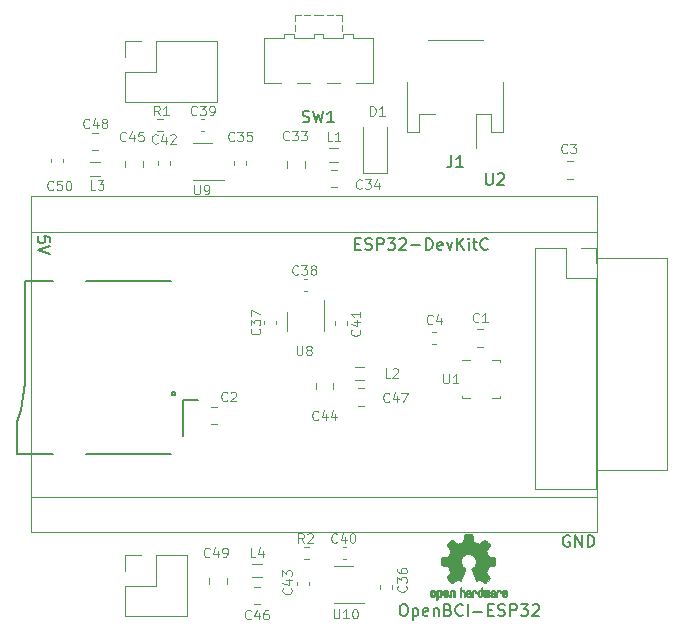
<source format=gbr>
%TF.GenerationSoftware,KiCad,Pcbnew,(6.0.0)*%
%TF.CreationDate,2022-01-16T13:15:06+00:00*%
%TF.ProjectId,OpenBCI_ESP32_BASE,4f70656e-4243-4495-9f45-535033325f42,rev?*%
%TF.SameCoordinates,Original*%
%TF.FileFunction,Legend,Top*%
%TF.FilePolarity,Positive*%
%FSLAX46Y46*%
G04 Gerber Fmt 4.6, Leading zero omitted, Abs format (unit mm)*
G04 Created by KiCad (PCBNEW (6.0.0)) date 2022-01-16 13:15:06*
%MOMM*%
%LPD*%
G01*
G04 APERTURE LIST*
%ADD10C,0.150000*%
%ADD11C,0.100000*%
%ADD12C,0.120000*%
%ADD13C,0.010000*%
G04 APERTURE END LIST*
D10*
X133133333Y-98352380D02*
X133323809Y-98352380D01*
X133419047Y-98400000D01*
X133514285Y-98495238D01*
X133561904Y-98685714D01*
X133561904Y-99019047D01*
X133514285Y-99209523D01*
X133419047Y-99304761D01*
X133323809Y-99352380D01*
X133133333Y-99352380D01*
X133038095Y-99304761D01*
X132942857Y-99209523D01*
X132895238Y-99019047D01*
X132895238Y-98685714D01*
X132942857Y-98495238D01*
X133038095Y-98400000D01*
X133133333Y-98352380D01*
X133990476Y-98685714D02*
X133990476Y-99685714D01*
X133990476Y-98733333D02*
X134085714Y-98685714D01*
X134276190Y-98685714D01*
X134371428Y-98733333D01*
X134419047Y-98780952D01*
X134466666Y-98876190D01*
X134466666Y-99161904D01*
X134419047Y-99257142D01*
X134371428Y-99304761D01*
X134276190Y-99352380D01*
X134085714Y-99352380D01*
X133990476Y-99304761D01*
X135276190Y-99304761D02*
X135180952Y-99352380D01*
X134990476Y-99352380D01*
X134895238Y-99304761D01*
X134847619Y-99209523D01*
X134847619Y-98828571D01*
X134895238Y-98733333D01*
X134990476Y-98685714D01*
X135180952Y-98685714D01*
X135276190Y-98733333D01*
X135323809Y-98828571D01*
X135323809Y-98923809D01*
X134847619Y-99019047D01*
X135752380Y-98685714D02*
X135752380Y-99352380D01*
X135752380Y-98780952D02*
X135800000Y-98733333D01*
X135895238Y-98685714D01*
X136038095Y-98685714D01*
X136133333Y-98733333D01*
X136180952Y-98828571D01*
X136180952Y-99352380D01*
X136990476Y-98828571D02*
X137133333Y-98876190D01*
X137180952Y-98923809D01*
X137228571Y-99019047D01*
X137228571Y-99161904D01*
X137180952Y-99257142D01*
X137133333Y-99304761D01*
X137038095Y-99352380D01*
X136657142Y-99352380D01*
X136657142Y-98352380D01*
X136990476Y-98352380D01*
X137085714Y-98400000D01*
X137133333Y-98447619D01*
X137180952Y-98542857D01*
X137180952Y-98638095D01*
X137133333Y-98733333D01*
X137085714Y-98780952D01*
X136990476Y-98828571D01*
X136657142Y-98828571D01*
X138228571Y-99257142D02*
X138180952Y-99304761D01*
X138038095Y-99352380D01*
X137942857Y-99352380D01*
X137800000Y-99304761D01*
X137704761Y-99209523D01*
X137657142Y-99114285D01*
X137609523Y-98923809D01*
X137609523Y-98780952D01*
X137657142Y-98590476D01*
X137704761Y-98495238D01*
X137800000Y-98400000D01*
X137942857Y-98352380D01*
X138038095Y-98352380D01*
X138180952Y-98400000D01*
X138228571Y-98447619D01*
X138657142Y-99352380D02*
X138657142Y-98352380D01*
X139133333Y-98971428D02*
X139895238Y-98971428D01*
X140371428Y-98828571D02*
X140704761Y-98828571D01*
X140847619Y-99352380D02*
X140371428Y-99352380D01*
X140371428Y-98352380D01*
X140847619Y-98352380D01*
X141228571Y-99304761D02*
X141371428Y-99352380D01*
X141609523Y-99352380D01*
X141704761Y-99304761D01*
X141752380Y-99257142D01*
X141800000Y-99161904D01*
X141800000Y-99066666D01*
X141752380Y-98971428D01*
X141704761Y-98923809D01*
X141609523Y-98876190D01*
X141419047Y-98828571D01*
X141323809Y-98780952D01*
X141276190Y-98733333D01*
X141228571Y-98638095D01*
X141228571Y-98542857D01*
X141276190Y-98447619D01*
X141323809Y-98400000D01*
X141419047Y-98352380D01*
X141657142Y-98352380D01*
X141800000Y-98400000D01*
X142228571Y-99352380D02*
X142228571Y-98352380D01*
X142609523Y-98352380D01*
X142704761Y-98400000D01*
X142752380Y-98447619D01*
X142800000Y-98542857D01*
X142800000Y-98685714D01*
X142752380Y-98780952D01*
X142704761Y-98828571D01*
X142609523Y-98876190D01*
X142228571Y-98876190D01*
X143133333Y-98352380D02*
X143752380Y-98352380D01*
X143419047Y-98733333D01*
X143561904Y-98733333D01*
X143657142Y-98780952D01*
X143704761Y-98828571D01*
X143752380Y-98923809D01*
X143752380Y-99161904D01*
X143704761Y-99257142D01*
X143657142Y-99304761D01*
X143561904Y-99352380D01*
X143276190Y-99352380D01*
X143180952Y-99304761D01*
X143133333Y-99257142D01*
X144133333Y-98447619D02*
X144180952Y-98400000D01*
X144276190Y-98352380D01*
X144514285Y-98352380D01*
X144609523Y-98400000D01*
X144657142Y-98447619D01*
X144704761Y-98542857D01*
X144704761Y-98638095D01*
X144657142Y-98780952D01*
X144085714Y-99352380D01*
X144704761Y-99352380D01*
D11*
%TO.C,C33*%
X123485714Y-59010714D02*
X123447619Y-59048809D01*
X123333333Y-59086904D01*
X123257142Y-59086904D01*
X123142857Y-59048809D01*
X123066666Y-58972619D01*
X123028571Y-58896428D01*
X122990476Y-58744047D01*
X122990476Y-58629761D01*
X123028571Y-58477380D01*
X123066666Y-58401190D01*
X123142857Y-58325000D01*
X123257142Y-58286904D01*
X123333333Y-58286904D01*
X123447619Y-58325000D01*
X123485714Y-58363095D01*
X123752380Y-58286904D02*
X124247619Y-58286904D01*
X123980952Y-58591666D01*
X124095238Y-58591666D01*
X124171428Y-58629761D01*
X124209523Y-58667857D01*
X124247619Y-58744047D01*
X124247619Y-58934523D01*
X124209523Y-59010714D01*
X124171428Y-59048809D01*
X124095238Y-59086904D01*
X123866666Y-59086904D01*
X123790476Y-59048809D01*
X123752380Y-59010714D01*
X124514285Y-58286904D02*
X125009523Y-58286904D01*
X124742857Y-58591666D01*
X124857142Y-58591666D01*
X124933333Y-58629761D01*
X124971428Y-58667857D01*
X125009523Y-58744047D01*
X125009523Y-58934523D01*
X124971428Y-59010714D01*
X124933333Y-59048809D01*
X124857142Y-59086904D01*
X124628571Y-59086904D01*
X124552380Y-59048809D01*
X124514285Y-59010714D01*
%TO.C,C34*%
X129685714Y-63110714D02*
X129647619Y-63148809D01*
X129533333Y-63186904D01*
X129457142Y-63186904D01*
X129342857Y-63148809D01*
X129266666Y-63072619D01*
X129228571Y-62996428D01*
X129190476Y-62844047D01*
X129190476Y-62729761D01*
X129228571Y-62577380D01*
X129266666Y-62501190D01*
X129342857Y-62425000D01*
X129457142Y-62386904D01*
X129533333Y-62386904D01*
X129647619Y-62425000D01*
X129685714Y-62463095D01*
X129952380Y-62386904D02*
X130447619Y-62386904D01*
X130180952Y-62691666D01*
X130295238Y-62691666D01*
X130371428Y-62729761D01*
X130409523Y-62767857D01*
X130447619Y-62844047D01*
X130447619Y-63034523D01*
X130409523Y-63110714D01*
X130371428Y-63148809D01*
X130295238Y-63186904D01*
X130066666Y-63186904D01*
X129990476Y-63148809D01*
X129952380Y-63110714D01*
X131133333Y-62653571D02*
X131133333Y-63186904D01*
X130942857Y-62348809D02*
X130752380Y-62920238D01*
X131247619Y-62920238D01*
%TO.C,C35*%
X118885714Y-59085714D02*
X118847619Y-59123809D01*
X118733333Y-59161904D01*
X118657142Y-59161904D01*
X118542857Y-59123809D01*
X118466666Y-59047619D01*
X118428571Y-58971428D01*
X118390476Y-58819047D01*
X118390476Y-58704761D01*
X118428571Y-58552380D01*
X118466666Y-58476190D01*
X118542857Y-58400000D01*
X118657142Y-58361904D01*
X118733333Y-58361904D01*
X118847619Y-58400000D01*
X118885714Y-58438095D01*
X119152380Y-58361904D02*
X119647619Y-58361904D01*
X119380952Y-58666666D01*
X119495238Y-58666666D01*
X119571428Y-58704761D01*
X119609523Y-58742857D01*
X119647619Y-58819047D01*
X119647619Y-59009523D01*
X119609523Y-59085714D01*
X119571428Y-59123809D01*
X119495238Y-59161904D01*
X119266666Y-59161904D01*
X119190476Y-59123809D01*
X119152380Y-59085714D01*
X120371428Y-58361904D02*
X119990476Y-58361904D01*
X119952380Y-58742857D01*
X119990476Y-58704761D01*
X120066666Y-58666666D01*
X120257142Y-58666666D01*
X120333333Y-58704761D01*
X120371428Y-58742857D01*
X120409523Y-58819047D01*
X120409523Y-59009523D01*
X120371428Y-59085714D01*
X120333333Y-59123809D01*
X120257142Y-59161904D01*
X120066666Y-59161904D01*
X119990476Y-59123809D01*
X119952380Y-59085714D01*
%TO.C,C36*%
X133415714Y-96814285D02*
X133453809Y-96852380D01*
X133491904Y-96966666D01*
X133491904Y-97042857D01*
X133453809Y-97157142D01*
X133377619Y-97233333D01*
X133301428Y-97271428D01*
X133149047Y-97309523D01*
X133034761Y-97309523D01*
X132882380Y-97271428D01*
X132806190Y-97233333D01*
X132730000Y-97157142D01*
X132691904Y-97042857D01*
X132691904Y-96966666D01*
X132730000Y-96852380D01*
X132768095Y-96814285D01*
X132691904Y-96547619D02*
X132691904Y-96052380D01*
X132996666Y-96319047D01*
X132996666Y-96204761D01*
X133034761Y-96128571D01*
X133072857Y-96090476D01*
X133149047Y-96052380D01*
X133339523Y-96052380D01*
X133415714Y-96090476D01*
X133453809Y-96128571D01*
X133491904Y-96204761D01*
X133491904Y-96433333D01*
X133453809Y-96509523D01*
X133415714Y-96547619D01*
X132691904Y-95366666D02*
X132691904Y-95519047D01*
X132730000Y-95595238D01*
X132768095Y-95633333D01*
X132882380Y-95709523D01*
X133034761Y-95747619D01*
X133339523Y-95747619D01*
X133415714Y-95709523D01*
X133453809Y-95671428D01*
X133491904Y-95595238D01*
X133491904Y-95442857D01*
X133453809Y-95366666D01*
X133415714Y-95328571D01*
X133339523Y-95290476D01*
X133149047Y-95290476D01*
X133072857Y-95328571D01*
X133034761Y-95366666D01*
X132996666Y-95442857D01*
X132996666Y-95595238D01*
X133034761Y-95671428D01*
X133072857Y-95709523D01*
X133149047Y-95747619D01*
%TO.C,C37*%
X120985714Y-75014285D02*
X121023809Y-75052380D01*
X121061904Y-75166666D01*
X121061904Y-75242857D01*
X121023809Y-75357142D01*
X120947619Y-75433333D01*
X120871428Y-75471428D01*
X120719047Y-75509523D01*
X120604761Y-75509523D01*
X120452380Y-75471428D01*
X120376190Y-75433333D01*
X120300000Y-75357142D01*
X120261904Y-75242857D01*
X120261904Y-75166666D01*
X120300000Y-75052380D01*
X120338095Y-75014285D01*
X120261904Y-74747619D02*
X120261904Y-74252380D01*
X120566666Y-74519047D01*
X120566666Y-74404761D01*
X120604761Y-74328571D01*
X120642857Y-74290476D01*
X120719047Y-74252380D01*
X120909523Y-74252380D01*
X120985714Y-74290476D01*
X121023809Y-74328571D01*
X121061904Y-74404761D01*
X121061904Y-74633333D01*
X121023809Y-74709523D01*
X120985714Y-74747619D01*
X120261904Y-73985714D02*
X120261904Y-73452380D01*
X121061904Y-73795238D01*
%TO.C,C38*%
X124285714Y-70385714D02*
X124247619Y-70423809D01*
X124133333Y-70461904D01*
X124057142Y-70461904D01*
X123942857Y-70423809D01*
X123866666Y-70347619D01*
X123828571Y-70271428D01*
X123790476Y-70119047D01*
X123790476Y-70004761D01*
X123828571Y-69852380D01*
X123866666Y-69776190D01*
X123942857Y-69700000D01*
X124057142Y-69661904D01*
X124133333Y-69661904D01*
X124247619Y-69700000D01*
X124285714Y-69738095D01*
X124552380Y-69661904D02*
X125047619Y-69661904D01*
X124780952Y-69966666D01*
X124895238Y-69966666D01*
X124971428Y-70004761D01*
X125009523Y-70042857D01*
X125047619Y-70119047D01*
X125047619Y-70309523D01*
X125009523Y-70385714D01*
X124971428Y-70423809D01*
X124895238Y-70461904D01*
X124666666Y-70461904D01*
X124590476Y-70423809D01*
X124552380Y-70385714D01*
X125504761Y-70004761D02*
X125428571Y-69966666D01*
X125390476Y-69928571D01*
X125352380Y-69852380D01*
X125352380Y-69814285D01*
X125390476Y-69738095D01*
X125428571Y-69700000D01*
X125504761Y-69661904D01*
X125657142Y-69661904D01*
X125733333Y-69700000D01*
X125771428Y-69738095D01*
X125809523Y-69814285D01*
X125809523Y-69852380D01*
X125771428Y-69928571D01*
X125733333Y-69966666D01*
X125657142Y-70004761D01*
X125504761Y-70004761D01*
X125428571Y-70042857D01*
X125390476Y-70080952D01*
X125352380Y-70157142D01*
X125352380Y-70309523D01*
X125390476Y-70385714D01*
X125428571Y-70423809D01*
X125504761Y-70461904D01*
X125657142Y-70461904D01*
X125733333Y-70423809D01*
X125771428Y-70385714D01*
X125809523Y-70309523D01*
X125809523Y-70157142D01*
X125771428Y-70080952D01*
X125733333Y-70042857D01*
X125657142Y-70004761D01*
%TO.C,C39*%
X115685714Y-56885714D02*
X115647619Y-56923809D01*
X115533333Y-56961904D01*
X115457142Y-56961904D01*
X115342857Y-56923809D01*
X115266666Y-56847619D01*
X115228571Y-56771428D01*
X115190476Y-56619047D01*
X115190476Y-56504761D01*
X115228571Y-56352380D01*
X115266666Y-56276190D01*
X115342857Y-56200000D01*
X115457142Y-56161904D01*
X115533333Y-56161904D01*
X115647619Y-56200000D01*
X115685714Y-56238095D01*
X115952380Y-56161904D02*
X116447619Y-56161904D01*
X116180952Y-56466666D01*
X116295238Y-56466666D01*
X116371428Y-56504761D01*
X116409523Y-56542857D01*
X116447619Y-56619047D01*
X116447619Y-56809523D01*
X116409523Y-56885714D01*
X116371428Y-56923809D01*
X116295238Y-56961904D01*
X116066666Y-56961904D01*
X115990476Y-56923809D01*
X115952380Y-56885714D01*
X116828571Y-56961904D02*
X116980952Y-56961904D01*
X117057142Y-56923809D01*
X117095238Y-56885714D01*
X117171428Y-56771428D01*
X117209523Y-56619047D01*
X117209523Y-56314285D01*
X117171428Y-56238095D01*
X117133333Y-56200000D01*
X117057142Y-56161904D01*
X116904761Y-56161904D01*
X116828571Y-56200000D01*
X116790476Y-56238095D01*
X116752380Y-56314285D01*
X116752380Y-56504761D01*
X116790476Y-56580952D01*
X116828571Y-56619047D01*
X116904761Y-56657142D01*
X117057142Y-56657142D01*
X117133333Y-56619047D01*
X117171428Y-56580952D01*
X117209523Y-56504761D01*
%TO.C,C40*%
X127585714Y-93085714D02*
X127547619Y-93123809D01*
X127433333Y-93161904D01*
X127357142Y-93161904D01*
X127242857Y-93123809D01*
X127166666Y-93047619D01*
X127128571Y-92971428D01*
X127090476Y-92819047D01*
X127090476Y-92704761D01*
X127128571Y-92552380D01*
X127166666Y-92476190D01*
X127242857Y-92400000D01*
X127357142Y-92361904D01*
X127433333Y-92361904D01*
X127547619Y-92400000D01*
X127585714Y-92438095D01*
X128271428Y-92628571D02*
X128271428Y-93161904D01*
X128080952Y-92323809D02*
X127890476Y-92895238D01*
X128385714Y-92895238D01*
X128842857Y-92361904D02*
X128919047Y-92361904D01*
X128995238Y-92400000D01*
X129033333Y-92438095D01*
X129071428Y-92514285D01*
X129109523Y-92666666D01*
X129109523Y-92857142D01*
X129071428Y-93009523D01*
X129033333Y-93085714D01*
X128995238Y-93123809D01*
X128919047Y-93161904D01*
X128842857Y-93161904D01*
X128766666Y-93123809D01*
X128728571Y-93085714D01*
X128690476Y-93009523D01*
X128652380Y-92857142D01*
X128652380Y-92666666D01*
X128690476Y-92514285D01*
X128728571Y-92438095D01*
X128766666Y-92400000D01*
X128842857Y-92361904D01*
%TO.C,C41*%
X129485714Y-75114285D02*
X129523809Y-75152380D01*
X129561904Y-75266666D01*
X129561904Y-75342857D01*
X129523809Y-75457142D01*
X129447619Y-75533333D01*
X129371428Y-75571428D01*
X129219047Y-75609523D01*
X129104761Y-75609523D01*
X128952380Y-75571428D01*
X128876190Y-75533333D01*
X128800000Y-75457142D01*
X128761904Y-75342857D01*
X128761904Y-75266666D01*
X128800000Y-75152380D01*
X128838095Y-75114285D01*
X129028571Y-74428571D02*
X129561904Y-74428571D01*
X128723809Y-74619047D02*
X129295238Y-74809523D01*
X129295238Y-74314285D01*
X129561904Y-73590476D02*
X129561904Y-74047619D01*
X129561904Y-73819047D02*
X128761904Y-73819047D01*
X128876190Y-73895238D01*
X128952380Y-73971428D01*
X128990476Y-74047619D01*
%TO.C,C42*%
X112385714Y-59285714D02*
X112347619Y-59323809D01*
X112233333Y-59361904D01*
X112157142Y-59361904D01*
X112042857Y-59323809D01*
X111966666Y-59247619D01*
X111928571Y-59171428D01*
X111890476Y-59019047D01*
X111890476Y-58904761D01*
X111928571Y-58752380D01*
X111966666Y-58676190D01*
X112042857Y-58600000D01*
X112157142Y-58561904D01*
X112233333Y-58561904D01*
X112347619Y-58600000D01*
X112385714Y-58638095D01*
X113071428Y-58828571D02*
X113071428Y-59361904D01*
X112880952Y-58523809D02*
X112690476Y-59095238D01*
X113185714Y-59095238D01*
X113452380Y-58638095D02*
X113490476Y-58600000D01*
X113566666Y-58561904D01*
X113757142Y-58561904D01*
X113833333Y-58600000D01*
X113871428Y-58638095D01*
X113909523Y-58714285D01*
X113909523Y-58790476D01*
X113871428Y-58904761D01*
X113414285Y-59361904D01*
X113909523Y-59361904D01*
%TO.C,C43*%
X123685714Y-97014285D02*
X123723809Y-97052380D01*
X123761904Y-97166666D01*
X123761904Y-97242857D01*
X123723809Y-97357142D01*
X123647619Y-97433333D01*
X123571428Y-97471428D01*
X123419047Y-97509523D01*
X123304761Y-97509523D01*
X123152380Y-97471428D01*
X123076190Y-97433333D01*
X123000000Y-97357142D01*
X122961904Y-97242857D01*
X122961904Y-97166666D01*
X123000000Y-97052380D01*
X123038095Y-97014285D01*
X123228571Y-96328571D02*
X123761904Y-96328571D01*
X122923809Y-96519047D02*
X123495238Y-96709523D01*
X123495238Y-96214285D01*
X122961904Y-95985714D02*
X122961904Y-95490476D01*
X123266666Y-95757142D01*
X123266666Y-95642857D01*
X123304761Y-95566666D01*
X123342857Y-95528571D01*
X123419047Y-95490476D01*
X123609523Y-95490476D01*
X123685714Y-95528571D01*
X123723809Y-95566666D01*
X123761904Y-95642857D01*
X123761904Y-95871428D01*
X123723809Y-95947619D01*
X123685714Y-95985714D01*
%TO.C,C44*%
X125985714Y-82685714D02*
X125947619Y-82723809D01*
X125833333Y-82761904D01*
X125757142Y-82761904D01*
X125642857Y-82723809D01*
X125566666Y-82647619D01*
X125528571Y-82571428D01*
X125490476Y-82419047D01*
X125490476Y-82304761D01*
X125528571Y-82152380D01*
X125566666Y-82076190D01*
X125642857Y-82000000D01*
X125757142Y-81961904D01*
X125833333Y-81961904D01*
X125947619Y-82000000D01*
X125985714Y-82038095D01*
X126671428Y-82228571D02*
X126671428Y-82761904D01*
X126480952Y-81923809D02*
X126290476Y-82495238D01*
X126785714Y-82495238D01*
X127433333Y-82228571D02*
X127433333Y-82761904D01*
X127242857Y-81923809D02*
X127052380Y-82495238D01*
X127547619Y-82495238D01*
%TO.C,C45*%
X109685714Y-59085714D02*
X109647619Y-59123809D01*
X109533333Y-59161904D01*
X109457142Y-59161904D01*
X109342857Y-59123809D01*
X109266666Y-59047619D01*
X109228571Y-58971428D01*
X109190476Y-58819047D01*
X109190476Y-58704761D01*
X109228571Y-58552380D01*
X109266666Y-58476190D01*
X109342857Y-58400000D01*
X109457142Y-58361904D01*
X109533333Y-58361904D01*
X109647619Y-58400000D01*
X109685714Y-58438095D01*
X110371428Y-58628571D02*
X110371428Y-59161904D01*
X110180952Y-58323809D02*
X109990476Y-58895238D01*
X110485714Y-58895238D01*
X111171428Y-58361904D02*
X110790476Y-58361904D01*
X110752380Y-58742857D01*
X110790476Y-58704761D01*
X110866666Y-58666666D01*
X111057142Y-58666666D01*
X111133333Y-58704761D01*
X111171428Y-58742857D01*
X111209523Y-58819047D01*
X111209523Y-59009523D01*
X111171428Y-59085714D01*
X111133333Y-59123809D01*
X111057142Y-59161904D01*
X110866666Y-59161904D01*
X110790476Y-59123809D01*
X110752380Y-59085714D01*
%TO.C,C46*%
X120285714Y-99565714D02*
X120247619Y-99603809D01*
X120133333Y-99641904D01*
X120057142Y-99641904D01*
X119942857Y-99603809D01*
X119866666Y-99527619D01*
X119828571Y-99451428D01*
X119790476Y-99299047D01*
X119790476Y-99184761D01*
X119828571Y-99032380D01*
X119866666Y-98956190D01*
X119942857Y-98880000D01*
X120057142Y-98841904D01*
X120133333Y-98841904D01*
X120247619Y-98880000D01*
X120285714Y-98918095D01*
X120971428Y-99108571D02*
X120971428Y-99641904D01*
X120780952Y-98803809D02*
X120590476Y-99375238D01*
X121085714Y-99375238D01*
X121733333Y-98841904D02*
X121580952Y-98841904D01*
X121504761Y-98880000D01*
X121466666Y-98918095D01*
X121390476Y-99032380D01*
X121352380Y-99184761D01*
X121352380Y-99489523D01*
X121390476Y-99565714D01*
X121428571Y-99603809D01*
X121504761Y-99641904D01*
X121657142Y-99641904D01*
X121733333Y-99603809D01*
X121771428Y-99565714D01*
X121809523Y-99489523D01*
X121809523Y-99299047D01*
X121771428Y-99222857D01*
X121733333Y-99184761D01*
X121657142Y-99146666D01*
X121504761Y-99146666D01*
X121428571Y-99184761D01*
X121390476Y-99222857D01*
X121352380Y-99299047D01*
%TO.C,C47*%
X131985714Y-81185714D02*
X131947619Y-81223809D01*
X131833333Y-81261904D01*
X131757142Y-81261904D01*
X131642857Y-81223809D01*
X131566666Y-81147619D01*
X131528571Y-81071428D01*
X131490476Y-80919047D01*
X131490476Y-80804761D01*
X131528571Y-80652380D01*
X131566666Y-80576190D01*
X131642857Y-80500000D01*
X131757142Y-80461904D01*
X131833333Y-80461904D01*
X131947619Y-80500000D01*
X131985714Y-80538095D01*
X132671428Y-80728571D02*
X132671428Y-81261904D01*
X132480952Y-80423809D02*
X132290476Y-80995238D01*
X132785714Y-80995238D01*
X133014285Y-80461904D02*
X133547619Y-80461904D01*
X133204761Y-81261904D01*
%TO.C,C48*%
X106585714Y-57985714D02*
X106547619Y-58023809D01*
X106433333Y-58061904D01*
X106357142Y-58061904D01*
X106242857Y-58023809D01*
X106166666Y-57947619D01*
X106128571Y-57871428D01*
X106090476Y-57719047D01*
X106090476Y-57604761D01*
X106128571Y-57452380D01*
X106166666Y-57376190D01*
X106242857Y-57300000D01*
X106357142Y-57261904D01*
X106433333Y-57261904D01*
X106547619Y-57300000D01*
X106585714Y-57338095D01*
X107271428Y-57528571D02*
X107271428Y-58061904D01*
X107080952Y-57223809D02*
X106890476Y-57795238D01*
X107385714Y-57795238D01*
X107804761Y-57604761D02*
X107728571Y-57566666D01*
X107690476Y-57528571D01*
X107652380Y-57452380D01*
X107652380Y-57414285D01*
X107690476Y-57338095D01*
X107728571Y-57300000D01*
X107804761Y-57261904D01*
X107957142Y-57261904D01*
X108033333Y-57300000D01*
X108071428Y-57338095D01*
X108109523Y-57414285D01*
X108109523Y-57452380D01*
X108071428Y-57528571D01*
X108033333Y-57566666D01*
X107957142Y-57604761D01*
X107804761Y-57604761D01*
X107728571Y-57642857D01*
X107690476Y-57680952D01*
X107652380Y-57757142D01*
X107652380Y-57909523D01*
X107690476Y-57985714D01*
X107728571Y-58023809D01*
X107804761Y-58061904D01*
X107957142Y-58061904D01*
X108033333Y-58023809D01*
X108071428Y-57985714D01*
X108109523Y-57909523D01*
X108109523Y-57757142D01*
X108071428Y-57680952D01*
X108033333Y-57642857D01*
X107957142Y-57604761D01*
%TO.C,C49*%
X116785714Y-94285714D02*
X116747619Y-94323809D01*
X116633333Y-94361904D01*
X116557142Y-94361904D01*
X116442857Y-94323809D01*
X116366666Y-94247619D01*
X116328571Y-94171428D01*
X116290476Y-94019047D01*
X116290476Y-93904761D01*
X116328571Y-93752380D01*
X116366666Y-93676190D01*
X116442857Y-93600000D01*
X116557142Y-93561904D01*
X116633333Y-93561904D01*
X116747619Y-93600000D01*
X116785714Y-93638095D01*
X117471428Y-93828571D02*
X117471428Y-94361904D01*
X117280952Y-93523809D02*
X117090476Y-94095238D01*
X117585714Y-94095238D01*
X117928571Y-94361904D02*
X118080952Y-94361904D01*
X118157142Y-94323809D01*
X118195238Y-94285714D01*
X118271428Y-94171428D01*
X118309523Y-94019047D01*
X118309523Y-93714285D01*
X118271428Y-93638095D01*
X118233333Y-93600000D01*
X118157142Y-93561904D01*
X118004761Y-93561904D01*
X117928571Y-93600000D01*
X117890476Y-93638095D01*
X117852380Y-93714285D01*
X117852380Y-93904761D01*
X117890476Y-93980952D01*
X117928571Y-94019047D01*
X118004761Y-94057142D01*
X118157142Y-94057142D01*
X118233333Y-94019047D01*
X118271428Y-93980952D01*
X118309523Y-93904761D01*
%TO.C,C50*%
X103535714Y-63235714D02*
X103497619Y-63273809D01*
X103383333Y-63311904D01*
X103307142Y-63311904D01*
X103192857Y-63273809D01*
X103116666Y-63197619D01*
X103078571Y-63121428D01*
X103040476Y-62969047D01*
X103040476Y-62854761D01*
X103078571Y-62702380D01*
X103116666Y-62626190D01*
X103192857Y-62550000D01*
X103307142Y-62511904D01*
X103383333Y-62511904D01*
X103497619Y-62550000D01*
X103535714Y-62588095D01*
X104259523Y-62511904D02*
X103878571Y-62511904D01*
X103840476Y-62892857D01*
X103878571Y-62854761D01*
X103954761Y-62816666D01*
X104145238Y-62816666D01*
X104221428Y-62854761D01*
X104259523Y-62892857D01*
X104297619Y-62969047D01*
X104297619Y-63159523D01*
X104259523Y-63235714D01*
X104221428Y-63273809D01*
X104145238Y-63311904D01*
X103954761Y-63311904D01*
X103878571Y-63273809D01*
X103840476Y-63235714D01*
X104792857Y-62511904D02*
X104869047Y-62511904D01*
X104945238Y-62550000D01*
X104983333Y-62588095D01*
X105021428Y-62664285D01*
X105059523Y-62816666D01*
X105059523Y-63007142D01*
X105021428Y-63159523D01*
X104983333Y-63235714D01*
X104945238Y-63273809D01*
X104869047Y-63311904D01*
X104792857Y-63311904D01*
X104716666Y-63273809D01*
X104678571Y-63235714D01*
X104640476Y-63159523D01*
X104602380Y-63007142D01*
X104602380Y-62816666D01*
X104640476Y-62664285D01*
X104678571Y-62588095D01*
X104716666Y-62550000D01*
X104792857Y-62511904D01*
%TO.C,L1*%
X127166666Y-59136904D02*
X126785714Y-59136904D01*
X126785714Y-58336904D01*
X127852380Y-59136904D02*
X127395238Y-59136904D01*
X127623809Y-59136904D02*
X127623809Y-58336904D01*
X127547619Y-58451190D01*
X127471428Y-58527380D01*
X127395238Y-58565476D01*
%TO.C,L2*%
X132066666Y-79161904D02*
X131685714Y-79161904D01*
X131685714Y-78361904D01*
X132295238Y-78438095D02*
X132333333Y-78400000D01*
X132409523Y-78361904D01*
X132600000Y-78361904D01*
X132676190Y-78400000D01*
X132714285Y-78438095D01*
X132752380Y-78514285D01*
X132752380Y-78590476D01*
X132714285Y-78704761D01*
X132257142Y-79161904D01*
X132752380Y-79161904D01*
%TO.C,L3*%
X107116666Y-63261904D02*
X106735714Y-63261904D01*
X106735714Y-62461904D01*
X107307142Y-62461904D02*
X107802380Y-62461904D01*
X107535714Y-62766666D01*
X107650000Y-62766666D01*
X107726190Y-62804761D01*
X107764285Y-62842857D01*
X107802380Y-62919047D01*
X107802380Y-63109523D01*
X107764285Y-63185714D01*
X107726190Y-63223809D01*
X107650000Y-63261904D01*
X107421428Y-63261904D01*
X107345238Y-63223809D01*
X107307142Y-63185714D01*
%TO.C,L4*%
X120666666Y-94361904D02*
X120285714Y-94361904D01*
X120285714Y-93561904D01*
X121276190Y-93828571D02*
X121276190Y-94361904D01*
X121085714Y-93523809D02*
X120895238Y-94095238D01*
X121390476Y-94095238D01*
%TO.C,U8*%
X124190476Y-76461904D02*
X124190476Y-77109523D01*
X124228571Y-77185714D01*
X124266666Y-77223809D01*
X124342857Y-77261904D01*
X124495238Y-77261904D01*
X124571428Y-77223809D01*
X124609523Y-77185714D01*
X124647619Y-77109523D01*
X124647619Y-76461904D01*
X125142857Y-76804761D02*
X125066666Y-76766666D01*
X125028571Y-76728571D01*
X124990476Y-76652380D01*
X124990476Y-76614285D01*
X125028571Y-76538095D01*
X125066666Y-76500000D01*
X125142857Y-76461904D01*
X125295238Y-76461904D01*
X125371428Y-76500000D01*
X125409523Y-76538095D01*
X125447619Y-76614285D01*
X125447619Y-76652380D01*
X125409523Y-76728571D01*
X125371428Y-76766666D01*
X125295238Y-76804761D01*
X125142857Y-76804761D01*
X125066666Y-76842857D01*
X125028571Y-76880952D01*
X124990476Y-76957142D01*
X124990476Y-77109523D01*
X125028571Y-77185714D01*
X125066666Y-77223809D01*
X125142857Y-77261904D01*
X125295238Y-77261904D01*
X125371428Y-77223809D01*
X125409523Y-77185714D01*
X125447619Y-77109523D01*
X125447619Y-76957142D01*
X125409523Y-76880952D01*
X125371428Y-76842857D01*
X125295238Y-76804761D01*
%TO.C,U9*%
X115490476Y-62861904D02*
X115490476Y-63509523D01*
X115528571Y-63585714D01*
X115566666Y-63623809D01*
X115642857Y-63661904D01*
X115795238Y-63661904D01*
X115871428Y-63623809D01*
X115909523Y-63585714D01*
X115947619Y-63509523D01*
X115947619Y-62861904D01*
X116366666Y-63661904D02*
X116519047Y-63661904D01*
X116595238Y-63623809D01*
X116633333Y-63585714D01*
X116709523Y-63471428D01*
X116747619Y-63319047D01*
X116747619Y-63014285D01*
X116709523Y-62938095D01*
X116671428Y-62900000D01*
X116595238Y-62861904D01*
X116442857Y-62861904D01*
X116366666Y-62900000D01*
X116328571Y-62938095D01*
X116290476Y-63014285D01*
X116290476Y-63204761D01*
X116328571Y-63280952D01*
X116366666Y-63319047D01*
X116442857Y-63357142D01*
X116595238Y-63357142D01*
X116671428Y-63319047D01*
X116709523Y-63280952D01*
X116747619Y-63204761D01*
%TO.C,U10*%
X127309523Y-98761904D02*
X127309523Y-99409523D01*
X127347619Y-99485714D01*
X127385714Y-99523809D01*
X127461904Y-99561904D01*
X127614285Y-99561904D01*
X127690476Y-99523809D01*
X127728571Y-99485714D01*
X127766666Y-99409523D01*
X127766666Y-98761904D01*
X128566666Y-99561904D02*
X128109523Y-99561904D01*
X128338095Y-99561904D02*
X128338095Y-98761904D01*
X128261904Y-98876190D01*
X128185714Y-98952380D01*
X128109523Y-98990476D01*
X129061904Y-98761904D02*
X129138095Y-98761904D01*
X129214285Y-98800000D01*
X129252380Y-98838095D01*
X129290476Y-98914285D01*
X129328571Y-99066666D01*
X129328571Y-99257142D01*
X129290476Y-99409523D01*
X129252380Y-99485714D01*
X129214285Y-99523809D01*
X129138095Y-99561904D01*
X129061904Y-99561904D01*
X128985714Y-99523809D01*
X128947619Y-99485714D01*
X128909523Y-99409523D01*
X128871428Y-99257142D01*
X128871428Y-99066666D01*
X128909523Y-98914285D01*
X128947619Y-98838095D01*
X128985714Y-98800000D01*
X129061904Y-98761904D01*
%TO.C,U1*%
X136590476Y-78861904D02*
X136590476Y-79509523D01*
X136628571Y-79585714D01*
X136666666Y-79623809D01*
X136742857Y-79661904D01*
X136895238Y-79661904D01*
X136971428Y-79623809D01*
X137009523Y-79585714D01*
X137047619Y-79509523D01*
X137047619Y-78861904D01*
X137847619Y-79661904D02*
X137390476Y-79661904D01*
X137619047Y-79661904D02*
X137619047Y-78861904D01*
X137542857Y-78976190D01*
X137466666Y-79052380D01*
X137390476Y-79090476D01*
D10*
%TO.C,U2*%
X140188095Y-61852380D02*
X140188095Y-62661904D01*
X140235714Y-62757142D01*
X140283333Y-62804761D01*
X140378571Y-62852380D01*
X140569047Y-62852380D01*
X140664285Y-62804761D01*
X140711904Y-62757142D01*
X140759523Y-62661904D01*
X140759523Y-61852380D01*
X141188095Y-61947619D02*
X141235714Y-61900000D01*
X141330952Y-61852380D01*
X141569047Y-61852380D01*
X141664285Y-61900000D01*
X141711904Y-61947619D01*
X141759523Y-62042857D01*
X141759523Y-62138095D01*
X141711904Y-62280952D01*
X141140476Y-62852380D01*
X141759523Y-62852380D01*
X129104761Y-67828571D02*
X129438095Y-67828571D01*
X129580952Y-68352380D02*
X129104761Y-68352380D01*
X129104761Y-67352380D01*
X129580952Y-67352380D01*
X129961904Y-68304761D02*
X130104761Y-68352380D01*
X130342857Y-68352380D01*
X130438095Y-68304761D01*
X130485714Y-68257142D01*
X130533333Y-68161904D01*
X130533333Y-68066666D01*
X130485714Y-67971428D01*
X130438095Y-67923809D01*
X130342857Y-67876190D01*
X130152380Y-67828571D01*
X130057142Y-67780952D01*
X130009523Y-67733333D01*
X129961904Y-67638095D01*
X129961904Y-67542857D01*
X130009523Y-67447619D01*
X130057142Y-67400000D01*
X130152380Y-67352380D01*
X130390476Y-67352380D01*
X130533333Y-67400000D01*
X130961904Y-68352380D02*
X130961904Y-67352380D01*
X131342857Y-67352380D01*
X131438095Y-67400000D01*
X131485714Y-67447619D01*
X131533333Y-67542857D01*
X131533333Y-67685714D01*
X131485714Y-67780952D01*
X131438095Y-67828571D01*
X131342857Y-67876190D01*
X130961904Y-67876190D01*
X131866666Y-67352380D02*
X132485714Y-67352380D01*
X132152380Y-67733333D01*
X132295238Y-67733333D01*
X132390476Y-67780952D01*
X132438095Y-67828571D01*
X132485714Y-67923809D01*
X132485714Y-68161904D01*
X132438095Y-68257142D01*
X132390476Y-68304761D01*
X132295238Y-68352380D01*
X132009523Y-68352380D01*
X131914285Y-68304761D01*
X131866666Y-68257142D01*
X132866666Y-67447619D02*
X132914285Y-67400000D01*
X133009523Y-67352380D01*
X133247619Y-67352380D01*
X133342857Y-67400000D01*
X133390476Y-67447619D01*
X133438095Y-67542857D01*
X133438095Y-67638095D01*
X133390476Y-67780952D01*
X132819047Y-68352380D01*
X133438095Y-68352380D01*
X133866666Y-67971428D02*
X134628571Y-67971428D01*
X135104761Y-68352380D02*
X135104761Y-67352380D01*
X135342857Y-67352380D01*
X135485714Y-67400000D01*
X135580952Y-67495238D01*
X135628571Y-67590476D01*
X135676190Y-67780952D01*
X135676190Y-67923809D01*
X135628571Y-68114285D01*
X135580952Y-68209523D01*
X135485714Y-68304761D01*
X135342857Y-68352380D01*
X135104761Y-68352380D01*
X136485714Y-68304761D02*
X136390476Y-68352380D01*
X136200000Y-68352380D01*
X136104761Y-68304761D01*
X136057142Y-68209523D01*
X136057142Y-67828571D01*
X136104761Y-67733333D01*
X136200000Y-67685714D01*
X136390476Y-67685714D01*
X136485714Y-67733333D01*
X136533333Y-67828571D01*
X136533333Y-67923809D01*
X136057142Y-68019047D01*
X136866666Y-67685714D02*
X137104761Y-68352380D01*
X137342857Y-67685714D01*
X137723809Y-68352380D02*
X137723809Y-67352380D01*
X138295238Y-68352380D02*
X137866666Y-67780952D01*
X138295238Y-67352380D02*
X137723809Y-67923809D01*
X138723809Y-68352380D02*
X138723809Y-67685714D01*
X138723809Y-67352380D02*
X138676190Y-67400000D01*
X138723809Y-67447619D01*
X138771428Y-67400000D01*
X138723809Y-67352380D01*
X138723809Y-67447619D01*
X139057142Y-67685714D02*
X139438095Y-67685714D01*
X139200000Y-67352380D02*
X139200000Y-68209523D01*
X139247619Y-68304761D01*
X139342857Y-68352380D01*
X139438095Y-68352380D01*
X140342857Y-68257142D02*
X140295238Y-68304761D01*
X140152380Y-68352380D01*
X140057142Y-68352380D01*
X139914285Y-68304761D01*
X139819047Y-68209523D01*
X139771428Y-68114285D01*
X139723809Y-67923809D01*
X139723809Y-67780952D01*
X139771428Y-67590476D01*
X139819047Y-67495238D01*
X139914285Y-67400000D01*
X140057142Y-67352380D01*
X140152380Y-67352380D01*
X140295238Y-67400000D01*
X140342857Y-67447619D01*
X103247619Y-67711785D02*
X103247619Y-67235595D01*
X102771428Y-67187976D01*
X102819047Y-67235595D01*
X102866666Y-67330833D01*
X102866666Y-67568928D01*
X102819047Y-67664166D01*
X102771428Y-67711785D01*
X102676190Y-67759404D01*
X102438095Y-67759404D01*
X102342857Y-67711785D01*
X102295238Y-67664166D01*
X102247619Y-67568928D01*
X102247619Y-67330833D01*
X102295238Y-67235595D01*
X102342857Y-67187976D01*
X103247619Y-68045119D02*
X102247619Y-68378452D01*
X103247619Y-68711785D01*
X147266785Y-92550000D02*
X147171547Y-92502380D01*
X147028690Y-92502380D01*
X146885833Y-92550000D01*
X146790595Y-92645238D01*
X146742976Y-92740476D01*
X146695357Y-92930952D01*
X146695357Y-93073809D01*
X146742976Y-93264285D01*
X146790595Y-93359523D01*
X146885833Y-93454761D01*
X147028690Y-93502380D01*
X147123928Y-93502380D01*
X147266785Y-93454761D01*
X147314404Y-93407142D01*
X147314404Y-93073809D01*
X147123928Y-93073809D01*
X147742976Y-93502380D02*
X147742976Y-92502380D01*
X148314404Y-93502380D01*
X148314404Y-92502380D01*
X148790595Y-93502380D02*
X148790595Y-92502380D01*
X149028690Y-92502380D01*
X149171547Y-92550000D01*
X149266785Y-92645238D01*
X149314404Y-92740476D01*
X149362023Y-92930952D01*
X149362023Y-93073809D01*
X149314404Y-93264285D01*
X149266785Y-93359523D01*
X149171547Y-93454761D01*
X149028690Y-93502380D01*
X148790595Y-93502380D01*
D11*
%TO.C,D1*%
X130409523Y-56986904D02*
X130409523Y-56186904D01*
X130600000Y-56186904D01*
X130714285Y-56225000D01*
X130790476Y-56301190D01*
X130828571Y-56377380D01*
X130866666Y-56529761D01*
X130866666Y-56644047D01*
X130828571Y-56796428D01*
X130790476Y-56872619D01*
X130714285Y-56948809D01*
X130600000Y-56986904D01*
X130409523Y-56986904D01*
X131628571Y-56986904D02*
X131171428Y-56986904D01*
X131400000Y-56986904D02*
X131400000Y-56186904D01*
X131323809Y-56301190D01*
X131247619Y-56377380D01*
X131171428Y-56415476D01*
D10*
%TO.C,J1*%
X137266666Y-60352380D02*
X137266666Y-61066666D01*
X137219047Y-61209523D01*
X137123809Y-61304761D01*
X136980952Y-61352380D01*
X136885714Y-61352380D01*
X138266666Y-61352380D02*
X137695238Y-61352380D01*
X137980952Y-61352380D02*
X137980952Y-60352380D01*
X137885714Y-60495238D01*
X137790476Y-60590476D01*
X137695238Y-60638095D01*
D11*
%TO.C,C1*%
X139566666Y-74405714D02*
X139528571Y-74443809D01*
X139414285Y-74481904D01*
X139338095Y-74481904D01*
X139223809Y-74443809D01*
X139147619Y-74367619D01*
X139109523Y-74291428D01*
X139071428Y-74139047D01*
X139071428Y-74024761D01*
X139109523Y-73872380D01*
X139147619Y-73796190D01*
X139223809Y-73720000D01*
X139338095Y-73681904D01*
X139414285Y-73681904D01*
X139528571Y-73720000D01*
X139566666Y-73758095D01*
X140328571Y-74481904D02*
X139871428Y-74481904D01*
X140100000Y-74481904D02*
X140100000Y-73681904D01*
X140023809Y-73796190D01*
X139947619Y-73872380D01*
X139871428Y-73910476D01*
%TO.C,C2*%
X118266666Y-81085714D02*
X118228571Y-81123809D01*
X118114285Y-81161904D01*
X118038095Y-81161904D01*
X117923809Y-81123809D01*
X117847619Y-81047619D01*
X117809523Y-80971428D01*
X117771428Y-80819047D01*
X117771428Y-80704761D01*
X117809523Y-80552380D01*
X117847619Y-80476190D01*
X117923809Y-80400000D01*
X118038095Y-80361904D01*
X118114285Y-80361904D01*
X118228571Y-80400000D01*
X118266666Y-80438095D01*
X118571428Y-80438095D02*
X118609523Y-80400000D01*
X118685714Y-80361904D01*
X118876190Y-80361904D01*
X118952380Y-80400000D01*
X118990476Y-80438095D01*
X119028571Y-80514285D01*
X119028571Y-80590476D01*
X118990476Y-80704761D01*
X118533333Y-81161904D01*
X119028571Y-81161904D01*
%TO.C,C3*%
X147066666Y-60085714D02*
X147028571Y-60123809D01*
X146914285Y-60161904D01*
X146838095Y-60161904D01*
X146723809Y-60123809D01*
X146647619Y-60047619D01*
X146609523Y-59971428D01*
X146571428Y-59819047D01*
X146571428Y-59704761D01*
X146609523Y-59552380D01*
X146647619Y-59476190D01*
X146723809Y-59400000D01*
X146838095Y-59361904D01*
X146914285Y-59361904D01*
X147028571Y-59400000D01*
X147066666Y-59438095D01*
X147333333Y-59361904D02*
X147828571Y-59361904D01*
X147561904Y-59666666D01*
X147676190Y-59666666D01*
X147752380Y-59704761D01*
X147790476Y-59742857D01*
X147828571Y-59819047D01*
X147828571Y-60009523D01*
X147790476Y-60085714D01*
X147752380Y-60123809D01*
X147676190Y-60161904D01*
X147447619Y-60161904D01*
X147371428Y-60123809D01*
X147333333Y-60085714D01*
%TO.C,C4*%
X135666666Y-74585714D02*
X135628571Y-74623809D01*
X135514285Y-74661904D01*
X135438095Y-74661904D01*
X135323809Y-74623809D01*
X135247619Y-74547619D01*
X135209523Y-74471428D01*
X135171428Y-74319047D01*
X135171428Y-74204761D01*
X135209523Y-74052380D01*
X135247619Y-73976190D01*
X135323809Y-73900000D01*
X135438095Y-73861904D01*
X135514285Y-73861904D01*
X135628571Y-73900000D01*
X135666666Y-73938095D01*
X136352380Y-74128571D02*
X136352380Y-74661904D01*
X136161904Y-73823809D02*
X135971428Y-74395238D01*
X136466666Y-74395238D01*
%TO.C,R1*%
X112566666Y-56961904D02*
X112300000Y-56580952D01*
X112109523Y-56961904D02*
X112109523Y-56161904D01*
X112414285Y-56161904D01*
X112490476Y-56200000D01*
X112528571Y-56238095D01*
X112566666Y-56314285D01*
X112566666Y-56428571D01*
X112528571Y-56504761D01*
X112490476Y-56542857D01*
X112414285Y-56580952D01*
X112109523Y-56580952D01*
X113328571Y-56961904D02*
X112871428Y-56961904D01*
X113100000Y-56961904D02*
X113100000Y-56161904D01*
X113023809Y-56276190D01*
X112947619Y-56352380D01*
X112871428Y-56390476D01*
D10*
%TO.C,SW1*%
X124666666Y-57504761D02*
X124809523Y-57552380D01*
X125047619Y-57552380D01*
X125142857Y-57504761D01*
X125190476Y-57457142D01*
X125238095Y-57361904D01*
X125238095Y-57266666D01*
X125190476Y-57171428D01*
X125142857Y-57123809D01*
X125047619Y-57076190D01*
X124857142Y-57028571D01*
X124761904Y-56980952D01*
X124714285Y-56933333D01*
X124666666Y-56838095D01*
X124666666Y-56742857D01*
X124714285Y-56647619D01*
X124761904Y-56600000D01*
X124857142Y-56552380D01*
X125095238Y-56552380D01*
X125238095Y-56600000D01*
X125571428Y-56552380D02*
X125809523Y-57552380D01*
X126000000Y-56838095D01*
X126190476Y-57552380D01*
X126428571Y-56552380D01*
X127333333Y-57552380D02*
X126761904Y-57552380D01*
X127047619Y-57552380D02*
X127047619Y-56552380D01*
X126952380Y-56695238D01*
X126857142Y-56790476D01*
X126761904Y-56838095D01*
D11*
%TO.C,R2*%
X124766666Y-93161904D02*
X124500000Y-92780952D01*
X124309523Y-93161904D02*
X124309523Y-92361904D01*
X124614285Y-92361904D01*
X124690476Y-92400000D01*
X124728571Y-92438095D01*
X124766666Y-92514285D01*
X124766666Y-92628571D01*
X124728571Y-92704761D01*
X124690476Y-92742857D01*
X124614285Y-92780952D01*
X124309523Y-92780952D01*
X125071428Y-92438095D02*
X125109523Y-92400000D01*
X125185714Y-92361904D01*
X125376190Y-92361904D01*
X125452380Y-92400000D01*
X125490476Y-92438095D01*
X125528571Y-92514285D01*
X125528571Y-92590476D01*
X125490476Y-92704761D01*
X125033333Y-93161904D01*
X125528571Y-93161904D01*
D12*
%TO.C,C33*%
X123365000Y-60863748D02*
X123365000Y-61386252D01*
X124835000Y-60863748D02*
X124835000Y-61386252D01*
%TO.C,C34*%
X127561252Y-61590000D02*
X127038748Y-61590000D01*
X127561252Y-63060000D02*
X127038748Y-63060000D01*
%TO.C,C35*%
X118890000Y-61140580D02*
X118890000Y-60859420D01*
X119910000Y-61140580D02*
X119910000Y-60859420D01*
%TO.C,C36*%
X132210000Y-96759420D02*
X132210000Y-97040580D01*
X131190000Y-96759420D02*
X131190000Y-97040580D01*
%TO.C,C37*%
X122410000Y-74359420D02*
X122410000Y-74640580D01*
X121390000Y-74359420D02*
X121390000Y-74640580D01*
%TO.C,C38*%
X124759420Y-70790000D02*
X125040580Y-70790000D01*
X124759420Y-71810000D02*
X125040580Y-71810000D01*
%TO.C,C39*%
X116059420Y-57290000D02*
X116340580Y-57290000D01*
X116059420Y-58310000D02*
X116340580Y-58310000D01*
%TO.C,C40*%
X128059420Y-93490000D02*
X128340580Y-93490000D01*
X128059420Y-94510000D02*
X128340580Y-94510000D01*
%TO.C,C41*%
X127390000Y-74409420D02*
X127390000Y-74690580D01*
X128410000Y-74409420D02*
X128410000Y-74690580D01*
%TO.C,C42*%
X113410000Y-61140580D02*
X113410000Y-60859420D01*
X112390000Y-61140580D02*
X112390000Y-60859420D01*
%TO.C,C43*%
X124190000Y-96740580D02*
X124190000Y-96459420D01*
X125210000Y-96740580D02*
X125210000Y-96459420D01*
%TO.C,C44*%
X127235000Y-79638748D02*
X127235000Y-80161252D01*
X125765000Y-79638748D02*
X125765000Y-80161252D01*
%TO.C,C45*%
X109665000Y-61311252D02*
X109665000Y-60788748D01*
X111135000Y-61311252D02*
X111135000Y-60788748D01*
%TO.C,C46*%
X121061252Y-96865000D02*
X120538748Y-96865000D01*
X121061252Y-98335000D02*
X120538748Y-98335000D01*
%TO.C,C47*%
X129861252Y-80065000D02*
X129338748Y-80065000D01*
X129861252Y-81535000D02*
X129338748Y-81535000D01*
%TO.C,C48*%
X106838748Y-59935000D02*
X107361252Y-59935000D01*
X106838748Y-58465000D02*
X107361252Y-58465000D01*
%TO.C,C49*%
X118235000Y-96138748D02*
X118235000Y-96661252D01*
X116765000Y-96138748D02*
X116765000Y-96661252D01*
%TO.C,C50*%
X104410000Y-60659420D02*
X104410000Y-60940580D01*
X103390000Y-60659420D02*
X103390000Y-60940580D01*
%TO.C,L1*%
X126900378Y-59765000D02*
X127699622Y-59765000D01*
X126900378Y-60885000D02*
X127699622Y-60885000D01*
%TO.C,L2*%
X129100378Y-79360000D02*
X129899622Y-79360000D01*
X129100378Y-78240000D02*
X129899622Y-78240000D01*
%TO.C,L3*%
X107499622Y-62060000D02*
X106700378Y-62060000D01*
X107499622Y-60940000D02*
X106700378Y-60940000D01*
%TO.C,L4*%
X121199622Y-96060000D02*
X120400378Y-96060000D01*
X121199622Y-94940000D02*
X120400378Y-94940000D01*
%TO.C,U8*%
X126460000Y-74400000D02*
X126460000Y-72600000D01*
X123340000Y-74400000D02*
X123340000Y-75200000D01*
X126460000Y-74400000D02*
X126460000Y-75200000D01*
X123340000Y-74400000D02*
X123340000Y-73600000D01*
%TO.C,U9*%
X116200000Y-62460000D02*
X118000000Y-62460000D01*
X116200000Y-59340000D02*
X117000000Y-59340000D01*
X116200000Y-62460000D02*
X115400000Y-62460000D01*
X116200000Y-59340000D02*
X115400000Y-59340000D01*
%TO.C,U10*%
X128100000Y-98260000D02*
X127300000Y-98260000D01*
X128100000Y-95140000D02*
X128900000Y-95140000D01*
X128100000Y-98260000D02*
X129900000Y-98260000D01*
X128100000Y-95140000D02*
X127300000Y-95140000D01*
%TO.C,U1*%
X138865000Y-77690000D02*
X138190000Y-77690000D01*
X140735000Y-80910000D02*
X141410000Y-80910000D01*
X138190000Y-80910000D02*
X138190000Y-80735000D01*
X141410000Y-80910000D02*
X141410000Y-80735000D01*
X141410000Y-77690000D02*
X141410000Y-77865000D01*
X140735000Y-77690000D02*
X141410000Y-77690000D01*
X138865000Y-80910000D02*
X138190000Y-80910000D01*
%TO.C,U2*%
X155510400Y-87017000D02*
X149617600Y-87017000D01*
X149597280Y-63803681D02*
X101677280Y-63803680D01*
X149617600Y-69033800D02*
X155510400Y-69033800D01*
X101677280Y-92203679D02*
X149597280Y-92203680D01*
X149579500Y-66824000D02*
X101637000Y-66824000D01*
X149597280Y-92203680D02*
X149597280Y-63803681D01*
X149516000Y-89303000D02*
X101700500Y-89303000D01*
X101677280Y-63803680D02*
X101677280Y-92203679D01*
X155510400Y-69033800D02*
X155510400Y-87017000D01*
D10*
%TO.C,XS1*%
X114500000Y-81100000D02*
X114500000Y-84100000D01*
X100500000Y-82950000D02*
X100500000Y-85650000D01*
X113600000Y-80350000D02*
X113600000Y-80650000D01*
X106300000Y-70950000D02*
X113500000Y-70950000D01*
X101150000Y-79650000D02*
X101000000Y-80800000D01*
X113900000Y-80350000D02*
X113600000Y-80350000D01*
X100500000Y-85650000D02*
X103500000Y-85650000D01*
X101200000Y-70950000D02*
X101200000Y-78300000D01*
X100800000Y-81900000D02*
X100500000Y-82950000D01*
X101200000Y-78300000D02*
X101150000Y-79650000D01*
X113600000Y-80650000D02*
X113900000Y-80650000D01*
X113900000Y-80650000D02*
X113900000Y-80350000D01*
X114500000Y-81100000D02*
X115800000Y-81100000D01*
X103500000Y-70950000D02*
X101200000Y-70950000D01*
X113500000Y-85650000D02*
X106300000Y-85650000D01*
X101000000Y-80800000D02*
X100800000Y-81900000D01*
D12*
%TO.C,D1*%
X129800000Y-61875000D02*
X131800000Y-61875000D01*
X129800000Y-61875000D02*
X129800000Y-57975000D01*
X131800000Y-61875000D02*
X131800000Y-57975000D01*
%TO.C,J1*%
X140640000Y-56810000D02*
X139360000Y-56810000D01*
X134560000Y-58410000D02*
X134560000Y-56810000D01*
X140640000Y-58410000D02*
X140640000Y-56810000D01*
X134560000Y-56810000D02*
X135840000Y-56810000D01*
X141660000Y-54160000D02*
X141660000Y-58410000D01*
X139940000Y-50590000D02*
X135260000Y-50590000D01*
X139360000Y-56810000D02*
X139360000Y-59700000D01*
X133540000Y-54160000D02*
X133540000Y-58410000D01*
X141660000Y-58410000D02*
X140640000Y-58410000D01*
X133540000Y-58410000D02*
X134560000Y-58410000D01*
%TO.C,J2*%
X109670000Y-50670000D02*
X111000000Y-50670000D01*
X109670000Y-55870000D02*
X109670000Y-53270000D01*
X109670000Y-52000000D02*
X109670000Y-50670000D01*
X109670000Y-53270000D02*
X112270000Y-53270000D01*
X112270000Y-53270000D02*
X112270000Y-50670000D01*
X112270000Y-50670000D02*
X117410000Y-50670000D01*
X117410000Y-55870000D02*
X117410000Y-50670000D01*
X109670000Y-55870000D02*
X117410000Y-55870000D01*
%TO.C,J3*%
X109670000Y-96770000D02*
X112270000Y-96770000D01*
X112270000Y-94170000D02*
X114870000Y-94170000D01*
X109670000Y-99370000D02*
X114870000Y-99370000D01*
X109670000Y-99370000D02*
X109670000Y-96770000D01*
X109670000Y-95500000D02*
X109670000Y-94170000D01*
X109670000Y-94170000D02*
X111000000Y-94170000D01*
X112270000Y-96770000D02*
X112270000Y-94170000D01*
X114870000Y-99370000D02*
X114870000Y-94170000D01*
%TO.C,J4*%
X148200000Y-68170000D02*
X149530000Y-68170000D01*
X149530000Y-68170000D02*
X149530000Y-69500000D01*
X146930000Y-68170000D02*
X146930000Y-70770000D01*
X144330000Y-68170000D02*
X144330000Y-88610000D01*
X144330000Y-68170000D02*
X146930000Y-68170000D01*
X144330000Y-88610000D02*
X149530000Y-88610000D01*
X146930000Y-70770000D02*
X149530000Y-70770000D01*
X149530000Y-70770000D02*
X149530000Y-88610000D01*
%TO.C,C1*%
X139438748Y-76535000D02*
X139961252Y-76535000D01*
X139438748Y-75065000D02*
X139961252Y-75065000D01*
%TO.C,C2*%
X116888748Y-83135000D02*
X117411252Y-83135000D01*
X116888748Y-81665000D02*
X117411252Y-81665000D01*
%TO.C,C3*%
X147561252Y-60865000D02*
X147038748Y-60865000D01*
X147561252Y-62335000D02*
X147038748Y-62335000D01*
%TO.C,C4*%
X135940580Y-75290000D02*
X135659420Y-75290000D01*
X135940580Y-76310000D02*
X135659420Y-76310000D01*
D13*
%TO.C,LOGO1*%
X135741115Y-97121962D02*
X135809145Y-97157733D01*
X135809145Y-97157733D02*
X135859351Y-97215301D01*
X135859351Y-97215301D02*
X135877185Y-97252312D01*
X135877185Y-97252312D02*
X135891063Y-97307882D01*
X135891063Y-97307882D02*
X135898167Y-97378096D01*
X135898167Y-97378096D02*
X135898840Y-97454727D01*
X135898840Y-97454727D02*
X135893427Y-97529552D01*
X135893427Y-97529552D02*
X135882270Y-97594342D01*
X135882270Y-97594342D02*
X135865714Y-97640873D01*
X135865714Y-97640873D02*
X135860626Y-97648887D01*
X135860626Y-97648887D02*
X135800355Y-97708707D01*
X135800355Y-97708707D02*
X135728769Y-97744535D01*
X135728769Y-97744535D02*
X135651092Y-97755020D01*
X135651092Y-97755020D02*
X135572548Y-97738810D01*
X135572548Y-97738810D02*
X135550689Y-97729092D01*
X135550689Y-97729092D02*
X135508122Y-97699143D01*
X135508122Y-97699143D02*
X135470763Y-97659433D01*
X135470763Y-97659433D02*
X135467232Y-97654397D01*
X135467232Y-97654397D02*
X135452881Y-97630124D01*
X135452881Y-97630124D02*
X135443394Y-97604178D01*
X135443394Y-97604178D02*
X135437790Y-97570022D01*
X135437790Y-97570022D02*
X135435086Y-97521119D01*
X135435086Y-97521119D02*
X135434299Y-97450935D01*
X135434299Y-97450935D02*
X135434286Y-97435200D01*
X135434286Y-97435200D02*
X135434322Y-97430192D01*
X135434322Y-97430192D02*
X135579429Y-97430192D01*
X135579429Y-97430192D02*
X135580273Y-97496430D01*
X135580273Y-97496430D02*
X135583596Y-97540386D01*
X135583596Y-97540386D02*
X135590583Y-97568779D01*
X135590583Y-97568779D02*
X135602416Y-97588325D01*
X135602416Y-97588325D02*
X135608457Y-97594857D01*
X135608457Y-97594857D02*
X135643186Y-97619680D01*
X135643186Y-97619680D02*
X135676903Y-97618548D01*
X135676903Y-97618548D02*
X135710995Y-97597016D01*
X135710995Y-97597016D02*
X135731329Y-97574029D01*
X135731329Y-97574029D02*
X135743371Y-97540478D01*
X135743371Y-97540478D02*
X135750134Y-97487569D01*
X135750134Y-97487569D02*
X135750598Y-97481399D01*
X135750598Y-97481399D02*
X135751752Y-97385513D01*
X135751752Y-97385513D02*
X135739688Y-97314299D01*
X135739688Y-97314299D02*
X135714570Y-97268194D01*
X135714570Y-97268194D02*
X135676560Y-97247635D01*
X135676560Y-97247635D02*
X135662992Y-97246514D01*
X135662992Y-97246514D02*
X135627364Y-97252152D01*
X135627364Y-97252152D02*
X135602994Y-97271686D01*
X135602994Y-97271686D02*
X135588093Y-97309042D01*
X135588093Y-97309042D02*
X135580875Y-97368150D01*
X135580875Y-97368150D02*
X135579429Y-97430192D01*
X135579429Y-97430192D02*
X135434322Y-97430192D01*
X135434322Y-97430192D02*
X135434826Y-97360413D01*
X135434826Y-97360413D02*
X135437096Y-97308159D01*
X135437096Y-97308159D02*
X135442068Y-97271949D01*
X135442068Y-97271949D02*
X135450713Y-97245299D01*
X135450713Y-97245299D02*
X135464005Y-97221722D01*
X135464005Y-97221722D02*
X135466943Y-97217338D01*
X135466943Y-97217338D02*
X135516313Y-97158249D01*
X135516313Y-97158249D02*
X135570109Y-97123947D01*
X135570109Y-97123947D02*
X135635602Y-97110331D01*
X135635602Y-97110331D02*
X135657842Y-97109665D01*
X135657842Y-97109665D02*
X135741115Y-97121962D01*
X135741115Y-97121962D02*
X135741115Y-97121962D01*
G36*
X135437096Y-97308159D02*
G01*
X135442068Y-97271949D01*
X135450713Y-97245299D01*
X135464005Y-97221722D01*
X135466943Y-97217338D01*
X135516313Y-97158249D01*
X135570109Y-97123947D01*
X135635602Y-97110331D01*
X135657842Y-97109665D01*
X135741115Y-97121962D01*
X135809145Y-97157733D01*
X135859351Y-97215301D01*
X135877185Y-97252312D01*
X135891063Y-97307882D01*
X135898167Y-97378096D01*
X135898840Y-97454727D01*
X135893427Y-97529552D01*
X135882270Y-97594342D01*
X135865714Y-97640873D01*
X135860626Y-97648887D01*
X135800355Y-97708707D01*
X135728769Y-97744535D01*
X135651092Y-97755020D01*
X135572548Y-97738810D01*
X135550689Y-97729092D01*
X135508122Y-97699143D01*
X135470763Y-97659433D01*
X135467232Y-97654397D01*
X135452881Y-97630124D01*
X135443394Y-97604178D01*
X135437790Y-97570022D01*
X135435086Y-97521119D01*
X135434299Y-97450935D01*
X135434286Y-97435200D01*
X135434322Y-97430192D01*
X135579429Y-97430192D01*
X135580273Y-97496430D01*
X135583596Y-97540386D01*
X135590583Y-97568779D01*
X135602416Y-97588325D01*
X135608457Y-97594857D01*
X135643186Y-97619680D01*
X135676903Y-97618548D01*
X135710995Y-97597016D01*
X135731329Y-97574029D01*
X135743371Y-97540478D01*
X135750134Y-97487569D01*
X135750598Y-97481399D01*
X135751752Y-97385513D01*
X135739688Y-97314299D01*
X135714570Y-97268194D01*
X135676560Y-97247635D01*
X135662992Y-97246514D01*
X135627364Y-97252152D01*
X135602994Y-97271686D01*
X135588093Y-97309042D01*
X135580875Y-97368150D01*
X135579429Y-97430192D01*
X135434322Y-97430192D01*
X135434826Y-97360413D01*
X135437096Y-97308159D01*
G37*
X135437096Y-97308159D02*
X135442068Y-97271949D01*
X135450713Y-97245299D01*
X135464005Y-97221722D01*
X135466943Y-97217338D01*
X135516313Y-97158249D01*
X135570109Y-97123947D01*
X135635602Y-97110331D01*
X135657842Y-97109665D01*
X135741115Y-97121962D01*
X135809145Y-97157733D01*
X135859351Y-97215301D01*
X135877185Y-97252312D01*
X135891063Y-97307882D01*
X135898167Y-97378096D01*
X135898840Y-97454727D01*
X135893427Y-97529552D01*
X135882270Y-97594342D01*
X135865714Y-97640873D01*
X135860626Y-97648887D01*
X135800355Y-97708707D01*
X135728769Y-97744535D01*
X135651092Y-97755020D01*
X135572548Y-97738810D01*
X135550689Y-97729092D01*
X135508122Y-97699143D01*
X135470763Y-97659433D01*
X135467232Y-97654397D01*
X135452881Y-97630124D01*
X135443394Y-97604178D01*
X135437790Y-97570022D01*
X135435086Y-97521119D01*
X135434299Y-97450935D01*
X135434286Y-97435200D01*
X135434322Y-97430192D01*
X135579429Y-97430192D01*
X135580273Y-97496430D01*
X135583596Y-97540386D01*
X135590583Y-97568779D01*
X135602416Y-97588325D01*
X135608457Y-97594857D01*
X135643186Y-97619680D01*
X135676903Y-97618548D01*
X135710995Y-97597016D01*
X135731329Y-97574029D01*
X135743371Y-97540478D01*
X135750134Y-97487569D01*
X135750598Y-97481399D01*
X135751752Y-97385513D01*
X135739688Y-97314299D01*
X135714570Y-97268194D01*
X135676560Y-97247635D01*
X135662992Y-97246514D01*
X135627364Y-97252152D01*
X135602994Y-97271686D01*
X135588093Y-97309042D01*
X135580875Y-97368150D01*
X135579429Y-97430192D01*
X135434322Y-97430192D01*
X135434826Y-97360413D01*
X135437096Y-97308159D01*
X139229926Y-97149755D02*
X139295858Y-97174084D01*
X139295858Y-97174084D02*
X139349273Y-97217117D01*
X139349273Y-97217117D02*
X139370164Y-97247409D01*
X139370164Y-97247409D02*
X139392939Y-97302994D01*
X139392939Y-97302994D02*
X139392466Y-97343186D01*
X139392466Y-97343186D02*
X139368562Y-97370217D01*
X139368562Y-97370217D02*
X139359717Y-97374813D01*
X139359717Y-97374813D02*
X139321530Y-97389144D01*
X139321530Y-97389144D02*
X139302028Y-97385472D01*
X139302028Y-97385472D02*
X139295422Y-97361407D01*
X139295422Y-97361407D02*
X139295086Y-97348114D01*
X139295086Y-97348114D02*
X139282992Y-97299210D01*
X139282992Y-97299210D02*
X139251471Y-97264999D01*
X139251471Y-97264999D02*
X139207659Y-97248476D01*
X139207659Y-97248476D02*
X139158695Y-97252634D01*
X139158695Y-97252634D02*
X139118894Y-97274227D01*
X139118894Y-97274227D02*
X139105450Y-97286544D01*
X139105450Y-97286544D02*
X139095921Y-97301487D01*
X139095921Y-97301487D02*
X139089485Y-97324075D01*
X139089485Y-97324075D02*
X139085317Y-97359328D01*
X139085317Y-97359328D02*
X139082597Y-97412266D01*
X139082597Y-97412266D02*
X139080502Y-97487907D01*
X139080502Y-97487907D02*
X139079960Y-97511857D01*
X139079960Y-97511857D02*
X139077981Y-97593790D01*
X139077981Y-97593790D02*
X139075731Y-97651455D01*
X139075731Y-97651455D02*
X139072357Y-97689608D01*
X139072357Y-97689608D02*
X139067006Y-97713004D01*
X139067006Y-97713004D02*
X139058824Y-97726398D01*
X139058824Y-97726398D02*
X139046959Y-97734545D01*
X139046959Y-97734545D02*
X139039362Y-97738144D01*
X139039362Y-97738144D02*
X139007102Y-97750452D01*
X139007102Y-97750452D02*
X138988111Y-97754514D01*
X138988111Y-97754514D02*
X138981836Y-97740948D01*
X138981836Y-97740948D02*
X138978006Y-97699934D01*
X138978006Y-97699934D02*
X138976600Y-97630999D01*
X138976600Y-97630999D02*
X138977598Y-97533669D01*
X138977598Y-97533669D02*
X138977908Y-97518657D01*
X138977908Y-97518657D02*
X138980101Y-97429859D01*
X138980101Y-97429859D02*
X138982693Y-97365019D01*
X138982693Y-97365019D02*
X138986382Y-97319067D01*
X138986382Y-97319067D02*
X138991864Y-97286935D01*
X138991864Y-97286935D02*
X138999835Y-97263553D01*
X138999835Y-97263553D02*
X139010993Y-97243852D01*
X139010993Y-97243852D02*
X139016830Y-97235410D01*
X139016830Y-97235410D02*
X139050296Y-97198057D01*
X139050296Y-97198057D02*
X139087727Y-97169003D01*
X139087727Y-97169003D02*
X139092309Y-97166467D01*
X139092309Y-97166467D02*
X139159426Y-97146443D01*
X139159426Y-97146443D02*
X139229926Y-97149755D01*
X139229926Y-97149755D02*
X139229926Y-97149755D01*
G36*
X139229926Y-97149755D02*
G01*
X139295858Y-97174084D01*
X139349273Y-97217117D01*
X139370164Y-97247409D01*
X139392939Y-97302994D01*
X139392466Y-97343186D01*
X139368562Y-97370217D01*
X139359717Y-97374813D01*
X139321530Y-97389144D01*
X139302028Y-97385472D01*
X139295422Y-97361407D01*
X139295086Y-97348114D01*
X139282992Y-97299210D01*
X139251471Y-97264999D01*
X139207659Y-97248476D01*
X139158695Y-97252634D01*
X139118894Y-97274227D01*
X139105450Y-97286544D01*
X139095921Y-97301487D01*
X139089485Y-97324075D01*
X139085317Y-97359328D01*
X139082597Y-97412266D01*
X139080502Y-97487907D01*
X139079960Y-97511857D01*
X139077981Y-97593790D01*
X139075731Y-97651455D01*
X139072357Y-97689608D01*
X139067006Y-97713004D01*
X139058824Y-97726398D01*
X139046959Y-97734545D01*
X139039362Y-97738144D01*
X139007102Y-97750452D01*
X138988111Y-97754514D01*
X138981836Y-97740948D01*
X138978006Y-97699934D01*
X138976600Y-97630999D01*
X138977598Y-97533669D01*
X138977908Y-97518657D01*
X138980101Y-97429859D01*
X138982693Y-97365019D01*
X138986382Y-97319067D01*
X138991864Y-97286935D01*
X138999835Y-97263553D01*
X139010993Y-97243852D01*
X139016830Y-97235410D01*
X139050296Y-97198057D01*
X139087727Y-97169003D01*
X139092309Y-97166467D01*
X139159426Y-97146443D01*
X139229926Y-97149755D01*
G37*
X139229926Y-97149755D02*
X139295858Y-97174084D01*
X139349273Y-97217117D01*
X139370164Y-97247409D01*
X139392939Y-97302994D01*
X139392466Y-97343186D01*
X139368562Y-97370217D01*
X139359717Y-97374813D01*
X139321530Y-97389144D01*
X139302028Y-97385472D01*
X139295422Y-97361407D01*
X139295086Y-97348114D01*
X139282992Y-97299210D01*
X139251471Y-97264999D01*
X139207659Y-97248476D01*
X139158695Y-97252634D01*
X139118894Y-97274227D01*
X139105450Y-97286544D01*
X139095921Y-97301487D01*
X139089485Y-97324075D01*
X139085317Y-97359328D01*
X139082597Y-97412266D01*
X139080502Y-97487907D01*
X139079960Y-97511857D01*
X139077981Y-97593790D01*
X139075731Y-97651455D01*
X139072357Y-97689608D01*
X139067006Y-97713004D01*
X139058824Y-97726398D01*
X139046959Y-97734545D01*
X139039362Y-97738144D01*
X139007102Y-97750452D01*
X138988111Y-97754514D01*
X138981836Y-97740948D01*
X138978006Y-97699934D01*
X138976600Y-97630999D01*
X138977598Y-97533669D01*
X138977908Y-97518657D01*
X138980101Y-97429859D01*
X138982693Y-97365019D01*
X138986382Y-97319067D01*
X138991864Y-97286935D01*
X138999835Y-97263553D01*
X139010993Y-97243852D01*
X139016830Y-97235410D01*
X139050296Y-97198057D01*
X139087727Y-97169003D01*
X139092309Y-97166467D01*
X139159426Y-97146443D01*
X139229926Y-97149755D01*
X141352600Y-97158752D02*
X141369948Y-97166334D01*
X141369948Y-97166334D02*
X141411356Y-97199128D01*
X141411356Y-97199128D02*
X141446765Y-97246547D01*
X141446765Y-97246547D02*
X141468664Y-97297151D01*
X141468664Y-97297151D02*
X141472229Y-97322098D01*
X141472229Y-97322098D02*
X141460279Y-97356927D01*
X141460279Y-97356927D02*
X141434067Y-97375357D01*
X141434067Y-97375357D02*
X141405964Y-97386516D01*
X141405964Y-97386516D02*
X141393095Y-97388572D01*
X141393095Y-97388572D02*
X141386829Y-97373649D01*
X141386829Y-97373649D02*
X141374456Y-97341175D01*
X141374456Y-97341175D02*
X141369028Y-97326502D01*
X141369028Y-97326502D02*
X141338590Y-97275744D01*
X141338590Y-97275744D02*
X141294520Y-97250427D01*
X141294520Y-97250427D02*
X141238010Y-97251206D01*
X141238010Y-97251206D02*
X141233825Y-97252203D01*
X141233825Y-97252203D02*
X141203655Y-97266507D01*
X141203655Y-97266507D02*
X141181476Y-97294393D01*
X141181476Y-97294393D02*
X141166327Y-97339287D01*
X141166327Y-97339287D02*
X141157250Y-97404615D01*
X141157250Y-97404615D02*
X141153286Y-97493804D01*
X141153286Y-97493804D02*
X141152914Y-97541261D01*
X141152914Y-97541261D02*
X141152730Y-97616071D01*
X141152730Y-97616071D02*
X141151522Y-97667069D01*
X141151522Y-97667069D02*
X141148309Y-97699471D01*
X141148309Y-97699471D02*
X141142109Y-97718495D01*
X141142109Y-97718495D02*
X141131940Y-97729356D01*
X141131940Y-97729356D02*
X141116819Y-97737272D01*
X141116819Y-97737272D02*
X141115946Y-97737670D01*
X141115946Y-97737670D02*
X141086828Y-97749981D01*
X141086828Y-97749981D02*
X141072403Y-97754514D01*
X141072403Y-97754514D02*
X141070186Y-97740809D01*
X141070186Y-97740809D02*
X141068289Y-97702925D01*
X141068289Y-97702925D02*
X141066847Y-97645715D01*
X141066847Y-97645715D02*
X141065998Y-97574027D01*
X141065998Y-97574027D02*
X141065829Y-97521565D01*
X141065829Y-97521565D02*
X141066692Y-97420047D01*
X141066692Y-97420047D02*
X141070070Y-97343032D01*
X141070070Y-97343032D02*
X141077142Y-97286023D01*
X141077142Y-97286023D02*
X141089088Y-97244526D01*
X141089088Y-97244526D02*
X141107090Y-97214043D01*
X141107090Y-97214043D02*
X141132327Y-97190080D01*
X141132327Y-97190080D02*
X141157247Y-97173355D01*
X141157247Y-97173355D02*
X141217171Y-97151097D01*
X141217171Y-97151097D02*
X141286911Y-97146076D01*
X141286911Y-97146076D02*
X141352600Y-97158752D01*
X141352600Y-97158752D02*
X141352600Y-97158752D01*
G36*
X141352600Y-97158752D02*
G01*
X141369948Y-97166334D01*
X141411356Y-97199128D01*
X141446765Y-97246547D01*
X141468664Y-97297151D01*
X141472229Y-97322098D01*
X141460279Y-97356927D01*
X141434067Y-97375357D01*
X141405964Y-97386516D01*
X141393095Y-97388572D01*
X141386829Y-97373649D01*
X141374456Y-97341175D01*
X141369028Y-97326502D01*
X141338590Y-97275744D01*
X141294520Y-97250427D01*
X141238010Y-97251206D01*
X141233825Y-97252203D01*
X141203655Y-97266507D01*
X141181476Y-97294393D01*
X141166327Y-97339287D01*
X141157250Y-97404615D01*
X141153286Y-97493804D01*
X141152914Y-97541261D01*
X141152730Y-97616071D01*
X141151522Y-97667069D01*
X141148309Y-97699471D01*
X141142109Y-97718495D01*
X141131940Y-97729356D01*
X141116819Y-97737272D01*
X141115946Y-97737670D01*
X141086828Y-97749981D01*
X141072403Y-97754514D01*
X141070186Y-97740809D01*
X141068289Y-97702925D01*
X141066847Y-97645715D01*
X141065998Y-97574027D01*
X141065829Y-97521565D01*
X141066692Y-97420047D01*
X141070070Y-97343032D01*
X141077142Y-97286023D01*
X141089088Y-97244526D01*
X141107090Y-97214043D01*
X141132327Y-97190080D01*
X141157247Y-97173355D01*
X141217171Y-97151097D01*
X141286911Y-97146076D01*
X141352600Y-97158752D01*
G37*
X141352600Y-97158752D02*
X141369948Y-97166334D01*
X141411356Y-97199128D01*
X141446765Y-97246547D01*
X141468664Y-97297151D01*
X141472229Y-97322098D01*
X141460279Y-97356927D01*
X141434067Y-97375357D01*
X141405964Y-97386516D01*
X141393095Y-97388572D01*
X141386829Y-97373649D01*
X141374456Y-97341175D01*
X141369028Y-97326502D01*
X141338590Y-97275744D01*
X141294520Y-97250427D01*
X141238010Y-97251206D01*
X141233825Y-97252203D01*
X141203655Y-97266507D01*
X141181476Y-97294393D01*
X141166327Y-97339287D01*
X141157250Y-97404615D01*
X141153286Y-97493804D01*
X141152914Y-97541261D01*
X141152730Y-97616071D01*
X141151522Y-97667069D01*
X141148309Y-97699471D01*
X141142109Y-97718495D01*
X141131940Y-97729356D01*
X141116819Y-97737272D01*
X141115946Y-97737670D01*
X141086828Y-97749981D01*
X141072403Y-97754514D01*
X141070186Y-97740809D01*
X141068289Y-97702925D01*
X141066847Y-97645715D01*
X141065998Y-97574027D01*
X141065829Y-97521565D01*
X141066692Y-97420047D01*
X141070070Y-97343032D01*
X141077142Y-97286023D01*
X141089088Y-97244526D01*
X141107090Y-97214043D01*
X141132327Y-97190080D01*
X141157247Y-97173355D01*
X141217171Y-97151097D01*
X141286911Y-97146076D01*
X141352600Y-97158752D01*
X137416093Y-97127780D02*
X137462672Y-97154723D01*
X137462672Y-97154723D02*
X137495057Y-97181466D01*
X137495057Y-97181466D02*
X137518742Y-97209484D01*
X137518742Y-97209484D02*
X137535059Y-97243748D01*
X137535059Y-97243748D02*
X137545339Y-97289227D01*
X137545339Y-97289227D02*
X137550914Y-97350892D01*
X137550914Y-97350892D02*
X137553116Y-97433711D01*
X137553116Y-97433711D02*
X137553371Y-97493246D01*
X137553371Y-97493246D02*
X137553371Y-97712391D01*
X137553371Y-97712391D02*
X137491686Y-97740044D01*
X137491686Y-97740044D02*
X137430000Y-97767697D01*
X137430000Y-97767697D02*
X137422743Y-97527670D01*
X137422743Y-97527670D02*
X137419744Y-97438028D01*
X137419744Y-97438028D02*
X137416598Y-97372962D01*
X137416598Y-97372962D02*
X137412701Y-97328026D01*
X137412701Y-97328026D02*
X137407447Y-97298770D01*
X137407447Y-97298770D02*
X137400231Y-97280748D01*
X137400231Y-97280748D02*
X137390450Y-97269511D01*
X137390450Y-97269511D02*
X137387312Y-97267079D01*
X137387312Y-97267079D02*
X137339761Y-97248083D01*
X137339761Y-97248083D02*
X137291697Y-97255600D01*
X137291697Y-97255600D02*
X137263086Y-97275543D01*
X137263086Y-97275543D02*
X137251447Y-97289675D01*
X137251447Y-97289675D02*
X137243391Y-97308220D01*
X137243391Y-97308220D02*
X137238271Y-97336334D01*
X137238271Y-97336334D02*
X137235441Y-97379173D01*
X137235441Y-97379173D02*
X137234256Y-97441895D01*
X137234256Y-97441895D02*
X137234057Y-97507261D01*
X137234057Y-97507261D02*
X137234018Y-97589268D01*
X137234018Y-97589268D02*
X137232614Y-97647316D01*
X137232614Y-97647316D02*
X137227914Y-97686465D01*
X137227914Y-97686465D02*
X137217987Y-97711780D01*
X137217987Y-97711780D02*
X137200903Y-97728323D01*
X137200903Y-97728323D02*
X137174732Y-97741156D01*
X137174732Y-97741156D02*
X137139775Y-97754491D01*
X137139775Y-97754491D02*
X137101596Y-97769007D01*
X137101596Y-97769007D02*
X137106141Y-97511389D01*
X137106141Y-97511389D02*
X137107971Y-97418519D01*
X137107971Y-97418519D02*
X137110112Y-97349889D01*
X137110112Y-97349889D02*
X137113181Y-97300711D01*
X137113181Y-97300711D02*
X137117794Y-97266198D01*
X137117794Y-97266198D02*
X137124568Y-97241562D01*
X137124568Y-97241562D02*
X137134119Y-97222016D01*
X137134119Y-97222016D02*
X137145634Y-97204770D01*
X137145634Y-97204770D02*
X137201190Y-97149680D01*
X137201190Y-97149680D02*
X137268980Y-97117822D01*
X137268980Y-97117822D02*
X137342713Y-97110191D01*
X137342713Y-97110191D02*
X137416093Y-97127780D01*
X137416093Y-97127780D02*
X137416093Y-97127780D01*
G36*
X137416093Y-97127780D02*
G01*
X137462672Y-97154723D01*
X137495057Y-97181466D01*
X137518742Y-97209484D01*
X137535059Y-97243748D01*
X137545339Y-97289227D01*
X137550914Y-97350892D01*
X137553116Y-97433711D01*
X137553371Y-97493246D01*
X137553371Y-97712391D01*
X137491686Y-97740044D01*
X137430000Y-97767697D01*
X137422743Y-97527670D01*
X137419744Y-97438028D01*
X137416598Y-97372962D01*
X137412701Y-97328026D01*
X137407447Y-97298770D01*
X137400231Y-97280748D01*
X137390450Y-97269511D01*
X137387312Y-97267079D01*
X137339761Y-97248083D01*
X137291697Y-97255600D01*
X137263086Y-97275543D01*
X137251447Y-97289675D01*
X137243391Y-97308220D01*
X137238271Y-97336334D01*
X137235441Y-97379173D01*
X137234256Y-97441895D01*
X137234057Y-97507261D01*
X137234018Y-97589268D01*
X137232614Y-97647316D01*
X137227914Y-97686465D01*
X137217987Y-97711780D01*
X137200903Y-97728323D01*
X137174732Y-97741156D01*
X137139775Y-97754491D01*
X137101596Y-97769007D01*
X137106141Y-97511389D01*
X137107971Y-97418519D01*
X137110112Y-97349889D01*
X137113181Y-97300711D01*
X137117794Y-97266198D01*
X137124568Y-97241562D01*
X137134119Y-97222016D01*
X137145634Y-97204770D01*
X137201190Y-97149680D01*
X137268980Y-97117822D01*
X137342713Y-97110191D01*
X137416093Y-97127780D01*
G37*
X137416093Y-97127780D02*
X137462672Y-97154723D01*
X137495057Y-97181466D01*
X137518742Y-97209484D01*
X137535059Y-97243748D01*
X137545339Y-97289227D01*
X137550914Y-97350892D01*
X137553116Y-97433711D01*
X137553371Y-97493246D01*
X137553371Y-97712391D01*
X137491686Y-97740044D01*
X137430000Y-97767697D01*
X137422743Y-97527670D01*
X137419744Y-97438028D01*
X137416598Y-97372962D01*
X137412701Y-97328026D01*
X137407447Y-97298770D01*
X137400231Y-97280748D01*
X137390450Y-97269511D01*
X137387312Y-97267079D01*
X137339761Y-97248083D01*
X137291697Y-97255600D01*
X137263086Y-97275543D01*
X137251447Y-97289675D01*
X137243391Y-97308220D01*
X137238271Y-97336334D01*
X137235441Y-97379173D01*
X137234256Y-97441895D01*
X137234057Y-97507261D01*
X137234018Y-97589268D01*
X137232614Y-97647316D01*
X137227914Y-97686465D01*
X137217987Y-97711780D01*
X137200903Y-97728323D01*
X137174732Y-97741156D01*
X137139775Y-97754491D01*
X137101596Y-97769007D01*
X137106141Y-97511389D01*
X137107971Y-97418519D01*
X137110112Y-97349889D01*
X137113181Y-97300711D01*
X137117794Y-97266198D01*
X137124568Y-97241562D01*
X137134119Y-97222016D01*
X137145634Y-97204770D01*
X137201190Y-97149680D01*
X137268980Y-97117822D01*
X137342713Y-97110191D01*
X137416093Y-97127780D01*
X140844876Y-97156335D02*
X140886667Y-97175344D01*
X140886667Y-97175344D02*
X140919469Y-97198378D01*
X140919469Y-97198378D02*
X140943503Y-97224133D01*
X140943503Y-97224133D02*
X140960097Y-97257358D01*
X140960097Y-97257358D02*
X140970577Y-97302800D01*
X140970577Y-97302800D02*
X140976271Y-97365207D01*
X140976271Y-97365207D02*
X140978507Y-97449327D01*
X140978507Y-97449327D02*
X140978743Y-97504721D01*
X140978743Y-97504721D02*
X140978743Y-97720826D01*
X140978743Y-97720826D02*
X140941774Y-97737670D01*
X140941774Y-97737670D02*
X140912656Y-97749981D01*
X140912656Y-97749981D02*
X140898231Y-97754514D01*
X140898231Y-97754514D02*
X140895472Y-97741025D01*
X140895472Y-97741025D02*
X140893282Y-97704653D01*
X140893282Y-97704653D02*
X140891942Y-97651542D01*
X140891942Y-97651542D02*
X140891657Y-97609372D01*
X140891657Y-97609372D02*
X140890434Y-97548447D01*
X140890434Y-97548447D02*
X140887136Y-97500115D01*
X140887136Y-97500115D02*
X140882321Y-97470518D01*
X140882321Y-97470518D02*
X140878496Y-97464229D01*
X140878496Y-97464229D02*
X140852783Y-97470652D01*
X140852783Y-97470652D02*
X140812418Y-97487125D01*
X140812418Y-97487125D02*
X140765679Y-97509458D01*
X140765679Y-97509458D02*
X140720845Y-97533457D01*
X140720845Y-97533457D02*
X140686193Y-97554930D01*
X140686193Y-97554930D02*
X140670002Y-97569685D01*
X140670002Y-97569685D02*
X140669938Y-97569845D01*
X140669938Y-97569845D02*
X140671330Y-97597152D01*
X140671330Y-97597152D02*
X140683818Y-97623219D01*
X140683818Y-97623219D02*
X140705743Y-97644392D01*
X140705743Y-97644392D02*
X140737743Y-97651474D01*
X140737743Y-97651474D02*
X140765092Y-97650649D01*
X140765092Y-97650649D02*
X140803826Y-97650042D01*
X140803826Y-97650042D02*
X140824158Y-97659116D01*
X140824158Y-97659116D02*
X140836369Y-97683092D01*
X140836369Y-97683092D02*
X140837909Y-97687613D01*
X140837909Y-97687613D02*
X140843203Y-97721806D01*
X140843203Y-97721806D02*
X140829047Y-97742568D01*
X140829047Y-97742568D02*
X140792148Y-97752462D01*
X140792148Y-97752462D02*
X140752289Y-97754292D01*
X140752289Y-97754292D02*
X140680562Y-97740727D01*
X140680562Y-97740727D02*
X140643432Y-97721355D01*
X140643432Y-97721355D02*
X140597576Y-97675845D01*
X140597576Y-97675845D02*
X140573256Y-97619983D01*
X140573256Y-97619983D02*
X140571073Y-97560957D01*
X140571073Y-97560957D02*
X140591629Y-97505953D01*
X140591629Y-97505953D02*
X140622549Y-97471486D01*
X140622549Y-97471486D02*
X140653420Y-97452189D01*
X140653420Y-97452189D02*
X140701942Y-97427759D01*
X140701942Y-97427759D02*
X140758485Y-97402985D01*
X140758485Y-97402985D02*
X140767910Y-97399199D01*
X140767910Y-97399199D02*
X140830019Y-97371791D01*
X140830019Y-97371791D02*
X140865822Y-97347634D01*
X140865822Y-97347634D02*
X140877337Y-97323619D01*
X140877337Y-97323619D02*
X140866580Y-97296635D01*
X140866580Y-97296635D02*
X140848114Y-97275543D01*
X140848114Y-97275543D02*
X140804469Y-97249572D01*
X140804469Y-97249572D02*
X140756446Y-97247624D01*
X140756446Y-97247624D02*
X140712406Y-97267637D01*
X140712406Y-97267637D02*
X140680709Y-97307551D01*
X140680709Y-97307551D02*
X140676549Y-97317848D01*
X140676549Y-97317848D02*
X140652327Y-97355724D01*
X140652327Y-97355724D02*
X140616965Y-97383842D01*
X140616965Y-97383842D02*
X140572343Y-97406917D01*
X140572343Y-97406917D02*
X140572343Y-97341485D01*
X140572343Y-97341485D02*
X140574969Y-97301506D01*
X140574969Y-97301506D02*
X140586230Y-97269997D01*
X140586230Y-97269997D02*
X140611199Y-97236378D01*
X140611199Y-97236378D02*
X140635169Y-97210484D01*
X140635169Y-97210484D02*
X140672441Y-97173817D01*
X140672441Y-97173817D02*
X140701401Y-97154121D01*
X140701401Y-97154121D02*
X140732505Y-97146220D01*
X140732505Y-97146220D02*
X140767713Y-97144914D01*
X140767713Y-97144914D02*
X140844876Y-97156335D01*
X140844876Y-97156335D02*
X140844876Y-97156335D01*
G36*
X140844876Y-97156335D02*
G01*
X140886667Y-97175344D01*
X140919469Y-97198378D01*
X140943503Y-97224133D01*
X140960097Y-97257358D01*
X140970577Y-97302800D01*
X140976271Y-97365207D01*
X140978507Y-97449327D01*
X140978743Y-97504721D01*
X140978743Y-97720826D01*
X140941774Y-97737670D01*
X140912656Y-97749981D01*
X140898231Y-97754514D01*
X140895472Y-97741025D01*
X140893282Y-97704653D01*
X140891942Y-97651542D01*
X140891657Y-97609372D01*
X140890434Y-97548447D01*
X140887136Y-97500115D01*
X140882321Y-97470518D01*
X140878496Y-97464229D01*
X140852783Y-97470652D01*
X140812418Y-97487125D01*
X140765679Y-97509458D01*
X140720845Y-97533457D01*
X140686193Y-97554930D01*
X140670002Y-97569685D01*
X140669938Y-97569845D01*
X140671330Y-97597152D01*
X140683818Y-97623219D01*
X140705743Y-97644392D01*
X140737743Y-97651474D01*
X140765092Y-97650649D01*
X140803826Y-97650042D01*
X140824158Y-97659116D01*
X140836369Y-97683092D01*
X140837909Y-97687613D01*
X140843203Y-97721806D01*
X140829047Y-97742568D01*
X140792148Y-97752462D01*
X140752289Y-97754292D01*
X140680562Y-97740727D01*
X140643432Y-97721355D01*
X140597576Y-97675845D01*
X140573256Y-97619983D01*
X140571073Y-97560957D01*
X140591629Y-97505953D01*
X140622549Y-97471486D01*
X140653420Y-97452189D01*
X140701942Y-97427759D01*
X140758485Y-97402985D01*
X140767910Y-97399199D01*
X140830019Y-97371791D01*
X140865822Y-97347634D01*
X140877337Y-97323619D01*
X140866580Y-97296635D01*
X140848114Y-97275543D01*
X140804469Y-97249572D01*
X140756446Y-97247624D01*
X140712406Y-97267637D01*
X140680709Y-97307551D01*
X140676549Y-97317848D01*
X140652327Y-97355724D01*
X140616965Y-97383842D01*
X140572343Y-97406917D01*
X140572343Y-97341485D01*
X140574969Y-97301506D01*
X140586230Y-97269997D01*
X140611199Y-97236378D01*
X140635169Y-97210484D01*
X140672441Y-97173817D01*
X140701401Y-97154121D01*
X140732505Y-97146220D01*
X140767713Y-97144914D01*
X140844876Y-97156335D01*
G37*
X140844876Y-97156335D02*
X140886667Y-97175344D01*
X140919469Y-97198378D01*
X140943503Y-97224133D01*
X140960097Y-97257358D01*
X140970577Y-97302800D01*
X140976271Y-97365207D01*
X140978507Y-97449327D01*
X140978743Y-97504721D01*
X140978743Y-97720826D01*
X140941774Y-97737670D01*
X140912656Y-97749981D01*
X140898231Y-97754514D01*
X140895472Y-97741025D01*
X140893282Y-97704653D01*
X140891942Y-97651542D01*
X140891657Y-97609372D01*
X140890434Y-97548447D01*
X140887136Y-97500115D01*
X140882321Y-97470518D01*
X140878496Y-97464229D01*
X140852783Y-97470652D01*
X140812418Y-97487125D01*
X140765679Y-97509458D01*
X140720845Y-97533457D01*
X140686193Y-97554930D01*
X140670002Y-97569685D01*
X140669938Y-97569845D01*
X140671330Y-97597152D01*
X140683818Y-97623219D01*
X140705743Y-97644392D01*
X140737743Y-97651474D01*
X140765092Y-97650649D01*
X140803826Y-97650042D01*
X140824158Y-97659116D01*
X140836369Y-97683092D01*
X140837909Y-97687613D01*
X140843203Y-97721806D01*
X140829047Y-97742568D01*
X140792148Y-97752462D01*
X140752289Y-97754292D01*
X140680562Y-97740727D01*
X140643432Y-97721355D01*
X140597576Y-97675845D01*
X140573256Y-97619983D01*
X140571073Y-97560957D01*
X140591629Y-97505953D01*
X140622549Y-97471486D01*
X140653420Y-97452189D01*
X140701942Y-97427759D01*
X140758485Y-97402985D01*
X140767910Y-97399199D01*
X140830019Y-97371791D01*
X140865822Y-97347634D01*
X140877337Y-97323619D01*
X140866580Y-97296635D01*
X140848114Y-97275543D01*
X140804469Y-97249572D01*
X140756446Y-97247624D01*
X140712406Y-97267637D01*
X140680709Y-97307551D01*
X140676549Y-97317848D01*
X140652327Y-97355724D01*
X140616965Y-97383842D01*
X140572343Y-97406917D01*
X140572343Y-97341485D01*
X140574969Y-97301506D01*
X140586230Y-97269997D01*
X140611199Y-97236378D01*
X140635169Y-97210484D01*
X140672441Y-97173817D01*
X140701401Y-97154121D01*
X140732505Y-97146220D01*
X140767713Y-97144914D01*
X140844876Y-97156335D01*
X140479833Y-97158663D02*
X140482048Y-97196850D01*
X140482048Y-97196850D02*
X140483784Y-97254886D01*
X140483784Y-97254886D02*
X140484899Y-97328180D01*
X140484899Y-97328180D02*
X140485257Y-97405055D01*
X140485257Y-97405055D02*
X140485257Y-97665196D01*
X140485257Y-97665196D02*
X140439326Y-97711127D01*
X140439326Y-97711127D02*
X140407675Y-97739429D01*
X140407675Y-97739429D02*
X140379890Y-97750893D01*
X140379890Y-97750893D02*
X140341915Y-97750168D01*
X140341915Y-97750168D02*
X140326840Y-97748321D01*
X140326840Y-97748321D02*
X140279726Y-97742948D01*
X140279726Y-97742948D02*
X140240756Y-97739869D01*
X140240756Y-97739869D02*
X140231257Y-97739585D01*
X140231257Y-97739585D02*
X140199233Y-97741445D01*
X140199233Y-97741445D02*
X140153432Y-97746114D01*
X140153432Y-97746114D02*
X140135674Y-97748321D01*
X140135674Y-97748321D02*
X140092057Y-97751735D01*
X140092057Y-97751735D02*
X140062745Y-97744320D01*
X140062745Y-97744320D02*
X140033680Y-97721427D01*
X140033680Y-97721427D02*
X140023188Y-97711127D01*
X140023188Y-97711127D02*
X139977257Y-97665196D01*
X139977257Y-97665196D02*
X139977257Y-97178602D01*
X139977257Y-97178602D02*
X140014226Y-97161758D01*
X140014226Y-97161758D02*
X140046059Y-97149282D01*
X140046059Y-97149282D02*
X140064683Y-97144914D01*
X140064683Y-97144914D02*
X140069458Y-97158718D01*
X140069458Y-97158718D02*
X140073921Y-97197286D01*
X140073921Y-97197286D02*
X140077775Y-97256356D01*
X140077775Y-97256356D02*
X140080722Y-97331663D01*
X140080722Y-97331663D02*
X140082143Y-97395286D01*
X140082143Y-97395286D02*
X140086114Y-97645657D01*
X140086114Y-97645657D02*
X140120759Y-97650556D01*
X140120759Y-97650556D02*
X140152268Y-97647131D01*
X140152268Y-97647131D02*
X140167708Y-97636041D01*
X140167708Y-97636041D02*
X140172023Y-97615308D01*
X140172023Y-97615308D02*
X140175708Y-97571145D01*
X140175708Y-97571145D02*
X140178469Y-97509146D01*
X140178469Y-97509146D02*
X140180012Y-97434909D01*
X140180012Y-97434909D02*
X140180235Y-97396706D01*
X140180235Y-97396706D02*
X140180457Y-97176783D01*
X140180457Y-97176783D02*
X140226166Y-97160849D01*
X140226166Y-97160849D02*
X140258518Y-97150015D01*
X140258518Y-97150015D02*
X140276115Y-97144962D01*
X140276115Y-97144962D02*
X140276623Y-97144914D01*
X140276623Y-97144914D02*
X140278388Y-97158648D01*
X140278388Y-97158648D02*
X140280329Y-97196730D01*
X140280329Y-97196730D02*
X140282282Y-97254482D01*
X140282282Y-97254482D02*
X140284084Y-97327227D01*
X140284084Y-97327227D02*
X140285343Y-97395286D01*
X140285343Y-97395286D02*
X140289314Y-97645657D01*
X140289314Y-97645657D02*
X140376400Y-97645657D01*
X140376400Y-97645657D02*
X140380396Y-97417240D01*
X140380396Y-97417240D02*
X140384392Y-97188822D01*
X140384392Y-97188822D02*
X140426847Y-97166868D01*
X140426847Y-97166868D02*
X140458192Y-97151793D01*
X140458192Y-97151793D02*
X140476744Y-97144951D01*
X140476744Y-97144951D02*
X140477279Y-97144914D01*
X140477279Y-97144914D02*
X140479833Y-97158663D01*
X140479833Y-97158663D02*
X140479833Y-97158663D01*
G36*
X140479833Y-97158663D02*
G01*
X140482048Y-97196850D01*
X140483784Y-97254886D01*
X140484899Y-97328180D01*
X140485257Y-97405055D01*
X140485257Y-97665196D01*
X140439326Y-97711127D01*
X140407675Y-97739429D01*
X140379890Y-97750893D01*
X140341915Y-97750168D01*
X140326840Y-97748321D01*
X140279726Y-97742948D01*
X140240756Y-97739869D01*
X140231257Y-97739585D01*
X140199233Y-97741445D01*
X140153432Y-97746114D01*
X140135674Y-97748321D01*
X140092057Y-97751735D01*
X140062745Y-97744320D01*
X140033680Y-97721427D01*
X140023188Y-97711127D01*
X139977257Y-97665196D01*
X139977257Y-97178602D01*
X140014226Y-97161758D01*
X140046059Y-97149282D01*
X140064683Y-97144914D01*
X140069458Y-97158718D01*
X140073921Y-97197286D01*
X140077775Y-97256356D01*
X140080722Y-97331663D01*
X140082143Y-97395286D01*
X140086114Y-97645657D01*
X140120759Y-97650556D01*
X140152268Y-97647131D01*
X140167708Y-97636041D01*
X140172023Y-97615308D01*
X140175708Y-97571145D01*
X140178469Y-97509146D01*
X140180012Y-97434909D01*
X140180235Y-97396706D01*
X140180457Y-97176783D01*
X140226166Y-97160849D01*
X140258518Y-97150015D01*
X140276115Y-97144962D01*
X140276623Y-97144914D01*
X140278388Y-97158648D01*
X140280329Y-97196730D01*
X140282282Y-97254482D01*
X140284084Y-97327227D01*
X140285343Y-97395286D01*
X140289314Y-97645657D01*
X140376400Y-97645657D01*
X140380396Y-97417240D01*
X140384392Y-97188822D01*
X140426847Y-97166868D01*
X140458192Y-97151793D01*
X140476744Y-97144951D01*
X140477279Y-97144914D01*
X140479833Y-97158663D01*
G37*
X140479833Y-97158663D02*
X140482048Y-97196850D01*
X140483784Y-97254886D01*
X140484899Y-97328180D01*
X140485257Y-97405055D01*
X140485257Y-97665196D01*
X140439326Y-97711127D01*
X140407675Y-97739429D01*
X140379890Y-97750893D01*
X140341915Y-97750168D01*
X140326840Y-97748321D01*
X140279726Y-97742948D01*
X140240756Y-97739869D01*
X140231257Y-97739585D01*
X140199233Y-97741445D01*
X140153432Y-97746114D01*
X140135674Y-97748321D01*
X140092057Y-97751735D01*
X140062745Y-97744320D01*
X140033680Y-97721427D01*
X140023188Y-97711127D01*
X139977257Y-97665196D01*
X139977257Y-97178602D01*
X140014226Y-97161758D01*
X140046059Y-97149282D01*
X140064683Y-97144914D01*
X140069458Y-97158718D01*
X140073921Y-97197286D01*
X140077775Y-97256356D01*
X140080722Y-97331663D01*
X140082143Y-97395286D01*
X140086114Y-97645657D01*
X140120759Y-97650556D01*
X140152268Y-97647131D01*
X140167708Y-97636041D01*
X140172023Y-97615308D01*
X140175708Y-97571145D01*
X140178469Y-97509146D01*
X140180012Y-97434909D01*
X140180235Y-97396706D01*
X140180457Y-97176783D01*
X140226166Y-97160849D01*
X140258518Y-97150015D01*
X140276115Y-97144962D01*
X140276623Y-97144914D01*
X140278388Y-97158648D01*
X140280329Y-97196730D01*
X140282282Y-97254482D01*
X140284084Y-97327227D01*
X140285343Y-97395286D01*
X140289314Y-97645657D01*
X140376400Y-97645657D01*
X140380396Y-97417240D01*
X140384392Y-97188822D01*
X140426847Y-97166868D01*
X140458192Y-97151793D01*
X140476744Y-97144951D01*
X140477279Y-97144914D01*
X140479833Y-97158663D01*
X138075886Y-97051289D02*
X138080139Y-97110613D01*
X138080139Y-97110613D02*
X138085025Y-97145572D01*
X138085025Y-97145572D02*
X138091795Y-97160820D01*
X138091795Y-97160820D02*
X138101702Y-97161015D01*
X138101702Y-97161015D02*
X138104914Y-97159195D01*
X138104914Y-97159195D02*
X138147644Y-97146015D01*
X138147644Y-97146015D02*
X138203227Y-97146785D01*
X138203227Y-97146785D02*
X138259737Y-97160333D01*
X138259737Y-97160333D02*
X138295082Y-97177861D01*
X138295082Y-97177861D02*
X138331321Y-97205861D01*
X138331321Y-97205861D02*
X138357813Y-97237549D01*
X138357813Y-97237549D02*
X138375999Y-97277813D01*
X138375999Y-97277813D02*
X138387322Y-97331543D01*
X138387322Y-97331543D02*
X138393222Y-97403626D01*
X138393222Y-97403626D02*
X138395143Y-97498951D01*
X138395143Y-97498951D02*
X138395177Y-97517237D01*
X138395177Y-97517237D02*
X138395200Y-97722646D01*
X138395200Y-97722646D02*
X138349491Y-97738580D01*
X138349491Y-97738580D02*
X138317027Y-97749420D01*
X138317027Y-97749420D02*
X138299215Y-97754468D01*
X138299215Y-97754468D02*
X138298691Y-97754514D01*
X138298691Y-97754514D02*
X138296937Y-97740828D01*
X138296937Y-97740828D02*
X138295444Y-97703076D01*
X138295444Y-97703076D02*
X138294326Y-97646224D01*
X138294326Y-97646224D02*
X138293697Y-97575234D01*
X138293697Y-97575234D02*
X138293600Y-97532073D01*
X138293600Y-97532073D02*
X138293398Y-97446973D01*
X138293398Y-97446973D02*
X138292358Y-97385981D01*
X138292358Y-97385981D02*
X138289831Y-97344177D01*
X138289831Y-97344177D02*
X138285164Y-97316642D01*
X138285164Y-97316642D02*
X138277707Y-97298456D01*
X138277707Y-97298456D02*
X138266811Y-97284698D01*
X138266811Y-97284698D02*
X138260007Y-97278073D01*
X138260007Y-97278073D02*
X138213272Y-97251375D01*
X138213272Y-97251375D02*
X138162272Y-97249375D01*
X138162272Y-97249375D02*
X138116001Y-97271955D01*
X138116001Y-97271955D02*
X138107444Y-97280107D01*
X138107444Y-97280107D02*
X138094893Y-97295436D01*
X138094893Y-97295436D02*
X138086188Y-97313618D01*
X138086188Y-97313618D02*
X138080631Y-97339909D01*
X138080631Y-97339909D02*
X138077526Y-97379562D01*
X138077526Y-97379562D02*
X138076176Y-97437832D01*
X138076176Y-97437832D02*
X138075886Y-97518173D01*
X138075886Y-97518173D02*
X138075886Y-97722646D01*
X138075886Y-97722646D02*
X138030177Y-97738580D01*
X138030177Y-97738580D02*
X137997713Y-97749420D01*
X137997713Y-97749420D02*
X137979901Y-97754468D01*
X137979901Y-97754468D02*
X137979377Y-97754514D01*
X137979377Y-97754514D02*
X137978037Y-97740623D01*
X137978037Y-97740623D02*
X137976828Y-97701439D01*
X137976828Y-97701439D02*
X137975801Y-97640700D01*
X137975801Y-97640700D02*
X137975002Y-97562141D01*
X137975002Y-97562141D02*
X137974481Y-97469498D01*
X137974481Y-97469498D02*
X137974286Y-97366509D01*
X137974286Y-97366509D02*
X137974286Y-96969342D01*
X137974286Y-96969342D02*
X138021457Y-96949444D01*
X138021457Y-96949444D02*
X138068629Y-96929547D01*
X138068629Y-96929547D02*
X138075886Y-97051289D01*
X138075886Y-97051289D02*
X138075886Y-97051289D01*
G36*
X138075886Y-97051289D02*
G01*
X138080139Y-97110613D01*
X138085025Y-97145572D01*
X138091795Y-97160820D01*
X138101702Y-97161015D01*
X138104914Y-97159195D01*
X138147644Y-97146015D01*
X138203227Y-97146785D01*
X138259737Y-97160333D01*
X138295082Y-97177861D01*
X138331321Y-97205861D01*
X138357813Y-97237549D01*
X138375999Y-97277813D01*
X138387322Y-97331543D01*
X138393222Y-97403626D01*
X138395143Y-97498951D01*
X138395177Y-97517237D01*
X138395200Y-97722646D01*
X138349491Y-97738580D01*
X138317027Y-97749420D01*
X138299215Y-97754468D01*
X138298691Y-97754514D01*
X138296937Y-97740828D01*
X138295444Y-97703076D01*
X138294326Y-97646224D01*
X138293697Y-97575234D01*
X138293600Y-97532073D01*
X138293398Y-97446973D01*
X138292358Y-97385981D01*
X138289831Y-97344177D01*
X138285164Y-97316642D01*
X138277707Y-97298456D01*
X138266811Y-97284698D01*
X138260007Y-97278073D01*
X138213272Y-97251375D01*
X138162272Y-97249375D01*
X138116001Y-97271955D01*
X138107444Y-97280107D01*
X138094893Y-97295436D01*
X138086188Y-97313618D01*
X138080631Y-97339909D01*
X138077526Y-97379562D01*
X138076176Y-97437832D01*
X138075886Y-97518173D01*
X138075886Y-97722646D01*
X138030177Y-97738580D01*
X137997713Y-97749420D01*
X137979901Y-97754468D01*
X137979377Y-97754514D01*
X137978037Y-97740623D01*
X137976828Y-97701439D01*
X137975801Y-97640700D01*
X137975002Y-97562141D01*
X137974481Y-97469498D01*
X137974286Y-97366509D01*
X137974286Y-96969342D01*
X138021457Y-96949444D01*
X138068629Y-96929547D01*
X138075886Y-97051289D01*
G37*
X138075886Y-97051289D02*
X138080139Y-97110613D01*
X138085025Y-97145572D01*
X138091795Y-97160820D01*
X138101702Y-97161015D01*
X138104914Y-97159195D01*
X138147644Y-97146015D01*
X138203227Y-97146785D01*
X138259737Y-97160333D01*
X138295082Y-97177861D01*
X138331321Y-97205861D01*
X138357813Y-97237549D01*
X138375999Y-97277813D01*
X138387322Y-97331543D01*
X138393222Y-97403626D01*
X138395143Y-97498951D01*
X138395177Y-97517237D01*
X138395200Y-97722646D01*
X138349491Y-97738580D01*
X138317027Y-97749420D01*
X138299215Y-97754468D01*
X138298691Y-97754514D01*
X138296937Y-97740828D01*
X138295444Y-97703076D01*
X138294326Y-97646224D01*
X138293697Y-97575234D01*
X138293600Y-97532073D01*
X138293398Y-97446973D01*
X138292358Y-97385981D01*
X138289831Y-97344177D01*
X138285164Y-97316642D01*
X138277707Y-97298456D01*
X138266811Y-97284698D01*
X138260007Y-97278073D01*
X138213272Y-97251375D01*
X138162272Y-97249375D01*
X138116001Y-97271955D01*
X138107444Y-97280107D01*
X138094893Y-97295436D01*
X138086188Y-97313618D01*
X138080631Y-97339909D01*
X138077526Y-97379562D01*
X138076176Y-97437832D01*
X138075886Y-97518173D01*
X138075886Y-97722646D01*
X138030177Y-97738580D01*
X137997713Y-97749420D01*
X137979901Y-97754468D01*
X137979377Y-97754514D01*
X137978037Y-97740623D01*
X137976828Y-97701439D01*
X137975801Y-97640700D01*
X137975002Y-97562141D01*
X137974481Y-97469498D01*
X137974286Y-97366509D01*
X137974286Y-96969342D01*
X138021457Y-96949444D01*
X138068629Y-96929547D01*
X138075886Y-97051289D01*
X136299744Y-97119918D02*
X136355201Y-97147568D01*
X136355201Y-97147568D02*
X136404148Y-97198480D01*
X136404148Y-97198480D02*
X136417629Y-97217338D01*
X136417629Y-97217338D02*
X136432314Y-97242015D01*
X136432314Y-97242015D02*
X136441842Y-97268816D01*
X136441842Y-97268816D02*
X136447293Y-97304587D01*
X136447293Y-97304587D02*
X136449747Y-97356169D01*
X136449747Y-97356169D02*
X136450286Y-97424267D01*
X136450286Y-97424267D02*
X136447852Y-97517588D01*
X136447852Y-97517588D02*
X136439394Y-97587657D01*
X136439394Y-97587657D02*
X136423174Y-97639931D01*
X136423174Y-97639931D02*
X136397454Y-97679869D01*
X136397454Y-97679869D02*
X136360497Y-97712929D01*
X136360497Y-97712929D02*
X136357782Y-97714886D01*
X136357782Y-97714886D02*
X136321360Y-97734908D01*
X136321360Y-97734908D02*
X136277502Y-97744815D01*
X136277502Y-97744815D02*
X136221724Y-97747257D01*
X136221724Y-97747257D02*
X136131048Y-97747257D01*
X136131048Y-97747257D02*
X136131010Y-97835283D01*
X136131010Y-97835283D02*
X136130166Y-97884308D01*
X136130166Y-97884308D02*
X136125024Y-97913065D01*
X136125024Y-97913065D02*
X136111587Y-97930311D01*
X136111587Y-97930311D02*
X136085858Y-97944808D01*
X136085858Y-97944808D02*
X136079679Y-97947769D01*
X136079679Y-97947769D02*
X136050764Y-97961648D01*
X136050764Y-97961648D02*
X136028376Y-97970414D01*
X136028376Y-97970414D02*
X136011729Y-97971171D01*
X136011729Y-97971171D02*
X136000036Y-97961023D01*
X136000036Y-97961023D02*
X135992510Y-97937073D01*
X135992510Y-97937073D02*
X135988366Y-97896426D01*
X135988366Y-97896426D02*
X135986815Y-97836186D01*
X135986815Y-97836186D02*
X135987071Y-97753455D01*
X135987071Y-97753455D02*
X135988349Y-97645339D01*
X135988349Y-97645339D02*
X135988748Y-97613000D01*
X135988748Y-97613000D02*
X135990185Y-97501524D01*
X135990185Y-97501524D02*
X135991472Y-97428603D01*
X135991472Y-97428603D02*
X136130971Y-97428603D01*
X136130971Y-97428603D02*
X136131755Y-97490499D01*
X136131755Y-97490499D02*
X136135240Y-97530997D01*
X136135240Y-97530997D02*
X136143124Y-97557708D01*
X136143124Y-97557708D02*
X136157105Y-97578244D01*
X136157105Y-97578244D02*
X136166597Y-97588260D01*
X136166597Y-97588260D02*
X136205404Y-97617567D01*
X136205404Y-97617567D02*
X136239763Y-97619952D01*
X136239763Y-97619952D02*
X136275216Y-97595750D01*
X136275216Y-97595750D02*
X136276114Y-97594857D01*
X136276114Y-97594857D02*
X136290539Y-97576153D01*
X136290539Y-97576153D02*
X136299313Y-97550732D01*
X136299313Y-97550732D02*
X136303739Y-97511584D01*
X136303739Y-97511584D02*
X136305118Y-97451697D01*
X136305118Y-97451697D02*
X136305143Y-97438430D01*
X136305143Y-97438430D02*
X136301812Y-97355901D01*
X136301812Y-97355901D02*
X136290969Y-97298691D01*
X136290969Y-97298691D02*
X136271340Y-97263766D01*
X136271340Y-97263766D02*
X136241650Y-97248094D01*
X136241650Y-97248094D02*
X136224491Y-97246514D01*
X136224491Y-97246514D02*
X136183766Y-97253926D01*
X136183766Y-97253926D02*
X136155832Y-97278330D01*
X136155832Y-97278330D02*
X136139017Y-97322980D01*
X136139017Y-97322980D02*
X136131650Y-97391130D01*
X136131650Y-97391130D02*
X136130971Y-97428603D01*
X136130971Y-97428603D02*
X135991472Y-97428603D01*
X135991472Y-97428603D02*
X135991708Y-97415245D01*
X135991708Y-97415245D02*
X135993677Y-97350333D01*
X135993677Y-97350333D02*
X135996450Y-97302958D01*
X135996450Y-97302958D02*
X136000388Y-97269290D01*
X136000388Y-97269290D02*
X136005849Y-97245498D01*
X136005849Y-97245498D02*
X136013192Y-97227753D01*
X136013192Y-97227753D02*
X136022777Y-97212224D01*
X136022777Y-97212224D02*
X136026887Y-97206381D01*
X136026887Y-97206381D02*
X136081405Y-97151185D01*
X136081405Y-97151185D02*
X136150336Y-97119890D01*
X136150336Y-97119890D02*
X136230072Y-97111165D01*
X136230072Y-97111165D02*
X136299744Y-97119918D01*
X136299744Y-97119918D02*
X136299744Y-97119918D01*
G36*
X135993677Y-97350333D02*
G01*
X135996450Y-97302958D01*
X136000388Y-97269290D01*
X136005849Y-97245498D01*
X136013192Y-97227753D01*
X136022777Y-97212224D01*
X136026887Y-97206381D01*
X136081405Y-97151185D01*
X136150336Y-97119890D01*
X136230072Y-97111165D01*
X136299744Y-97119918D01*
X136355201Y-97147568D01*
X136404148Y-97198480D01*
X136417629Y-97217338D01*
X136432314Y-97242015D01*
X136441842Y-97268816D01*
X136447293Y-97304587D01*
X136449747Y-97356169D01*
X136450286Y-97424267D01*
X136447852Y-97517588D01*
X136439394Y-97587657D01*
X136423174Y-97639931D01*
X136397454Y-97679869D01*
X136360497Y-97712929D01*
X136357782Y-97714886D01*
X136321360Y-97734908D01*
X136277502Y-97744815D01*
X136221724Y-97747257D01*
X136131048Y-97747257D01*
X136131010Y-97835283D01*
X136130166Y-97884308D01*
X136125024Y-97913065D01*
X136111587Y-97930311D01*
X136085858Y-97944808D01*
X136079679Y-97947769D01*
X136050764Y-97961648D01*
X136028376Y-97970414D01*
X136011729Y-97971171D01*
X136000036Y-97961023D01*
X135992510Y-97937073D01*
X135988366Y-97896426D01*
X135986815Y-97836186D01*
X135987071Y-97753455D01*
X135988349Y-97645339D01*
X135988748Y-97613000D01*
X135990185Y-97501524D01*
X135991472Y-97428603D01*
X136130971Y-97428603D01*
X136131755Y-97490499D01*
X136135240Y-97530997D01*
X136143124Y-97557708D01*
X136157105Y-97578244D01*
X136166597Y-97588260D01*
X136205404Y-97617567D01*
X136239763Y-97619952D01*
X136275216Y-97595750D01*
X136276114Y-97594857D01*
X136290539Y-97576153D01*
X136299313Y-97550732D01*
X136303739Y-97511584D01*
X136305118Y-97451697D01*
X136305143Y-97438430D01*
X136301812Y-97355901D01*
X136290969Y-97298691D01*
X136271340Y-97263766D01*
X136241650Y-97248094D01*
X136224491Y-97246514D01*
X136183766Y-97253926D01*
X136155832Y-97278330D01*
X136139017Y-97322980D01*
X136131650Y-97391130D01*
X136130971Y-97428603D01*
X135991472Y-97428603D01*
X135991708Y-97415245D01*
X135993677Y-97350333D01*
G37*
X135993677Y-97350333D02*
X135996450Y-97302958D01*
X136000388Y-97269290D01*
X136005849Y-97245498D01*
X136013192Y-97227753D01*
X136022777Y-97212224D01*
X136026887Y-97206381D01*
X136081405Y-97151185D01*
X136150336Y-97119890D01*
X136230072Y-97111165D01*
X136299744Y-97119918D01*
X136355201Y-97147568D01*
X136404148Y-97198480D01*
X136417629Y-97217338D01*
X136432314Y-97242015D01*
X136441842Y-97268816D01*
X136447293Y-97304587D01*
X136449747Y-97356169D01*
X136450286Y-97424267D01*
X136447852Y-97517588D01*
X136439394Y-97587657D01*
X136423174Y-97639931D01*
X136397454Y-97679869D01*
X136360497Y-97712929D01*
X136357782Y-97714886D01*
X136321360Y-97734908D01*
X136277502Y-97744815D01*
X136221724Y-97747257D01*
X136131048Y-97747257D01*
X136131010Y-97835283D01*
X136130166Y-97884308D01*
X136125024Y-97913065D01*
X136111587Y-97930311D01*
X136085858Y-97944808D01*
X136079679Y-97947769D01*
X136050764Y-97961648D01*
X136028376Y-97970414D01*
X136011729Y-97971171D01*
X136000036Y-97961023D01*
X135992510Y-97937073D01*
X135988366Y-97896426D01*
X135986815Y-97836186D01*
X135987071Y-97753455D01*
X135988349Y-97645339D01*
X135988748Y-97613000D01*
X135990185Y-97501524D01*
X135991472Y-97428603D01*
X136130971Y-97428603D01*
X136131755Y-97490499D01*
X136135240Y-97530997D01*
X136143124Y-97557708D01*
X136157105Y-97578244D01*
X136166597Y-97588260D01*
X136205404Y-97617567D01*
X136239763Y-97619952D01*
X136275216Y-97595750D01*
X136276114Y-97594857D01*
X136290539Y-97576153D01*
X136299313Y-97550732D01*
X136303739Y-97511584D01*
X136305118Y-97451697D01*
X136305143Y-97438430D01*
X136301812Y-97355901D01*
X136290969Y-97298691D01*
X136271340Y-97263766D01*
X136241650Y-97248094D01*
X136224491Y-97246514D01*
X136183766Y-97253926D01*
X136155832Y-97278330D01*
X136139017Y-97322980D01*
X136131650Y-97391130D01*
X136130971Y-97428603D01*
X135991472Y-97428603D01*
X135991708Y-97415245D01*
X135993677Y-97350333D01*
X136868303Y-97131239D02*
X136925527Y-97169735D01*
X136925527Y-97169735D02*
X136969749Y-97225335D01*
X136969749Y-97225335D02*
X136996167Y-97296086D01*
X136996167Y-97296086D02*
X137001510Y-97348162D01*
X137001510Y-97348162D02*
X137000903Y-97369893D01*
X137000903Y-97369893D02*
X136995822Y-97386531D01*
X136995822Y-97386531D02*
X136981855Y-97401437D01*
X136981855Y-97401437D02*
X136954589Y-97417973D01*
X136954589Y-97417973D02*
X136909612Y-97439498D01*
X136909612Y-97439498D02*
X136842511Y-97469374D01*
X136842511Y-97469374D02*
X136842171Y-97469524D01*
X136842171Y-97469524D02*
X136780407Y-97497813D01*
X136780407Y-97497813D02*
X136729759Y-97522933D01*
X136729759Y-97522933D02*
X136695404Y-97542179D01*
X136695404Y-97542179D02*
X136682518Y-97552848D01*
X136682518Y-97552848D02*
X136682514Y-97552934D01*
X136682514Y-97552934D02*
X136693872Y-97576166D01*
X136693872Y-97576166D02*
X136720431Y-97601774D01*
X136720431Y-97601774D02*
X136750923Y-97620221D01*
X136750923Y-97620221D02*
X136766370Y-97623886D01*
X136766370Y-97623886D02*
X136808515Y-97611212D01*
X136808515Y-97611212D02*
X136844808Y-97579471D01*
X136844808Y-97579471D02*
X136862517Y-97544572D01*
X136862517Y-97544572D02*
X136879552Y-97518845D01*
X136879552Y-97518845D02*
X136912922Y-97489546D01*
X136912922Y-97489546D02*
X136952149Y-97464235D01*
X136952149Y-97464235D02*
X136986756Y-97450471D01*
X136986756Y-97450471D02*
X136993993Y-97449714D01*
X136993993Y-97449714D02*
X137002139Y-97462160D01*
X137002139Y-97462160D02*
X137002630Y-97493972D01*
X137002630Y-97493972D02*
X136996643Y-97536866D01*
X136996643Y-97536866D02*
X136985357Y-97582558D01*
X136985357Y-97582558D02*
X136969950Y-97622761D01*
X136969950Y-97622761D02*
X136969171Y-97624322D01*
X136969171Y-97624322D02*
X136922804Y-97689062D01*
X136922804Y-97689062D02*
X136862711Y-97733097D01*
X136862711Y-97733097D02*
X136794465Y-97754711D01*
X136794465Y-97754711D02*
X136723638Y-97752185D01*
X136723638Y-97752185D02*
X136655804Y-97723804D01*
X136655804Y-97723804D02*
X136652788Y-97721808D01*
X136652788Y-97721808D02*
X136599427Y-97673448D01*
X136599427Y-97673448D02*
X136564340Y-97610352D01*
X136564340Y-97610352D02*
X136544922Y-97527387D01*
X136544922Y-97527387D02*
X136542316Y-97504078D01*
X136542316Y-97504078D02*
X136537701Y-97394055D01*
X136537701Y-97394055D02*
X136543233Y-97342748D01*
X136543233Y-97342748D02*
X136682514Y-97342748D01*
X136682514Y-97342748D02*
X136684324Y-97374753D01*
X136684324Y-97374753D02*
X136694222Y-97384093D01*
X136694222Y-97384093D02*
X136718898Y-97377105D01*
X136718898Y-97377105D02*
X136757795Y-97360587D01*
X136757795Y-97360587D02*
X136801275Y-97339881D01*
X136801275Y-97339881D02*
X136802356Y-97339333D01*
X136802356Y-97339333D02*
X136839209Y-97319949D01*
X136839209Y-97319949D02*
X136854000Y-97307013D01*
X136854000Y-97307013D02*
X136850353Y-97293451D01*
X136850353Y-97293451D02*
X136834995Y-97275632D01*
X136834995Y-97275632D02*
X136795923Y-97249845D01*
X136795923Y-97249845D02*
X136753846Y-97247950D01*
X136753846Y-97247950D02*
X136716103Y-97266717D01*
X136716103Y-97266717D02*
X136690034Y-97302915D01*
X136690034Y-97302915D02*
X136682514Y-97342748D01*
X136682514Y-97342748D02*
X136543233Y-97342748D01*
X136543233Y-97342748D02*
X136547194Y-97306027D01*
X136547194Y-97306027D02*
X136571550Y-97236212D01*
X136571550Y-97236212D02*
X136605456Y-97187302D01*
X136605456Y-97187302D02*
X136666653Y-97137878D01*
X136666653Y-97137878D02*
X136734063Y-97113359D01*
X136734063Y-97113359D02*
X136802880Y-97111797D01*
X136802880Y-97111797D02*
X136868303Y-97131239D01*
X136868303Y-97131239D02*
X136868303Y-97131239D01*
G36*
X136571550Y-97236212D02*
G01*
X136605456Y-97187302D01*
X136666653Y-97137878D01*
X136734063Y-97113359D01*
X136802880Y-97111797D01*
X136868303Y-97131239D01*
X136925527Y-97169735D01*
X136969749Y-97225335D01*
X136996167Y-97296086D01*
X137001510Y-97348162D01*
X137000903Y-97369893D01*
X136995822Y-97386531D01*
X136981855Y-97401437D01*
X136954589Y-97417973D01*
X136909612Y-97439498D01*
X136842511Y-97469374D01*
X136842171Y-97469524D01*
X136780407Y-97497813D01*
X136729759Y-97522933D01*
X136695404Y-97542179D01*
X136682518Y-97552848D01*
X136682514Y-97552934D01*
X136693872Y-97576166D01*
X136720431Y-97601774D01*
X136750923Y-97620221D01*
X136766370Y-97623886D01*
X136808515Y-97611212D01*
X136844808Y-97579471D01*
X136862517Y-97544572D01*
X136879552Y-97518845D01*
X136912922Y-97489546D01*
X136952149Y-97464235D01*
X136986756Y-97450471D01*
X136993993Y-97449714D01*
X137002139Y-97462160D01*
X137002630Y-97493972D01*
X136996643Y-97536866D01*
X136985357Y-97582558D01*
X136969950Y-97622761D01*
X136969171Y-97624322D01*
X136922804Y-97689062D01*
X136862711Y-97733097D01*
X136794465Y-97754711D01*
X136723638Y-97752185D01*
X136655804Y-97723804D01*
X136652788Y-97721808D01*
X136599427Y-97673448D01*
X136564340Y-97610352D01*
X136544922Y-97527387D01*
X136542316Y-97504078D01*
X136537701Y-97394055D01*
X136543233Y-97342748D01*
X136682514Y-97342748D01*
X136684324Y-97374753D01*
X136694222Y-97384093D01*
X136718898Y-97377105D01*
X136757795Y-97360587D01*
X136801275Y-97339881D01*
X136802356Y-97339333D01*
X136839209Y-97319949D01*
X136854000Y-97307013D01*
X136850353Y-97293451D01*
X136834995Y-97275632D01*
X136795923Y-97249845D01*
X136753846Y-97247950D01*
X136716103Y-97266717D01*
X136690034Y-97302915D01*
X136682514Y-97342748D01*
X136543233Y-97342748D01*
X136547194Y-97306027D01*
X136571550Y-97236212D01*
G37*
X136571550Y-97236212D02*
X136605456Y-97187302D01*
X136666653Y-97137878D01*
X136734063Y-97113359D01*
X136802880Y-97111797D01*
X136868303Y-97131239D01*
X136925527Y-97169735D01*
X136969749Y-97225335D01*
X136996167Y-97296086D01*
X137001510Y-97348162D01*
X137000903Y-97369893D01*
X136995822Y-97386531D01*
X136981855Y-97401437D01*
X136954589Y-97417973D01*
X136909612Y-97439498D01*
X136842511Y-97469374D01*
X136842171Y-97469524D01*
X136780407Y-97497813D01*
X136729759Y-97522933D01*
X136695404Y-97542179D01*
X136682518Y-97552848D01*
X136682514Y-97552934D01*
X136693872Y-97576166D01*
X136720431Y-97601774D01*
X136750923Y-97620221D01*
X136766370Y-97623886D01*
X136808515Y-97611212D01*
X136844808Y-97579471D01*
X136862517Y-97544572D01*
X136879552Y-97518845D01*
X136912922Y-97489546D01*
X136952149Y-97464235D01*
X136986756Y-97450471D01*
X136993993Y-97449714D01*
X137002139Y-97462160D01*
X137002630Y-97493972D01*
X136996643Y-97536866D01*
X136985357Y-97582558D01*
X136969950Y-97622761D01*
X136969171Y-97624322D01*
X136922804Y-97689062D01*
X136862711Y-97733097D01*
X136794465Y-97754711D01*
X136723638Y-97752185D01*
X136655804Y-97723804D01*
X136652788Y-97721808D01*
X136599427Y-97673448D01*
X136564340Y-97610352D01*
X136544922Y-97527387D01*
X136542316Y-97504078D01*
X136537701Y-97394055D01*
X136543233Y-97342748D01*
X136682514Y-97342748D01*
X136684324Y-97374753D01*
X136694222Y-97384093D01*
X136718898Y-97377105D01*
X136757795Y-97360587D01*
X136801275Y-97339881D01*
X136802356Y-97339333D01*
X136839209Y-97319949D01*
X136854000Y-97307013D01*
X136850353Y-97293451D01*
X136834995Y-97275632D01*
X136795923Y-97249845D01*
X136753846Y-97247950D01*
X136716103Y-97266717D01*
X136690034Y-97302915D01*
X136682514Y-97342748D01*
X136543233Y-97342748D01*
X136547194Y-97306027D01*
X136571550Y-97236212D01*
X138739744Y-97150968D02*
X138796616Y-97172087D01*
X138796616Y-97172087D02*
X138797267Y-97172493D01*
X138797267Y-97172493D02*
X138832440Y-97198380D01*
X138832440Y-97198380D02*
X138858407Y-97228633D01*
X138858407Y-97228633D02*
X138876670Y-97268058D01*
X138876670Y-97268058D02*
X138888732Y-97321462D01*
X138888732Y-97321462D02*
X138896096Y-97393651D01*
X138896096Y-97393651D02*
X138900264Y-97489432D01*
X138900264Y-97489432D02*
X138900629Y-97503078D01*
X138900629Y-97503078D02*
X138905876Y-97708842D01*
X138905876Y-97708842D02*
X138861716Y-97731678D01*
X138861716Y-97731678D02*
X138829763Y-97747110D01*
X138829763Y-97747110D02*
X138810470Y-97754423D01*
X138810470Y-97754423D02*
X138809578Y-97754514D01*
X138809578Y-97754514D02*
X138806239Y-97741022D01*
X138806239Y-97741022D02*
X138803587Y-97704626D01*
X138803587Y-97704626D02*
X138801956Y-97651452D01*
X138801956Y-97651452D02*
X138801600Y-97608393D01*
X138801600Y-97608393D02*
X138801592Y-97538641D01*
X138801592Y-97538641D02*
X138798403Y-97494837D01*
X138798403Y-97494837D02*
X138787288Y-97473944D01*
X138787288Y-97473944D02*
X138763501Y-97472925D01*
X138763501Y-97472925D02*
X138722296Y-97488741D01*
X138722296Y-97488741D02*
X138660086Y-97517815D01*
X138660086Y-97517815D02*
X138614341Y-97541963D01*
X138614341Y-97541963D02*
X138590813Y-97562913D01*
X138590813Y-97562913D02*
X138583896Y-97585747D01*
X138583896Y-97585747D02*
X138583886Y-97586877D01*
X138583886Y-97586877D02*
X138595299Y-97626212D01*
X138595299Y-97626212D02*
X138629092Y-97647462D01*
X138629092Y-97647462D02*
X138680809Y-97650539D01*
X138680809Y-97650539D02*
X138718061Y-97650006D01*
X138718061Y-97650006D02*
X138737703Y-97660735D01*
X138737703Y-97660735D02*
X138749952Y-97686505D01*
X138749952Y-97686505D02*
X138757002Y-97719337D01*
X138757002Y-97719337D02*
X138746842Y-97737966D01*
X138746842Y-97737966D02*
X138743017Y-97740632D01*
X138743017Y-97740632D02*
X138707001Y-97751340D01*
X138707001Y-97751340D02*
X138656566Y-97752856D01*
X138656566Y-97752856D02*
X138604626Y-97745759D01*
X138604626Y-97745759D02*
X138567822Y-97732788D01*
X138567822Y-97732788D02*
X138516938Y-97689585D01*
X138516938Y-97689585D02*
X138488014Y-97629446D01*
X138488014Y-97629446D02*
X138482286Y-97582462D01*
X138482286Y-97582462D02*
X138486657Y-97540082D01*
X138486657Y-97540082D02*
X138502475Y-97505488D01*
X138502475Y-97505488D02*
X138533797Y-97474763D01*
X138533797Y-97474763D02*
X138584678Y-97443990D01*
X138584678Y-97443990D02*
X138659176Y-97409252D01*
X138659176Y-97409252D02*
X138663714Y-97407288D01*
X138663714Y-97407288D02*
X138730821Y-97376287D01*
X138730821Y-97376287D02*
X138772232Y-97350862D01*
X138772232Y-97350862D02*
X138789981Y-97328014D01*
X138789981Y-97328014D02*
X138786107Y-97304745D01*
X138786107Y-97304745D02*
X138762643Y-97278056D01*
X138762643Y-97278056D02*
X138755627Y-97271914D01*
X138755627Y-97271914D02*
X138708630Y-97248100D01*
X138708630Y-97248100D02*
X138659933Y-97249103D01*
X138659933Y-97249103D02*
X138617522Y-97272451D01*
X138617522Y-97272451D02*
X138589384Y-97315675D01*
X138589384Y-97315675D02*
X138586769Y-97324160D01*
X138586769Y-97324160D02*
X138561308Y-97365308D01*
X138561308Y-97365308D02*
X138529001Y-97385128D01*
X138529001Y-97385128D02*
X138482286Y-97404770D01*
X138482286Y-97404770D02*
X138482286Y-97353950D01*
X138482286Y-97353950D02*
X138496496Y-97280082D01*
X138496496Y-97280082D02*
X138538675Y-97212327D01*
X138538675Y-97212327D02*
X138560624Y-97189661D01*
X138560624Y-97189661D02*
X138610517Y-97160569D01*
X138610517Y-97160569D02*
X138673967Y-97147400D01*
X138673967Y-97147400D02*
X138739744Y-97150968D01*
X138739744Y-97150968D02*
X138739744Y-97150968D01*
G36*
X138739744Y-97150968D02*
G01*
X138796616Y-97172087D01*
X138797267Y-97172493D01*
X138832440Y-97198380D01*
X138858407Y-97228633D01*
X138876670Y-97268058D01*
X138888732Y-97321462D01*
X138896096Y-97393651D01*
X138900264Y-97489432D01*
X138900629Y-97503078D01*
X138905876Y-97708842D01*
X138861716Y-97731678D01*
X138829763Y-97747110D01*
X138810470Y-97754423D01*
X138809578Y-97754514D01*
X138806239Y-97741022D01*
X138803587Y-97704626D01*
X138801956Y-97651452D01*
X138801600Y-97608393D01*
X138801592Y-97538641D01*
X138798403Y-97494837D01*
X138787288Y-97473944D01*
X138763501Y-97472925D01*
X138722296Y-97488741D01*
X138660086Y-97517815D01*
X138614341Y-97541963D01*
X138590813Y-97562913D01*
X138583896Y-97585747D01*
X138583886Y-97586877D01*
X138595299Y-97626212D01*
X138629092Y-97647462D01*
X138680809Y-97650539D01*
X138718061Y-97650006D01*
X138737703Y-97660735D01*
X138749952Y-97686505D01*
X138757002Y-97719337D01*
X138746842Y-97737966D01*
X138743017Y-97740632D01*
X138707001Y-97751340D01*
X138656566Y-97752856D01*
X138604626Y-97745759D01*
X138567822Y-97732788D01*
X138516938Y-97689585D01*
X138488014Y-97629446D01*
X138482286Y-97582462D01*
X138486657Y-97540082D01*
X138502475Y-97505488D01*
X138533797Y-97474763D01*
X138584678Y-97443990D01*
X138659176Y-97409252D01*
X138663714Y-97407288D01*
X138730821Y-97376287D01*
X138772232Y-97350862D01*
X138789981Y-97328014D01*
X138786107Y-97304745D01*
X138762643Y-97278056D01*
X138755627Y-97271914D01*
X138708630Y-97248100D01*
X138659933Y-97249103D01*
X138617522Y-97272451D01*
X138589384Y-97315675D01*
X138586769Y-97324160D01*
X138561308Y-97365308D01*
X138529001Y-97385128D01*
X138482286Y-97404770D01*
X138482286Y-97353950D01*
X138496496Y-97280082D01*
X138538675Y-97212327D01*
X138560624Y-97189661D01*
X138610517Y-97160569D01*
X138673967Y-97147400D01*
X138739744Y-97150968D01*
G37*
X138739744Y-97150968D02*
X138796616Y-97172087D01*
X138797267Y-97172493D01*
X138832440Y-97198380D01*
X138858407Y-97228633D01*
X138876670Y-97268058D01*
X138888732Y-97321462D01*
X138896096Y-97393651D01*
X138900264Y-97489432D01*
X138900629Y-97503078D01*
X138905876Y-97708842D01*
X138861716Y-97731678D01*
X138829763Y-97747110D01*
X138810470Y-97754423D01*
X138809578Y-97754514D01*
X138806239Y-97741022D01*
X138803587Y-97704626D01*
X138801956Y-97651452D01*
X138801600Y-97608393D01*
X138801592Y-97538641D01*
X138798403Y-97494837D01*
X138787288Y-97473944D01*
X138763501Y-97472925D01*
X138722296Y-97488741D01*
X138660086Y-97517815D01*
X138614341Y-97541963D01*
X138590813Y-97562913D01*
X138583896Y-97585747D01*
X138583886Y-97586877D01*
X138595299Y-97626212D01*
X138629092Y-97647462D01*
X138680809Y-97650539D01*
X138718061Y-97650006D01*
X138737703Y-97660735D01*
X138749952Y-97686505D01*
X138757002Y-97719337D01*
X138746842Y-97737966D01*
X138743017Y-97740632D01*
X138707001Y-97751340D01*
X138656566Y-97752856D01*
X138604626Y-97745759D01*
X138567822Y-97732788D01*
X138516938Y-97689585D01*
X138488014Y-97629446D01*
X138482286Y-97582462D01*
X138486657Y-97540082D01*
X138502475Y-97505488D01*
X138533797Y-97474763D01*
X138584678Y-97443990D01*
X138659176Y-97409252D01*
X138663714Y-97407288D01*
X138730821Y-97376287D01*
X138772232Y-97350862D01*
X138789981Y-97328014D01*
X138786107Y-97304745D01*
X138762643Y-97278056D01*
X138755627Y-97271914D01*
X138708630Y-97248100D01*
X138659933Y-97249103D01*
X138617522Y-97272451D01*
X138589384Y-97315675D01*
X138586769Y-97324160D01*
X138561308Y-97365308D01*
X138529001Y-97385128D01*
X138482286Y-97404770D01*
X138482286Y-97353950D01*
X138496496Y-97280082D01*
X138538675Y-97212327D01*
X138560624Y-97189661D01*
X138610517Y-97160569D01*
X138673967Y-97147400D01*
X138739744Y-97150968D01*
X139890117Y-97265358D02*
X139889933Y-97373837D01*
X139889933Y-97373837D02*
X139889219Y-97457287D01*
X139889219Y-97457287D02*
X139887675Y-97519704D01*
X139887675Y-97519704D02*
X139885001Y-97565085D01*
X139885001Y-97565085D02*
X139880894Y-97597429D01*
X139880894Y-97597429D02*
X139875055Y-97620733D01*
X139875055Y-97620733D02*
X139867182Y-97638995D01*
X139867182Y-97638995D02*
X139861221Y-97649418D01*
X139861221Y-97649418D02*
X139811855Y-97705945D01*
X139811855Y-97705945D02*
X139749264Y-97741377D01*
X139749264Y-97741377D02*
X139680013Y-97754090D01*
X139680013Y-97754090D02*
X139610668Y-97742463D01*
X139610668Y-97742463D02*
X139569375Y-97721568D01*
X139569375Y-97721568D02*
X139526025Y-97685422D01*
X139526025Y-97685422D02*
X139496481Y-97641276D01*
X139496481Y-97641276D02*
X139478655Y-97583462D01*
X139478655Y-97583462D02*
X139470463Y-97506313D01*
X139470463Y-97506313D02*
X139469302Y-97449714D01*
X139469302Y-97449714D02*
X139469458Y-97445647D01*
X139469458Y-97445647D02*
X139570857Y-97445647D01*
X139570857Y-97445647D02*
X139571476Y-97510550D01*
X139571476Y-97510550D02*
X139574314Y-97553514D01*
X139574314Y-97553514D02*
X139580840Y-97581622D01*
X139580840Y-97581622D02*
X139592523Y-97601953D01*
X139592523Y-97601953D02*
X139606483Y-97617288D01*
X139606483Y-97617288D02*
X139653365Y-97646890D01*
X139653365Y-97646890D02*
X139703701Y-97649419D01*
X139703701Y-97649419D02*
X139751276Y-97624705D01*
X139751276Y-97624705D02*
X139754979Y-97621356D01*
X139754979Y-97621356D02*
X139770783Y-97603935D01*
X139770783Y-97603935D02*
X139780693Y-97583209D01*
X139780693Y-97583209D02*
X139786058Y-97552362D01*
X139786058Y-97552362D02*
X139788228Y-97504577D01*
X139788228Y-97504577D02*
X139788571Y-97451748D01*
X139788571Y-97451748D02*
X139787827Y-97385381D01*
X139787827Y-97385381D02*
X139784748Y-97341106D01*
X139784748Y-97341106D02*
X139778061Y-97312009D01*
X139778061Y-97312009D02*
X139766496Y-97291173D01*
X139766496Y-97291173D02*
X139757013Y-97280107D01*
X139757013Y-97280107D02*
X139712960Y-97252198D01*
X139712960Y-97252198D02*
X139662224Y-97248843D01*
X139662224Y-97248843D02*
X139613796Y-97270159D01*
X139613796Y-97270159D02*
X139604450Y-97278073D01*
X139604450Y-97278073D02*
X139588540Y-97295647D01*
X139588540Y-97295647D02*
X139578610Y-97316587D01*
X139578610Y-97316587D02*
X139573278Y-97347782D01*
X139573278Y-97347782D02*
X139571163Y-97396122D01*
X139571163Y-97396122D02*
X139570857Y-97445647D01*
X139570857Y-97445647D02*
X139469458Y-97445647D01*
X139469458Y-97445647D02*
X139472810Y-97358568D01*
X139472810Y-97358568D02*
X139484726Y-97290086D01*
X139484726Y-97290086D02*
X139507135Y-97238600D01*
X139507135Y-97238600D02*
X139542124Y-97198443D01*
X139542124Y-97198443D02*
X139569375Y-97177861D01*
X139569375Y-97177861D02*
X139618907Y-97155625D01*
X139618907Y-97155625D02*
X139676316Y-97145304D01*
X139676316Y-97145304D02*
X139729682Y-97148067D01*
X139729682Y-97148067D02*
X139759543Y-97159212D01*
X139759543Y-97159212D02*
X139771261Y-97162383D01*
X139771261Y-97162383D02*
X139779037Y-97150557D01*
X139779037Y-97150557D02*
X139784465Y-97118866D01*
X139784465Y-97118866D02*
X139788571Y-97070593D01*
X139788571Y-97070593D02*
X139793067Y-97016829D01*
X139793067Y-97016829D02*
X139799313Y-96984482D01*
X139799313Y-96984482D02*
X139810676Y-96965985D01*
X139810676Y-96965985D02*
X139830528Y-96953770D01*
X139830528Y-96953770D02*
X139843000Y-96948362D01*
X139843000Y-96948362D02*
X139890171Y-96928601D01*
X139890171Y-96928601D02*
X139890117Y-97265358D01*
X139890117Y-97265358D02*
X139890117Y-97265358D01*
G36*
X139484726Y-97290086D02*
G01*
X139507135Y-97238600D01*
X139542124Y-97198443D01*
X139569375Y-97177861D01*
X139618907Y-97155625D01*
X139676316Y-97145304D01*
X139729682Y-97148067D01*
X139759543Y-97159212D01*
X139771261Y-97162383D01*
X139779037Y-97150557D01*
X139784465Y-97118866D01*
X139788571Y-97070593D01*
X139793067Y-97016829D01*
X139799313Y-96984482D01*
X139810676Y-96965985D01*
X139830528Y-96953770D01*
X139843000Y-96948362D01*
X139890171Y-96928601D01*
X139890117Y-97265358D01*
X139889933Y-97373837D01*
X139889219Y-97457287D01*
X139887675Y-97519704D01*
X139885001Y-97565085D01*
X139880894Y-97597429D01*
X139875055Y-97620733D01*
X139867182Y-97638995D01*
X139861221Y-97649418D01*
X139811855Y-97705945D01*
X139749264Y-97741377D01*
X139680013Y-97754090D01*
X139610668Y-97742463D01*
X139569375Y-97721568D01*
X139526025Y-97685422D01*
X139496481Y-97641276D01*
X139478655Y-97583462D01*
X139470463Y-97506313D01*
X139469302Y-97449714D01*
X139469458Y-97445647D01*
X139570857Y-97445647D01*
X139571476Y-97510550D01*
X139574314Y-97553514D01*
X139580840Y-97581622D01*
X139592523Y-97601953D01*
X139606483Y-97617288D01*
X139653365Y-97646890D01*
X139703701Y-97649419D01*
X139751276Y-97624705D01*
X139754979Y-97621356D01*
X139770783Y-97603935D01*
X139780693Y-97583209D01*
X139786058Y-97552362D01*
X139788228Y-97504577D01*
X139788571Y-97451748D01*
X139787827Y-97385381D01*
X139784748Y-97341106D01*
X139778061Y-97312009D01*
X139766496Y-97291173D01*
X139757013Y-97280107D01*
X139712960Y-97252198D01*
X139662224Y-97248843D01*
X139613796Y-97270159D01*
X139604450Y-97278073D01*
X139588540Y-97295647D01*
X139578610Y-97316587D01*
X139573278Y-97347782D01*
X139571163Y-97396122D01*
X139570857Y-97445647D01*
X139469458Y-97445647D01*
X139472810Y-97358568D01*
X139484726Y-97290086D01*
G37*
X139484726Y-97290086D02*
X139507135Y-97238600D01*
X139542124Y-97198443D01*
X139569375Y-97177861D01*
X139618907Y-97155625D01*
X139676316Y-97145304D01*
X139729682Y-97148067D01*
X139759543Y-97159212D01*
X139771261Y-97162383D01*
X139779037Y-97150557D01*
X139784465Y-97118866D01*
X139788571Y-97070593D01*
X139793067Y-97016829D01*
X139799313Y-96984482D01*
X139810676Y-96965985D01*
X139830528Y-96953770D01*
X139843000Y-96948362D01*
X139890171Y-96928601D01*
X139890117Y-97265358D01*
X139889933Y-97373837D01*
X139889219Y-97457287D01*
X139887675Y-97519704D01*
X139885001Y-97565085D01*
X139880894Y-97597429D01*
X139875055Y-97620733D01*
X139867182Y-97638995D01*
X139861221Y-97649418D01*
X139811855Y-97705945D01*
X139749264Y-97741377D01*
X139680013Y-97754090D01*
X139610668Y-97742463D01*
X139569375Y-97721568D01*
X139526025Y-97685422D01*
X139496481Y-97641276D01*
X139478655Y-97583462D01*
X139470463Y-97506313D01*
X139469302Y-97449714D01*
X139469458Y-97445647D01*
X139570857Y-97445647D01*
X139571476Y-97510550D01*
X139574314Y-97553514D01*
X139580840Y-97581622D01*
X139592523Y-97601953D01*
X139606483Y-97617288D01*
X139653365Y-97646890D01*
X139703701Y-97649419D01*
X139751276Y-97624705D01*
X139754979Y-97621356D01*
X139770783Y-97603935D01*
X139780693Y-97583209D01*
X139786058Y-97552362D01*
X139788228Y-97504577D01*
X139788571Y-97451748D01*
X139787827Y-97385381D01*
X139784748Y-97341106D01*
X139778061Y-97312009D01*
X139766496Y-97291173D01*
X139757013Y-97280107D01*
X139712960Y-97252198D01*
X139662224Y-97248843D01*
X139613796Y-97270159D01*
X139604450Y-97278073D01*
X139588540Y-97295647D01*
X139578610Y-97316587D01*
X139573278Y-97347782D01*
X139571163Y-97396122D01*
X139570857Y-97445647D01*
X139469458Y-97445647D01*
X139472810Y-97358568D01*
X139484726Y-97290086D01*
X138803910Y-92442348D02*
X138882454Y-92442778D01*
X138882454Y-92442778D02*
X138939298Y-92443942D01*
X138939298Y-92443942D02*
X138978105Y-92446207D01*
X138978105Y-92446207D02*
X139002538Y-92449940D01*
X139002538Y-92449940D02*
X139016262Y-92455506D01*
X139016262Y-92455506D02*
X139022940Y-92463273D01*
X139022940Y-92463273D02*
X139026236Y-92473605D01*
X139026236Y-92473605D02*
X139026556Y-92474943D01*
X139026556Y-92474943D02*
X139031562Y-92499079D01*
X139031562Y-92499079D02*
X139040829Y-92546701D01*
X139040829Y-92546701D02*
X139053392Y-92612741D01*
X139053392Y-92612741D02*
X139068287Y-92692128D01*
X139068287Y-92692128D02*
X139084551Y-92779796D01*
X139084551Y-92779796D02*
X139085119Y-92782875D01*
X139085119Y-92782875D02*
X139101410Y-92868789D01*
X139101410Y-92868789D02*
X139116652Y-92944696D01*
X139116652Y-92944696D02*
X139129861Y-93006045D01*
X139129861Y-93006045D02*
X139140054Y-93048282D01*
X139140054Y-93048282D02*
X139146248Y-93066855D01*
X139146248Y-93066855D02*
X139146543Y-93067184D01*
X139146543Y-93067184D02*
X139164788Y-93076253D01*
X139164788Y-93076253D02*
X139202405Y-93091367D01*
X139202405Y-93091367D02*
X139251271Y-93109262D01*
X139251271Y-93109262D02*
X139251543Y-93109358D01*
X139251543Y-93109358D02*
X139313093Y-93132493D01*
X139313093Y-93132493D02*
X139385657Y-93161965D01*
X139385657Y-93161965D02*
X139454057Y-93191597D01*
X139454057Y-93191597D02*
X139457294Y-93193062D01*
X139457294Y-93193062D02*
X139568702Y-93243626D01*
X139568702Y-93243626D02*
X139815399Y-93075160D01*
X139815399Y-93075160D02*
X139891077Y-93023803D01*
X139891077Y-93023803D02*
X139959631Y-92977889D01*
X139959631Y-92977889D02*
X140017088Y-92940030D01*
X140017088Y-92940030D02*
X140059476Y-92912837D01*
X140059476Y-92912837D02*
X140082825Y-92898921D01*
X140082825Y-92898921D02*
X140085042Y-92897889D01*
X140085042Y-92897889D02*
X140102010Y-92902484D01*
X140102010Y-92902484D02*
X140133701Y-92924655D01*
X140133701Y-92924655D02*
X140181352Y-92965447D01*
X140181352Y-92965447D02*
X140246198Y-93025905D01*
X140246198Y-93025905D02*
X140312397Y-93090227D01*
X140312397Y-93090227D02*
X140376214Y-93153612D01*
X140376214Y-93153612D02*
X140433329Y-93211451D01*
X140433329Y-93211451D02*
X140480305Y-93260175D01*
X140480305Y-93260175D02*
X140513703Y-93296210D01*
X140513703Y-93296210D02*
X140530085Y-93315984D01*
X140530085Y-93315984D02*
X140530694Y-93317002D01*
X140530694Y-93317002D02*
X140532505Y-93330572D01*
X140532505Y-93330572D02*
X140525683Y-93352733D01*
X140525683Y-93352733D02*
X140508540Y-93386478D01*
X140508540Y-93386478D02*
X140479393Y-93434800D01*
X140479393Y-93434800D02*
X140436555Y-93500692D01*
X140436555Y-93500692D02*
X140379448Y-93585517D01*
X140379448Y-93585517D02*
X140328766Y-93660177D01*
X140328766Y-93660177D02*
X140283461Y-93727140D01*
X140283461Y-93727140D02*
X140246150Y-93782516D01*
X140246150Y-93782516D02*
X140219452Y-93822420D01*
X140219452Y-93822420D02*
X140205985Y-93842962D01*
X140205985Y-93842962D02*
X140205137Y-93844356D01*
X140205137Y-93844356D02*
X140206781Y-93864038D01*
X140206781Y-93864038D02*
X140219245Y-93902293D01*
X140219245Y-93902293D02*
X140240048Y-93951889D01*
X140240048Y-93951889D02*
X140247462Y-93967728D01*
X140247462Y-93967728D02*
X140279814Y-94038290D01*
X140279814Y-94038290D02*
X140314328Y-94118353D01*
X140314328Y-94118353D02*
X140342365Y-94187629D01*
X140342365Y-94187629D02*
X140362568Y-94239045D01*
X140362568Y-94239045D02*
X140378615Y-94278119D01*
X140378615Y-94278119D02*
X140387888Y-94298541D01*
X140387888Y-94298541D02*
X140389041Y-94300114D01*
X140389041Y-94300114D02*
X140406096Y-94302721D01*
X140406096Y-94302721D02*
X140446298Y-94309863D01*
X140446298Y-94309863D02*
X140504302Y-94320523D01*
X140504302Y-94320523D02*
X140574763Y-94333685D01*
X140574763Y-94333685D02*
X140652335Y-94348333D01*
X140652335Y-94348333D02*
X140731672Y-94363449D01*
X140731672Y-94363449D02*
X140807431Y-94378018D01*
X140807431Y-94378018D02*
X140874264Y-94391022D01*
X140874264Y-94391022D02*
X140926828Y-94401445D01*
X140926828Y-94401445D02*
X140959776Y-94408270D01*
X140959776Y-94408270D02*
X140967857Y-94410199D01*
X140967857Y-94410199D02*
X140976205Y-94414962D01*
X140976205Y-94414962D02*
X140982506Y-94425718D01*
X140982506Y-94425718D02*
X140987045Y-94446098D01*
X140987045Y-94446098D02*
X140990104Y-94479734D01*
X140990104Y-94479734D02*
X140991967Y-94530255D01*
X140991967Y-94530255D02*
X140992918Y-94601292D01*
X140992918Y-94601292D02*
X140993240Y-94696476D01*
X140993240Y-94696476D02*
X140993257Y-94735492D01*
X140993257Y-94735492D02*
X140993257Y-95052799D01*
X140993257Y-95052799D02*
X140917057Y-95067839D01*
X140917057Y-95067839D02*
X140874663Y-95075995D01*
X140874663Y-95075995D02*
X140811400Y-95087899D01*
X140811400Y-95087899D02*
X140734962Y-95102116D01*
X140734962Y-95102116D02*
X140653043Y-95117210D01*
X140653043Y-95117210D02*
X140630400Y-95121355D01*
X140630400Y-95121355D02*
X140554806Y-95136053D01*
X140554806Y-95136053D02*
X140488953Y-95150505D01*
X140488953Y-95150505D02*
X140438366Y-95163375D01*
X140438366Y-95163375D02*
X140408574Y-95173322D01*
X140408574Y-95173322D02*
X140403612Y-95176287D01*
X140403612Y-95176287D02*
X140391426Y-95197283D01*
X140391426Y-95197283D02*
X140373953Y-95237967D01*
X140373953Y-95237967D02*
X140354577Y-95290322D01*
X140354577Y-95290322D02*
X140350734Y-95301600D01*
X140350734Y-95301600D02*
X140325339Y-95371523D01*
X140325339Y-95371523D02*
X140293817Y-95450418D01*
X140293817Y-95450418D02*
X140262969Y-95521266D01*
X140262969Y-95521266D02*
X140262817Y-95521595D01*
X140262817Y-95521595D02*
X140211447Y-95632733D01*
X140211447Y-95632733D02*
X140380399Y-95881253D01*
X140380399Y-95881253D02*
X140549352Y-96129772D01*
X140549352Y-96129772D02*
X140332429Y-96347058D01*
X140332429Y-96347058D02*
X140266819Y-96411726D01*
X140266819Y-96411726D02*
X140206979Y-96468733D01*
X140206979Y-96468733D02*
X140156267Y-96515033D01*
X140156267Y-96515033D02*
X140118046Y-96547584D01*
X140118046Y-96547584D02*
X140095675Y-96563343D01*
X140095675Y-96563343D02*
X140092466Y-96564343D01*
X140092466Y-96564343D02*
X140073626Y-96556469D01*
X140073626Y-96556469D02*
X140035180Y-96534578D01*
X140035180Y-96534578D02*
X139981330Y-96501267D01*
X139981330Y-96501267D02*
X139916276Y-96459131D01*
X139916276Y-96459131D02*
X139845940Y-96411943D01*
X139845940Y-96411943D02*
X139774555Y-96363810D01*
X139774555Y-96363810D02*
X139710908Y-96321928D01*
X139710908Y-96321928D02*
X139659041Y-96288871D01*
X139659041Y-96288871D02*
X139622995Y-96267218D01*
X139622995Y-96267218D02*
X139606867Y-96259543D01*
X139606867Y-96259543D02*
X139587189Y-96266037D01*
X139587189Y-96266037D02*
X139549875Y-96283150D01*
X139549875Y-96283150D02*
X139502621Y-96307326D01*
X139502621Y-96307326D02*
X139497612Y-96310013D01*
X139497612Y-96310013D02*
X139433977Y-96341927D01*
X139433977Y-96341927D02*
X139390341Y-96357579D01*
X139390341Y-96357579D02*
X139363202Y-96357745D01*
X139363202Y-96357745D02*
X139349057Y-96343204D01*
X139349057Y-96343204D02*
X139348975Y-96343000D01*
X139348975Y-96343000D02*
X139341905Y-96325779D01*
X139341905Y-96325779D02*
X139325042Y-96284899D01*
X139325042Y-96284899D02*
X139299695Y-96223525D01*
X139299695Y-96223525D02*
X139267171Y-96144819D01*
X139267171Y-96144819D02*
X139228778Y-96051947D01*
X139228778Y-96051947D02*
X139185822Y-95948072D01*
X139185822Y-95948072D02*
X139144222Y-95847502D01*
X139144222Y-95847502D02*
X139098504Y-95736516D01*
X139098504Y-95736516D02*
X139056526Y-95633703D01*
X139056526Y-95633703D02*
X139019548Y-95542215D01*
X139019548Y-95542215D02*
X138988827Y-95465201D01*
X138988827Y-95465201D02*
X138965622Y-95405815D01*
X138965622Y-95405815D02*
X138951190Y-95367209D01*
X138951190Y-95367209D02*
X138946743Y-95352800D01*
X138946743Y-95352800D02*
X138957896Y-95336272D01*
X138957896Y-95336272D02*
X138987069Y-95309930D01*
X138987069Y-95309930D02*
X139025971Y-95280887D01*
X139025971Y-95280887D02*
X139136757Y-95189039D01*
X139136757Y-95189039D02*
X139223351Y-95083759D01*
X139223351Y-95083759D02*
X139284716Y-94967266D01*
X139284716Y-94967266D02*
X139319815Y-94841776D01*
X139319815Y-94841776D02*
X139327608Y-94709507D01*
X139327608Y-94709507D02*
X139321943Y-94648457D01*
X139321943Y-94648457D02*
X139291078Y-94521795D01*
X139291078Y-94521795D02*
X139237920Y-94409941D01*
X139237920Y-94409941D02*
X139165767Y-94314001D01*
X139165767Y-94314001D02*
X139077917Y-94235076D01*
X139077917Y-94235076D02*
X138977665Y-94174270D01*
X138977665Y-94174270D02*
X138868310Y-94132687D01*
X138868310Y-94132687D02*
X138753147Y-94111428D01*
X138753147Y-94111428D02*
X138635475Y-94111599D01*
X138635475Y-94111599D02*
X138518590Y-94134301D01*
X138518590Y-94134301D02*
X138405789Y-94180638D01*
X138405789Y-94180638D02*
X138300369Y-94251713D01*
X138300369Y-94251713D02*
X138256368Y-94291911D01*
X138256368Y-94291911D02*
X138171979Y-94395129D01*
X138171979Y-94395129D02*
X138113222Y-94507925D01*
X138113222Y-94507925D02*
X138079704Y-94627010D01*
X138079704Y-94627010D02*
X138071035Y-94749095D01*
X138071035Y-94749095D02*
X138086823Y-94870893D01*
X138086823Y-94870893D02*
X138126678Y-94989116D01*
X138126678Y-94989116D02*
X138190207Y-95100475D01*
X138190207Y-95100475D02*
X138277021Y-95201684D01*
X138277021Y-95201684D02*
X138374029Y-95280887D01*
X138374029Y-95280887D02*
X138414437Y-95311162D01*
X138414437Y-95311162D02*
X138442982Y-95337219D01*
X138442982Y-95337219D02*
X138453257Y-95352825D01*
X138453257Y-95352825D02*
X138447877Y-95369843D01*
X138447877Y-95369843D02*
X138432575Y-95410500D01*
X138432575Y-95410500D02*
X138408612Y-95471642D01*
X138408612Y-95471642D02*
X138377244Y-95550119D01*
X138377244Y-95550119D02*
X138339732Y-95642780D01*
X138339732Y-95642780D02*
X138297333Y-95746472D01*
X138297333Y-95746472D02*
X138255663Y-95847526D01*
X138255663Y-95847526D02*
X138209690Y-95958607D01*
X138209690Y-95958607D02*
X138167107Y-96061541D01*
X138167107Y-96061541D02*
X138129221Y-96153165D01*
X138129221Y-96153165D02*
X138097340Y-96230316D01*
X138097340Y-96230316D02*
X138072771Y-96289831D01*
X138072771Y-96289831D02*
X138056820Y-96328544D01*
X138056820Y-96328544D02*
X138050910Y-96343000D01*
X138050910Y-96343000D02*
X138036948Y-96357685D01*
X138036948Y-96357685D02*
X138009940Y-96357642D01*
X138009940Y-96357642D02*
X137966413Y-96342099D01*
X137966413Y-96342099D02*
X137902890Y-96310284D01*
X137902890Y-96310284D02*
X137902388Y-96310013D01*
X137902388Y-96310013D02*
X137854560Y-96285323D01*
X137854560Y-96285323D02*
X137815897Y-96267338D01*
X137815897Y-96267338D02*
X137794095Y-96259614D01*
X137794095Y-96259614D02*
X137793133Y-96259543D01*
X137793133Y-96259543D02*
X137776721Y-96267378D01*
X137776721Y-96267378D02*
X137740487Y-96289165D01*
X137740487Y-96289165D02*
X137688474Y-96322328D01*
X137688474Y-96322328D02*
X137624725Y-96364291D01*
X137624725Y-96364291D02*
X137554060Y-96411943D01*
X137554060Y-96411943D02*
X137482116Y-96460191D01*
X137482116Y-96460191D02*
X137417274Y-96502151D01*
X137417274Y-96502151D02*
X137363735Y-96535227D01*
X137363735Y-96535227D02*
X137325697Y-96556821D01*
X137325697Y-96556821D02*
X137307533Y-96564343D01*
X137307533Y-96564343D02*
X137290808Y-96554457D01*
X137290808Y-96554457D02*
X137257180Y-96526826D01*
X137257180Y-96526826D02*
X137210010Y-96484495D01*
X137210010Y-96484495D02*
X137152658Y-96430505D01*
X137152658Y-96430505D02*
X137088484Y-96367899D01*
X137088484Y-96367899D02*
X137067497Y-96346983D01*
X137067497Y-96346983D02*
X136850499Y-96129623D01*
X136850499Y-96129623D02*
X137015668Y-95887220D01*
X137015668Y-95887220D02*
X137065864Y-95812781D01*
X137065864Y-95812781D02*
X137109919Y-95745972D01*
X137109919Y-95745972D02*
X137145362Y-95690665D01*
X137145362Y-95690665D02*
X137169719Y-95650729D01*
X137169719Y-95650729D02*
X137180522Y-95630036D01*
X137180522Y-95630036D02*
X137180838Y-95628563D01*
X137180838Y-95628563D02*
X137175143Y-95609058D01*
X137175143Y-95609058D02*
X137159826Y-95569822D01*
X137159826Y-95569822D02*
X137137537Y-95517430D01*
X137137537Y-95517430D02*
X137121893Y-95482355D01*
X137121893Y-95482355D02*
X137092641Y-95415201D01*
X137092641Y-95415201D02*
X137065094Y-95347358D01*
X137065094Y-95347358D02*
X137043737Y-95290034D01*
X137043737Y-95290034D02*
X137037935Y-95272572D01*
X137037935Y-95272572D02*
X137021452Y-95225938D01*
X137021452Y-95225938D02*
X137005340Y-95189905D01*
X137005340Y-95189905D02*
X136996490Y-95176287D01*
X136996490Y-95176287D02*
X136976960Y-95167952D01*
X136976960Y-95167952D02*
X136934334Y-95156137D01*
X136934334Y-95156137D02*
X136874145Y-95142181D01*
X136874145Y-95142181D02*
X136801922Y-95127422D01*
X136801922Y-95127422D02*
X136769600Y-95121355D01*
X136769600Y-95121355D02*
X136687522Y-95106273D01*
X136687522Y-95106273D02*
X136608795Y-95091669D01*
X136608795Y-95091669D02*
X136541109Y-95078980D01*
X136541109Y-95078980D02*
X136492160Y-95069642D01*
X136492160Y-95069642D02*
X136482943Y-95067839D01*
X136482943Y-95067839D02*
X136406743Y-95052799D01*
X136406743Y-95052799D02*
X136406743Y-94735492D01*
X136406743Y-94735492D02*
X136406914Y-94631154D01*
X136406914Y-94631154D02*
X136407616Y-94552213D01*
X136407616Y-94552213D02*
X136409134Y-94495038D01*
X136409134Y-94495038D02*
X136411749Y-94455999D01*
X136411749Y-94455999D02*
X136415746Y-94431465D01*
X136415746Y-94431465D02*
X136421409Y-94417805D01*
X136421409Y-94417805D02*
X136429020Y-94411389D01*
X136429020Y-94411389D02*
X136432143Y-94410199D01*
X136432143Y-94410199D02*
X136450978Y-94405980D01*
X136450978Y-94405980D02*
X136492588Y-94397562D01*
X136492588Y-94397562D02*
X136551630Y-94385961D01*
X136551630Y-94385961D02*
X136622757Y-94372195D01*
X136622757Y-94372195D02*
X136700625Y-94357280D01*
X136700625Y-94357280D02*
X136779887Y-94342232D01*
X136779887Y-94342232D02*
X136855198Y-94328069D01*
X136855198Y-94328069D02*
X136921213Y-94315806D01*
X136921213Y-94315806D02*
X136972587Y-94306461D01*
X136972587Y-94306461D02*
X137003975Y-94301050D01*
X137003975Y-94301050D02*
X137010959Y-94300114D01*
X137010959Y-94300114D02*
X137017285Y-94287596D01*
X137017285Y-94287596D02*
X137031290Y-94254246D01*
X137031290Y-94254246D02*
X137050355Y-94206377D01*
X137050355Y-94206377D02*
X137057634Y-94187629D01*
X137057634Y-94187629D02*
X137086996Y-94115195D01*
X137086996Y-94115195D02*
X137121571Y-94035170D01*
X137121571Y-94035170D02*
X137152537Y-93967728D01*
X137152537Y-93967728D02*
X137175323Y-93916159D01*
X137175323Y-93916159D02*
X137190482Y-93873785D01*
X137190482Y-93873785D02*
X137195542Y-93847834D01*
X137195542Y-93847834D02*
X137194736Y-93844356D01*
X137194736Y-93844356D02*
X137184041Y-93827936D01*
X137184041Y-93827936D02*
X137159620Y-93791417D01*
X137159620Y-93791417D02*
X137124095Y-93738687D01*
X137124095Y-93738687D02*
X137080087Y-93673635D01*
X137080087Y-93673635D02*
X137030217Y-93600151D01*
X137030217Y-93600151D02*
X137020356Y-93585645D01*
X137020356Y-93585645D02*
X136962492Y-93499704D01*
X136962492Y-93499704D02*
X136919956Y-93434261D01*
X136919956Y-93434261D02*
X136891054Y-93386304D01*
X136891054Y-93386304D02*
X136874090Y-93352820D01*
X136874090Y-93352820D02*
X136867367Y-93330795D01*
X136867367Y-93330795D02*
X136869190Y-93317217D01*
X136869190Y-93317217D02*
X136869236Y-93317131D01*
X136869236Y-93317131D02*
X136883586Y-93299297D01*
X136883586Y-93299297D02*
X136915323Y-93264817D01*
X136915323Y-93264817D02*
X136961010Y-93217268D01*
X136961010Y-93217268D02*
X137017204Y-93160222D01*
X137017204Y-93160222D02*
X137080468Y-93097255D01*
X137080468Y-93097255D02*
X137087602Y-93090227D01*
X137087602Y-93090227D02*
X137167330Y-93013020D01*
X137167330Y-93013020D02*
X137228857Y-92956330D01*
X137228857Y-92956330D02*
X137273421Y-92919110D01*
X137273421Y-92919110D02*
X137302257Y-92900315D01*
X137302257Y-92900315D02*
X137314958Y-92897889D01*
X137314958Y-92897889D02*
X137333494Y-92908471D01*
X137333494Y-92908471D02*
X137371961Y-92932916D01*
X137371961Y-92932916D02*
X137426386Y-92968612D01*
X137426386Y-92968612D02*
X137492798Y-93012947D01*
X137492798Y-93012947D02*
X137567225Y-93063311D01*
X137567225Y-93063311D02*
X137584601Y-93075160D01*
X137584601Y-93075160D02*
X137831297Y-93243626D01*
X137831297Y-93243626D02*
X137942706Y-93193062D01*
X137942706Y-93193062D02*
X138010457Y-93163595D01*
X138010457Y-93163595D02*
X138083183Y-93133959D01*
X138083183Y-93133959D02*
X138145703Y-93110330D01*
X138145703Y-93110330D02*
X138148457Y-93109358D01*
X138148457Y-93109358D02*
X138197360Y-93091457D01*
X138197360Y-93091457D02*
X138235057Y-93076320D01*
X138235057Y-93076320D02*
X138253425Y-93067210D01*
X138253425Y-93067210D02*
X138253456Y-93067184D01*
X138253456Y-93067184D02*
X138259285Y-93050717D01*
X138259285Y-93050717D02*
X138269192Y-93010219D01*
X138269192Y-93010219D02*
X138282195Y-92950242D01*
X138282195Y-92950242D02*
X138297309Y-92875340D01*
X138297309Y-92875340D02*
X138313552Y-92790064D01*
X138313552Y-92790064D02*
X138314881Y-92782875D01*
X138314881Y-92782875D02*
X138331175Y-92695014D01*
X138331175Y-92695014D02*
X138346133Y-92615260D01*
X138346133Y-92615260D02*
X138358791Y-92548681D01*
X138358791Y-92548681D02*
X138368186Y-92500347D01*
X138368186Y-92500347D02*
X138373354Y-92475325D01*
X138373354Y-92475325D02*
X138373444Y-92474943D01*
X138373444Y-92474943D02*
X138376589Y-92464299D01*
X138376589Y-92464299D02*
X138382704Y-92456262D01*
X138382704Y-92456262D02*
X138395453Y-92450467D01*
X138395453Y-92450467D02*
X138418500Y-92446547D01*
X138418500Y-92446547D02*
X138455509Y-92444135D01*
X138455509Y-92444135D02*
X138510144Y-92442865D01*
X138510144Y-92442865D02*
X138586067Y-92442371D01*
X138586067Y-92442371D02*
X138686944Y-92442286D01*
X138686944Y-92442286D02*
X138700000Y-92442286D01*
X138700000Y-92442286D02*
X138803910Y-92442348D01*
X138803910Y-92442348D02*
X138803910Y-92442348D01*
G36*
X138803910Y-92442348D02*
G01*
X138882454Y-92442778D01*
X138939298Y-92443942D01*
X138978105Y-92446207D01*
X139002538Y-92449940D01*
X139016262Y-92455506D01*
X139022940Y-92463273D01*
X139026236Y-92473605D01*
X139026556Y-92474943D01*
X139031562Y-92499079D01*
X139040829Y-92546701D01*
X139053392Y-92612741D01*
X139068287Y-92692128D01*
X139084551Y-92779796D01*
X139085119Y-92782875D01*
X139101410Y-92868789D01*
X139116652Y-92944696D01*
X139129861Y-93006045D01*
X139140054Y-93048282D01*
X139146248Y-93066855D01*
X139146543Y-93067184D01*
X139164788Y-93076253D01*
X139202405Y-93091367D01*
X139251271Y-93109262D01*
X139251543Y-93109358D01*
X139313093Y-93132493D01*
X139385657Y-93161965D01*
X139454057Y-93191597D01*
X139457294Y-93193062D01*
X139568702Y-93243626D01*
X139815399Y-93075160D01*
X139891077Y-93023803D01*
X139959631Y-92977889D01*
X140017088Y-92940030D01*
X140059476Y-92912837D01*
X140082825Y-92898921D01*
X140085042Y-92897889D01*
X140102010Y-92902484D01*
X140133701Y-92924655D01*
X140181352Y-92965447D01*
X140246198Y-93025905D01*
X140312397Y-93090227D01*
X140376214Y-93153612D01*
X140433329Y-93211451D01*
X140480305Y-93260175D01*
X140513703Y-93296210D01*
X140530085Y-93315984D01*
X140530694Y-93317002D01*
X140532505Y-93330572D01*
X140525683Y-93352733D01*
X140508540Y-93386478D01*
X140479393Y-93434800D01*
X140436555Y-93500692D01*
X140379448Y-93585517D01*
X140328766Y-93660177D01*
X140283461Y-93727140D01*
X140246150Y-93782516D01*
X140219452Y-93822420D01*
X140205985Y-93842962D01*
X140205137Y-93844356D01*
X140206781Y-93864038D01*
X140219245Y-93902293D01*
X140240048Y-93951889D01*
X140247462Y-93967728D01*
X140279814Y-94038290D01*
X140314328Y-94118353D01*
X140342365Y-94187629D01*
X140362568Y-94239045D01*
X140378615Y-94278119D01*
X140387888Y-94298541D01*
X140389041Y-94300114D01*
X140406096Y-94302721D01*
X140446298Y-94309863D01*
X140504302Y-94320523D01*
X140574763Y-94333685D01*
X140652335Y-94348333D01*
X140731672Y-94363449D01*
X140807431Y-94378018D01*
X140874264Y-94391022D01*
X140926828Y-94401445D01*
X140959776Y-94408270D01*
X140967857Y-94410199D01*
X140976205Y-94414962D01*
X140982506Y-94425718D01*
X140987045Y-94446098D01*
X140990104Y-94479734D01*
X140991967Y-94530255D01*
X140992918Y-94601292D01*
X140993240Y-94696476D01*
X140993257Y-94735492D01*
X140993257Y-95052799D01*
X140917057Y-95067839D01*
X140874663Y-95075995D01*
X140811400Y-95087899D01*
X140734962Y-95102116D01*
X140653043Y-95117210D01*
X140630400Y-95121355D01*
X140554806Y-95136053D01*
X140488953Y-95150505D01*
X140438366Y-95163375D01*
X140408574Y-95173322D01*
X140403612Y-95176287D01*
X140391426Y-95197283D01*
X140373953Y-95237967D01*
X140354577Y-95290322D01*
X140350734Y-95301600D01*
X140325339Y-95371523D01*
X140293817Y-95450418D01*
X140262969Y-95521266D01*
X140262817Y-95521595D01*
X140211447Y-95632733D01*
X140380399Y-95881253D01*
X140549352Y-96129772D01*
X140332429Y-96347058D01*
X140266819Y-96411726D01*
X140206979Y-96468733D01*
X140156267Y-96515033D01*
X140118046Y-96547584D01*
X140095675Y-96563343D01*
X140092466Y-96564343D01*
X140073626Y-96556469D01*
X140035180Y-96534578D01*
X139981330Y-96501267D01*
X139916276Y-96459131D01*
X139845940Y-96411943D01*
X139774555Y-96363810D01*
X139710908Y-96321928D01*
X139659041Y-96288871D01*
X139622995Y-96267218D01*
X139606867Y-96259543D01*
X139587189Y-96266037D01*
X139549875Y-96283150D01*
X139502621Y-96307326D01*
X139497612Y-96310013D01*
X139433977Y-96341927D01*
X139390341Y-96357579D01*
X139363202Y-96357745D01*
X139349057Y-96343204D01*
X139348975Y-96343000D01*
X139341905Y-96325779D01*
X139325042Y-96284899D01*
X139299695Y-96223525D01*
X139267171Y-96144819D01*
X139228778Y-96051947D01*
X139185822Y-95948072D01*
X139144222Y-95847502D01*
X139098504Y-95736516D01*
X139056526Y-95633703D01*
X139019548Y-95542215D01*
X138988827Y-95465201D01*
X138965622Y-95405815D01*
X138951190Y-95367209D01*
X138946743Y-95352800D01*
X138957896Y-95336272D01*
X138987069Y-95309930D01*
X139025971Y-95280887D01*
X139136757Y-95189039D01*
X139223351Y-95083759D01*
X139284716Y-94967266D01*
X139319815Y-94841776D01*
X139327608Y-94709507D01*
X139321943Y-94648457D01*
X139291078Y-94521795D01*
X139237920Y-94409941D01*
X139165767Y-94314001D01*
X139077917Y-94235076D01*
X138977665Y-94174270D01*
X138868310Y-94132687D01*
X138753147Y-94111428D01*
X138635475Y-94111599D01*
X138518590Y-94134301D01*
X138405789Y-94180638D01*
X138300369Y-94251713D01*
X138256368Y-94291911D01*
X138171979Y-94395129D01*
X138113222Y-94507925D01*
X138079704Y-94627010D01*
X138071035Y-94749095D01*
X138086823Y-94870893D01*
X138126678Y-94989116D01*
X138190207Y-95100475D01*
X138277021Y-95201684D01*
X138374029Y-95280887D01*
X138414437Y-95311162D01*
X138442982Y-95337219D01*
X138453257Y-95352825D01*
X138447877Y-95369843D01*
X138432575Y-95410500D01*
X138408612Y-95471642D01*
X138377244Y-95550119D01*
X138339732Y-95642780D01*
X138297333Y-95746472D01*
X138255663Y-95847526D01*
X138209690Y-95958607D01*
X138167107Y-96061541D01*
X138129221Y-96153165D01*
X138097340Y-96230316D01*
X138072771Y-96289831D01*
X138056820Y-96328544D01*
X138050910Y-96343000D01*
X138036948Y-96357685D01*
X138009940Y-96357642D01*
X137966413Y-96342099D01*
X137902890Y-96310284D01*
X137902388Y-96310013D01*
X137854560Y-96285323D01*
X137815897Y-96267338D01*
X137794095Y-96259614D01*
X137793133Y-96259543D01*
X137776721Y-96267378D01*
X137740487Y-96289165D01*
X137688474Y-96322328D01*
X137624725Y-96364291D01*
X137554060Y-96411943D01*
X137482116Y-96460191D01*
X137417274Y-96502151D01*
X137363735Y-96535227D01*
X137325697Y-96556821D01*
X137307533Y-96564343D01*
X137290808Y-96554457D01*
X137257180Y-96526826D01*
X137210010Y-96484495D01*
X137152658Y-96430505D01*
X137088484Y-96367899D01*
X137067497Y-96346983D01*
X136850499Y-96129623D01*
X137015668Y-95887220D01*
X137065864Y-95812781D01*
X137109919Y-95745972D01*
X137145362Y-95690665D01*
X137169719Y-95650729D01*
X137180522Y-95630036D01*
X137180838Y-95628563D01*
X137175143Y-95609058D01*
X137159826Y-95569822D01*
X137137537Y-95517430D01*
X137121893Y-95482355D01*
X137092641Y-95415201D01*
X137065094Y-95347358D01*
X137043737Y-95290034D01*
X137037935Y-95272572D01*
X137021452Y-95225938D01*
X137005340Y-95189905D01*
X136996490Y-95176287D01*
X136976960Y-95167952D01*
X136934334Y-95156137D01*
X136874145Y-95142181D01*
X136801922Y-95127422D01*
X136769600Y-95121355D01*
X136687522Y-95106273D01*
X136608795Y-95091669D01*
X136541109Y-95078980D01*
X136492160Y-95069642D01*
X136482943Y-95067839D01*
X136406743Y-95052799D01*
X136406743Y-94735492D01*
X136406914Y-94631154D01*
X136407616Y-94552213D01*
X136409134Y-94495038D01*
X136411749Y-94455999D01*
X136415746Y-94431465D01*
X136421409Y-94417805D01*
X136429020Y-94411389D01*
X136432143Y-94410199D01*
X136450978Y-94405980D01*
X136492588Y-94397562D01*
X136551630Y-94385961D01*
X136622757Y-94372195D01*
X136700625Y-94357280D01*
X136779887Y-94342232D01*
X136855198Y-94328069D01*
X136921213Y-94315806D01*
X136972587Y-94306461D01*
X137003975Y-94301050D01*
X137010959Y-94300114D01*
X137017285Y-94287596D01*
X137031290Y-94254246D01*
X137050355Y-94206377D01*
X137057634Y-94187629D01*
X137086996Y-94115195D01*
X137121571Y-94035170D01*
X137152537Y-93967728D01*
X137175323Y-93916159D01*
X137190482Y-93873785D01*
X137195542Y-93847834D01*
X137194736Y-93844356D01*
X137184041Y-93827936D01*
X137159620Y-93791417D01*
X137124095Y-93738687D01*
X137080087Y-93673635D01*
X137030217Y-93600151D01*
X137020356Y-93585645D01*
X136962492Y-93499704D01*
X136919956Y-93434261D01*
X136891054Y-93386304D01*
X136874090Y-93352820D01*
X136867367Y-93330795D01*
X136869190Y-93317217D01*
X136869236Y-93317131D01*
X136883586Y-93299297D01*
X136915323Y-93264817D01*
X136961010Y-93217268D01*
X137017204Y-93160222D01*
X137080468Y-93097255D01*
X137087602Y-93090227D01*
X137167330Y-93013020D01*
X137228857Y-92956330D01*
X137273421Y-92919110D01*
X137302257Y-92900315D01*
X137314958Y-92897889D01*
X137333494Y-92908471D01*
X137371961Y-92932916D01*
X137426386Y-92968612D01*
X137492798Y-93012947D01*
X137567225Y-93063311D01*
X137584601Y-93075160D01*
X137831297Y-93243626D01*
X137942706Y-93193062D01*
X138010457Y-93163595D01*
X138083183Y-93133959D01*
X138145703Y-93110330D01*
X138148457Y-93109358D01*
X138197360Y-93091457D01*
X138235057Y-93076320D01*
X138253425Y-93067210D01*
X138253456Y-93067184D01*
X138259285Y-93050717D01*
X138269192Y-93010219D01*
X138282195Y-92950242D01*
X138297309Y-92875340D01*
X138313552Y-92790064D01*
X138314881Y-92782875D01*
X138331175Y-92695014D01*
X138346133Y-92615260D01*
X138358791Y-92548681D01*
X138368186Y-92500347D01*
X138373354Y-92475325D01*
X138373444Y-92474943D01*
X138376589Y-92464299D01*
X138382704Y-92456262D01*
X138395453Y-92450467D01*
X138418500Y-92446547D01*
X138455509Y-92444135D01*
X138510144Y-92442865D01*
X138586067Y-92442371D01*
X138686944Y-92442286D01*
X138700000Y-92442286D01*
X138803910Y-92442348D01*
G37*
X138803910Y-92442348D02*
X138882454Y-92442778D01*
X138939298Y-92443942D01*
X138978105Y-92446207D01*
X139002538Y-92449940D01*
X139016262Y-92455506D01*
X139022940Y-92463273D01*
X139026236Y-92473605D01*
X139026556Y-92474943D01*
X139031562Y-92499079D01*
X139040829Y-92546701D01*
X139053392Y-92612741D01*
X139068287Y-92692128D01*
X139084551Y-92779796D01*
X139085119Y-92782875D01*
X139101410Y-92868789D01*
X139116652Y-92944696D01*
X139129861Y-93006045D01*
X139140054Y-93048282D01*
X139146248Y-93066855D01*
X139146543Y-93067184D01*
X139164788Y-93076253D01*
X139202405Y-93091367D01*
X139251271Y-93109262D01*
X139251543Y-93109358D01*
X139313093Y-93132493D01*
X139385657Y-93161965D01*
X139454057Y-93191597D01*
X139457294Y-93193062D01*
X139568702Y-93243626D01*
X139815399Y-93075160D01*
X139891077Y-93023803D01*
X139959631Y-92977889D01*
X140017088Y-92940030D01*
X140059476Y-92912837D01*
X140082825Y-92898921D01*
X140085042Y-92897889D01*
X140102010Y-92902484D01*
X140133701Y-92924655D01*
X140181352Y-92965447D01*
X140246198Y-93025905D01*
X140312397Y-93090227D01*
X140376214Y-93153612D01*
X140433329Y-93211451D01*
X140480305Y-93260175D01*
X140513703Y-93296210D01*
X140530085Y-93315984D01*
X140530694Y-93317002D01*
X140532505Y-93330572D01*
X140525683Y-93352733D01*
X140508540Y-93386478D01*
X140479393Y-93434800D01*
X140436555Y-93500692D01*
X140379448Y-93585517D01*
X140328766Y-93660177D01*
X140283461Y-93727140D01*
X140246150Y-93782516D01*
X140219452Y-93822420D01*
X140205985Y-93842962D01*
X140205137Y-93844356D01*
X140206781Y-93864038D01*
X140219245Y-93902293D01*
X140240048Y-93951889D01*
X140247462Y-93967728D01*
X140279814Y-94038290D01*
X140314328Y-94118353D01*
X140342365Y-94187629D01*
X140362568Y-94239045D01*
X140378615Y-94278119D01*
X140387888Y-94298541D01*
X140389041Y-94300114D01*
X140406096Y-94302721D01*
X140446298Y-94309863D01*
X140504302Y-94320523D01*
X140574763Y-94333685D01*
X140652335Y-94348333D01*
X140731672Y-94363449D01*
X140807431Y-94378018D01*
X140874264Y-94391022D01*
X140926828Y-94401445D01*
X140959776Y-94408270D01*
X140967857Y-94410199D01*
X140976205Y-94414962D01*
X140982506Y-94425718D01*
X140987045Y-94446098D01*
X140990104Y-94479734D01*
X140991967Y-94530255D01*
X140992918Y-94601292D01*
X140993240Y-94696476D01*
X140993257Y-94735492D01*
X140993257Y-95052799D01*
X140917057Y-95067839D01*
X140874663Y-95075995D01*
X140811400Y-95087899D01*
X140734962Y-95102116D01*
X140653043Y-95117210D01*
X140630400Y-95121355D01*
X140554806Y-95136053D01*
X140488953Y-95150505D01*
X140438366Y-95163375D01*
X140408574Y-95173322D01*
X140403612Y-95176287D01*
X140391426Y-95197283D01*
X140373953Y-95237967D01*
X140354577Y-95290322D01*
X140350734Y-95301600D01*
X140325339Y-95371523D01*
X140293817Y-95450418D01*
X140262969Y-95521266D01*
X140262817Y-95521595D01*
X140211447Y-95632733D01*
X140380399Y-95881253D01*
X140549352Y-96129772D01*
X140332429Y-96347058D01*
X140266819Y-96411726D01*
X140206979Y-96468733D01*
X140156267Y-96515033D01*
X140118046Y-96547584D01*
X140095675Y-96563343D01*
X140092466Y-96564343D01*
X140073626Y-96556469D01*
X140035180Y-96534578D01*
X139981330Y-96501267D01*
X139916276Y-96459131D01*
X139845940Y-96411943D01*
X139774555Y-96363810D01*
X139710908Y-96321928D01*
X139659041Y-96288871D01*
X139622995Y-96267218D01*
X139606867Y-96259543D01*
X139587189Y-96266037D01*
X139549875Y-96283150D01*
X139502621Y-96307326D01*
X139497612Y-96310013D01*
X139433977Y-96341927D01*
X139390341Y-96357579D01*
X139363202Y-96357745D01*
X139349057Y-96343204D01*
X139348975Y-96343000D01*
X139341905Y-96325779D01*
X139325042Y-96284899D01*
X139299695Y-96223525D01*
X139267171Y-96144819D01*
X139228778Y-96051947D01*
X139185822Y-95948072D01*
X139144222Y-95847502D01*
X139098504Y-95736516D01*
X139056526Y-95633703D01*
X139019548Y-95542215D01*
X138988827Y-95465201D01*
X138965622Y-95405815D01*
X138951190Y-95367209D01*
X138946743Y-95352800D01*
X138957896Y-95336272D01*
X138987069Y-95309930D01*
X139025971Y-95280887D01*
X139136757Y-95189039D01*
X139223351Y-95083759D01*
X139284716Y-94967266D01*
X139319815Y-94841776D01*
X139327608Y-94709507D01*
X139321943Y-94648457D01*
X139291078Y-94521795D01*
X139237920Y-94409941D01*
X139165767Y-94314001D01*
X139077917Y-94235076D01*
X138977665Y-94174270D01*
X138868310Y-94132687D01*
X138753147Y-94111428D01*
X138635475Y-94111599D01*
X138518590Y-94134301D01*
X138405789Y-94180638D01*
X138300369Y-94251713D01*
X138256368Y-94291911D01*
X138171979Y-94395129D01*
X138113222Y-94507925D01*
X138079704Y-94627010D01*
X138071035Y-94749095D01*
X138086823Y-94870893D01*
X138126678Y-94989116D01*
X138190207Y-95100475D01*
X138277021Y-95201684D01*
X138374029Y-95280887D01*
X138414437Y-95311162D01*
X138442982Y-95337219D01*
X138453257Y-95352825D01*
X138447877Y-95369843D01*
X138432575Y-95410500D01*
X138408612Y-95471642D01*
X138377244Y-95550119D01*
X138339732Y-95642780D01*
X138297333Y-95746472D01*
X138255663Y-95847526D01*
X138209690Y-95958607D01*
X138167107Y-96061541D01*
X138129221Y-96153165D01*
X138097340Y-96230316D01*
X138072771Y-96289831D01*
X138056820Y-96328544D01*
X138050910Y-96343000D01*
X138036948Y-96357685D01*
X138009940Y-96357642D01*
X137966413Y-96342099D01*
X137902890Y-96310284D01*
X137902388Y-96310013D01*
X137854560Y-96285323D01*
X137815897Y-96267338D01*
X137794095Y-96259614D01*
X137793133Y-96259543D01*
X137776721Y-96267378D01*
X137740487Y-96289165D01*
X137688474Y-96322328D01*
X137624725Y-96364291D01*
X137554060Y-96411943D01*
X137482116Y-96460191D01*
X137417274Y-96502151D01*
X137363735Y-96535227D01*
X137325697Y-96556821D01*
X137307533Y-96564343D01*
X137290808Y-96554457D01*
X137257180Y-96526826D01*
X137210010Y-96484495D01*
X137152658Y-96430505D01*
X137088484Y-96367899D01*
X137067497Y-96346983D01*
X136850499Y-96129623D01*
X137015668Y-95887220D01*
X137065864Y-95812781D01*
X137109919Y-95745972D01*
X137145362Y-95690665D01*
X137169719Y-95650729D01*
X137180522Y-95630036D01*
X137180838Y-95628563D01*
X137175143Y-95609058D01*
X137159826Y-95569822D01*
X137137537Y-95517430D01*
X137121893Y-95482355D01*
X137092641Y-95415201D01*
X137065094Y-95347358D01*
X137043737Y-95290034D01*
X137037935Y-95272572D01*
X137021452Y-95225938D01*
X137005340Y-95189905D01*
X136996490Y-95176287D01*
X136976960Y-95167952D01*
X136934334Y-95156137D01*
X136874145Y-95142181D01*
X136801922Y-95127422D01*
X136769600Y-95121355D01*
X136687522Y-95106273D01*
X136608795Y-95091669D01*
X136541109Y-95078980D01*
X136492160Y-95069642D01*
X136482943Y-95067839D01*
X136406743Y-95052799D01*
X136406743Y-94735492D01*
X136406914Y-94631154D01*
X136407616Y-94552213D01*
X136409134Y-94495038D01*
X136411749Y-94455999D01*
X136415746Y-94431465D01*
X136421409Y-94417805D01*
X136429020Y-94411389D01*
X136432143Y-94410199D01*
X136450978Y-94405980D01*
X136492588Y-94397562D01*
X136551630Y-94385961D01*
X136622757Y-94372195D01*
X136700625Y-94357280D01*
X136779887Y-94342232D01*
X136855198Y-94328069D01*
X136921213Y-94315806D01*
X136972587Y-94306461D01*
X137003975Y-94301050D01*
X137010959Y-94300114D01*
X137017285Y-94287596D01*
X137031290Y-94254246D01*
X137050355Y-94206377D01*
X137057634Y-94187629D01*
X137086996Y-94115195D01*
X137121571Y-94035170D01*
X137152537Y-93967728D01*
X137175323Y-93916159D01*
X137190482Y-93873785D01*
X137195542Y-93847834D01*
X137194736Y-93844356D01*
X137184041Y-93827936D01*
X137159620Y-93791417D01*
X137124095Y-93738687D01*
X137080087Y-93673635D01*
X137030217Y-93600151D01*
X137020356Y-93585645D01*
X136962492Y-93499704D01*
X136919956Y-93434261D01*
X136891054Y-93386304D01*
X136874090Y-93352820D01*
X136867367Y-93330795D01*
X136869190Y-93317217D01*
X136869236Y-93317131D01*
X136883586Y-93299297D01*
X136915323Y-93264817D01*
X136961010Y-93217268D01*
X137017204Y-93160222D01*
X137080468Y-93097255D01*
X137087602Y-93090227D01*
X137167330Y-93013020D01*
X137228857Y-92956330D01*
X137273421Y-92919110D01*
X137302257Y-92900315D01*
X137314958Y-92897889D01*
X137333494Y-92908471D01*
X137371961Y-92932916D01*
X137426386Y-92968612D01*
X137492798Y-93012947D01*
X137567225Y-93063311D01*
X137584601Y-93075160D01*
X137831297Y-93243626D01*
X137942706Y-93193062D01*
X138010457Y-93163595D01*
X138083183Y-93133959D01*
X138145703Y-93110330D01*
X138148457Y-93109358D01*
X138197360Y-93091457D01*
X138235057Y-93076320D01*
X138253425Y-93067210D01*
X138253456Y-93067184D01*
X138259285Y-93050717D01*
X138269192Y-93010219D01*
X138282195Y-92950242D01*
X138297309Y-92875340D01*
X138313552Y-92790064D01*
X138314881Y-92782875D01*
X138331175Y-92695014D01*
X138346133Y-92615260D01*
X138358791Y-92548681D01*
X138368186Y-92500347D01*
X138373354Y-92475325D01*
X138373444Y-92474943D01*
X138376589Y-92464299D01*
X138382704Y-92456262D01*
X138395453Y-92450467D01*
X138418500Y-92446547D01*
X138455509Y-92444135D01*
X138510144Y-92442865D01*
X138586067Y-92442371D01*
X138686944Y-92442286D01*
X138700000Y-92442286D01*
X138803910Y-92442348D01*
X141853595Y-97166966D02*
X141911021Y-97204497D01*
X141911021Y-97204497D02*
X141938719Y-97238096D01*
X141938719Y-97238096D02*
X141960662Y-97299064D01*
X141960662Y-97299064D02*
X141962405Y-97347308D01*
X141962405Y-97347308D02*
X141958457Y-97411816D01*
X141958457Y-97411816D02*
X141809686Y-97476934D01*
X141809686Y-97476934D02*
X141737349Y-97510202D01*
X141737349Y-97510202D02*
X141690084Y-97536964D01*
X141690084Y-97536964D02*
X141665507Y-97560144D01*
X141665507Y-97560144D02*
X141661237Y-97582667D01*
X141661237Y-97582667D02*
X141674889Y-97607455D01*
X141674889Y-97607455D02*
X141689943Y-97623886D01*
X141689943Y-97623886D02*
X141733746Y-97650235D01*
X141733746Y-97650235D02*
X141781389Y-97652081D01*
X141781389Y-97652081D02*
X141825145Y-97631546D01*
X141825145Y-97631546D02*
X141857289Y-97590752D01*
X141857289Y-97590752D02*
X141863038Y-97576347D01*
X141863038Y-97576347D02*
X141890576Y-97531356D01*
X141890576Y-97531356D02*
X141922258Y-97512182D01*
X141922258Y-97512182D02*
X141965714Y-97495779D01*
X141965714Y-97495779D02*
X141965714Y-97557966D01*
X141965714Y-97557966D02*
X141961872Y-97600283D01*
X141961872Y-97600283D02*
X141946823Y-97635969D01*
X141946823Y-97635969D02*
X141915280Y-97676943D01*
X141915280Y-97676943D02*
X141910592Y-97682267D01*
X141910592Y-97682267D02*
X141875506Y-97718720D01*
X141875506Y-97718720D02*
X141845347Y-97738283D01*
X141845347Y-97738283D02*
X141807615Y-97747283D01*
X141807615Y-97747283D02*
X141776335Y-97750230D01*
X141776335Y-97750230D02*
X141720385Y-97750965D01*
X141720385Y-97750965D02*
X141680555Y-97741660D01*
X141680555Y-97741660D02*
X141655708Y-97727846D01*
X141655708Y-97727846D02*
X141616656Y-97697467D01*
X141616656Y-97697467D02*
X141589625Y-97664613D01*
X141589625Y-97664613D02*
X141572517Y-97623294D01*
X141572517Y-97623294D02*
X141563238Y-97567521D01*
X141563238Y-97567521D02*
X141559693Y-97491305D01*
X141559693Y-97491305D02*
X141559410Y-97452622D01*
X141559410Y-97452622D02*
X141560372Y-97406247D01*
X141560372Y-97406247D02*
X141648007Y-97406247D01*
X141648007Y-97406247D02*
X141649023Y-97431126D01*
X141649023Y-97431126D02*
X141651556Y-97435200D01*
X141651556Y-97435200D02*
X141668274Y-97429665D01*
X141668274Y-97429665D02*
X141704249Y-97415017D01*
X141704249Y-97415017D02*
X141752331Y-97394190D01*
X141752331Y-97394190D02*
X141762386Y-97389714D01*
X141762386Y-97389714D02*
X141823152Y-97358814D01*
X141823152Y-97358814D02*
X141856632Y-97331657D01*
X141856632Y-97331657D02*
X141863990Y-97306220D01*
X141863990Y-97306220D02*
X141846391Y-97280481D01*
X141846391Y-97280481D02*
X141831856Y-97269109D01*
X141831856Y-97269109D02*
X141779410Y-97246364D01*
X141779410Y-97246364D02*
X141730322Y-97250122D01*
X141730322Y-97250122D02*
X141689227Y-97277884D01*
X141689227Y-97277884D02*
X141660758Y-97327152D01*
X141660758Y-97327152D02*
X141651631Y-97366257D01*
X141651631Y-97366257D02*
X141648007Y-97406247D01*
X141648007Y-97406247D02*
X141560372Y-97406247D01*
X141560372Y-97406247D02*
X141561285Y-97362249D01*
X141561285Y-97362249D02*
X141568196Y-97295384D01*
X141568196Y-97295384D02*
X141581884Y-97246695D01*
X141581884Y-97246695D02*
X141604096Y-97210849D01*
X141604096Y-97210849D02*
X141636574Y-97182513D01*
X141636574Y-97182513D02*
X141650733Y-97173355D01*
X141650733Y-97173355D02*
X141715053Y-97149507D01*
X141715053Y-97149507D02*
X141785473Y-97148006D01*
X141785473Y-97148006D02*
X141853595Y-97166966D01*
X141853595Y-97166966D02*
X141853595Y-97166966D01*
G36*
X141568196Y-97295384D02*
G01*
X141581884Y-97246695D01*
X141604096Y-97210849D01*
X141636574Y-97182513D01*
X141650733Y-97173355D01*
X141715053Y-97149507D01*
X141785473Y-97148006D01*
X141853595Y-97166966D01*
X141911021Y-97204497D01*
X141938719Y-97238096D01*
X141960662Y-97299064D01*
X141962405Y-97347308D01*
X141958457Y-97411816D01*
X141809686Y-97476934D01*
X141737349Y-97510202D01*
X141690084Y-97536964D01*
X141665507Y-97560144D01*
X141661237Y-97582667D01*
X141674889Y-97607455D01*
X141689943Y-97623886D01*
X141733746Y-97650235D01*
X141781389Y-97652081D01*
X141825145Y-97631546D01*
X141857289Y-97590752D01*
X141863038Y-97576347D01*
X141890576Y-97531356D01*
X141922258Y-97512182D01*
X141965714Y-97495779D01*
X141965714Y-97557966D01*
X141961872Y-97600283D01*
X141946823Y-97635969D01*
X141915280Y-97676943D01*
X141910592Y-97682267D01*
X141875506Y-97718720D01*
X141845347Y-97738283D01*
X141807615Y-97747283D01*
X141776335Y-97750230D01*
X141720385Y-97750965D01*
X141680555Y-97741660D01*
X141655708Y-97727846D01*
X141616656Y-97697467D01*
X141589625Y-97664613D01*
X141572517Y-97623294D01*
X141563238Y-97567521D01*
X141559693Y-97491305D01*
X141559410Y-97452622D01*
X141560372Y-97406247D01*
X141648007Y-97406247D01*
X141649023Y-97431126D01*
X141651556Y-97435200D01*
X141668274Y-97429665D01*
X141704249Y-97415017D01*
X141752331Y-97394190D01*
X141762386Y-97389714D01*
X141823152Y-97358814D01*
X141856632Y-97331657D01*
X141863990Y-97306220D01*
X141846391Y-97280481D01*
X141831856Y-97269109D01*
X141779410Y-97246364D01*
X141730322Y-97250122D01*
X141689227Y-97277884D01*
X141660758Y-97327152D01*
X141651631Y-97366257D01*
X141648007Y-97406247D01*
X141560372Y-97406247D01*
X141561285Y-97362249D01*
X141568196Y-97295384D01*
G37*
X141568196Y-97295384D02*
X141581884Y-97246695D01*
X141604096Y-97210849D01*
X141636574Y-97182513D01*
X141650733Y-97173355D01*
X141715053Y-97149507D01*
X141785473Y-97148006D01*
X141853595Y-97166966D01*
X141911021Y-97204497D01*
X141938719Y-97238096D01*
X141960662Y-97299064D01*
X141962405Y-97347308D01*
X141958457Y-97411816D01*
X141809686Y-97476934D01*
X141737349Y-97510202D01*
X141690084Y-97536964D01*
X141665507Y-97560144D01*
X141661237Y-97582667D01*
X141674889Y-97607455D01*
X141689943Y-97623886D01*
X141733746Y-97650235D01*
X141781389Y-97652081D01*
X141825145Y-97631546D01*
X141857289Y-97590752D01*
X141863038Y-97576347D01*
X141890576Y-97531356D01*
X141922258Y-97512182D01*
X141965714Y-97495779D01*
X141965714Y-97557966D01*
X141961872Y-97600283D01*
X141946823Y-97635969D01*
X141915280Y-97676943D01*
X141910592Y-97682267D01*
X141875506Y-97718720D01*
X141845347Y-97738283D01*
X141807615Y-97747283D01*
X141776335Y-97750230D01*
X141720385Y-97750965D01*
X141680555Y-97741660D01*
X141655708Y-97727846D01*
X141616656Y-97697467D01*
X141589625Y-97664613D01*
X141572517Y-97623294D01*
X141563238Y-97567521D01*
X141559693Y-97491305D01*
X141559410Y-97452622D01*
X141560372Y-97406247D01*
X141648007Y-97406247D01*
X141649023Y-97431126D01*
X141651556Y-97435200D01*
X141668274Y-97429665D01*
X141704249Y-97415017D01*
X141752331Y-97394190D01*
X141762386Y-97389714D01*
X141823152Y-97358814D01*
X141856632Y-97331657D01*
X141863990Y-97306220D01*
X141846391Y-97280481D01*
X141831856Y-97269109D01*
X141779410Y-97246364D01*
X141730322Y-97250122D01*
X141689227Y-97277884D01*
X141660758Y-97327152D01*
X141651631Y-97366257D01*
X141648007Y-97406247D01*
X141560372Y-97406247D01*
X141561285Y-97362249D01*
X141568196Y-97295384D01*
D12*
%TO.C,R1*%
X112362742Y-58322500D02*
X112837258Y-58322500D01*
X112362742Y-57277500D02*
X112837258Y-57277500D01*
%TO.C,SW1*%
X130600000Y-50400000D02*
X130600000Y-50400000D01*
X126400000Y-50100000D02*
X126400000Y-50400000D01*
X124500000Y-48500000D02*
X124500000Y-48500000D01*
X126400000Y-48500000D02*
X126400000Y-48500000D01*
X127500000Y-48500000D02*
X127500000Y-48500000D01*
X123900000Y-50100000D02*
X123900000Y-50400000D01*
X125600000Y-48500000D02*
X126400000Y-48500000D01*
X122800000Y-54200000D02*
X121400000Y-54200000D01*
X125300000Y-54200000D02*
X125300000Y-54200000D01*
X127800000Y-54200000D02*
X127800000Y-54200000D01*
X126700000Y-48500000D02*
X126700000Y-48500000D01*
X128000000Y-49000000D02*
X128000000Y-49000000D01*
X125600000Y-50400000D02*
X125600000Y-50100000D01*
X124000000Y-48500000D02*
X124500000Y-48500000D01*
X128000000Y-49300000D02*
X128000000Y-49800000D01*
X123900000Y-50400000D02*
X125600000Y-50400000D01*
X128100000Y-50100000D02*
X128900000Y-50100000D01*
X124000000Y-49000000D02*
X124000000Y-49000000D01*
X124200000Y-54200000D02*
X125300000Y-54200000D01*
X128100000Y-50400000D02*
X128100000Y-50100000D01*
X128000000Y-49800000D02*
X128000000Y-49800000D01*
X126700000Y-54200000D02*
X127800000Y-54200000D01*
X130600000Y-50400000D02*
X130600000Y-54200000D01*
X127200000Y-48500000D02*
X126700000Y-48500000D01*
X123100000Y-50100000D02*
X123900000Y-50100000D01*
X128900000Y-50400000D02*
X130600000Y-50400000D01*
X124000000Y-49800000D02*
X124000000Y-49800000D01*
X128000000Y-48500000D02*
X128000000Y-49000000D01*
X128900000Y-50100000D02*
X128900000Y-50400000D01*
X124000000Y-49300000D02*
X124000000Y-49800000D01*
X121400000Y-50400000D02*
X123100000Y-50400000D01*
X126400000Y-50400000D02*
X128100000Y-50400000D01*
X123100000Y-50400000D02*
X123100000Y-50100000D01*
X125600000Y-50100000D02*
X126400000Y-50100000D01*
X121400000Y-54200000D02*
X121400000Y-50400000D01*
X128000000Y-48500000D02*
X127500000Y-48500000D01*
X124800000Y-48500000D02*
X125300000Y-48500000D01*
X124000000Y-48500000D02*
X124000000Y-49000000D01*
X125300000Y-48500000D02*
X125300000Y-48500000D01*
X130600000Y-54200000D02*
X129200000Y-54200000D01*
%TO.C,R2*%
X124762742Y-94522500D02*
X125237258Y-94522500D01*
X124762742Y-93477500D02*
X125237258Y-93477500D01*
%TD*%
M02*

</source>
